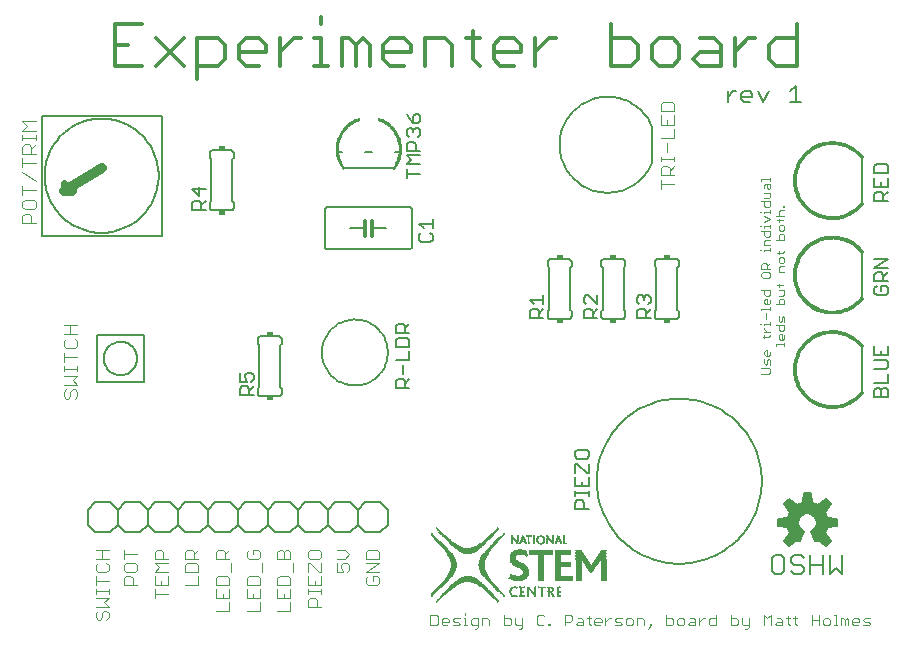
<source format=gto>
G75*
G70*
%OFA0B0*%
%FSLAX24Y24*%
%IPPOS*%
%LPD*%
%AMOC8*
5,1,8,0,0,1.08239X$1,22.5*
%
%ADD10C,0.0040*%
%ADD11C,0.0120*%
%ADD12R,0.0010X0.0010*%
%ADD13R,0.0030X0.0010*%
%ADD14R,0.0050X0.0010*%
%ADD15R,0.0070X0.0010*%
%ADD16R,0.0090X0.0010*%
%ADD17R,0.0100X0.0010*%
%ADD18R,0.0130X0.0010*%
%ADD19R,0.0170X0.0010*%
%ADD20R,0.0040X0.0010*%
%ADD21R,0.0060X0.0010*%
%ADD22R,0.0160X0.0010*%
%ADD23R,0.0200X0.0010*%
%ADD24R,0.0210X0.0010*%
%ADD25R,0.0080X0.0010*%
%ADD26R,0.0110X0.0010*%
%ADD27R,0.0120X0.0010*%
%ADD28R,0.0140X0.0010*%
%ADD29R,0.0150X0.0010*%
%ADD30R,0.0020X0.0010*%
%ADD31R,0.0180X0.0010*%
%ADD32R,0.0230X0.0010*%
%ADD33R,0.0240X0.0010*%
%ADD34R,0.0190X0.0010*%
%ADD35R,0.0220X0.0010*%
%ADD36R,0.0250X0.0010*%
%ADD37R,0.0270X0.0010*%
%ADD38R,0.0260X0.0010*%
%ADD39R,0.0280X0.0010*%
%ADD40R,0.0310X0.0010*%
%ADD41R,0.0330X0.0010*%
%ADD42R,0.0340X0.0010*%
%ADD43R,0.0390X0.0010*%
%ADD44R,0.0400X0.0010*%
%ADD45R,0.0800X0.0010*%
%ADD46R,0.0780X0.0010*%
%ADD47R,0.0760X0.0010*%
%ADD48R,0.0720X0.0010*%
%ADD49R,0.0290X0.0010*%
%ADD50R,0.0570X0.0010*%
%ADD51R,0.0700X0.0010*%
%ADD52R,0.0360X0.0010*%
%ADD53R,0.0670X0.0010*%
%ADD54R,0.0410X0.0010*%
%ADD55R,0.0640X0.0010*%
%ADD56R,0.0460X0.0010*%
%ADD57R,0.0620X0.0010*%
%ADD58R,0.0490X0.0010*%
%ADD59R,0.0580X0.0010*%
%ADD60R,0.0530X0.0010*%
%ADD61R,0.0550X0.0010*%
%ADD62R,0.0520X0.0010*%
%ADD63R,0.0480X0.0010*%
%ADD64R,0.0440X0.0010*%
%ADD65R,0.0590X0.0010*%
%ADD66R,0.0600X0.0010*%
%ADD67R,0.0300X0.0010*%
%ADD68R,0.0320X0.0010*%
%ADD69R,0.0510X0.0010*%
%ADD70R,0.0350X0.0010*%
%ADD71R,0.0370X0.0010*%
%ADD72R,0.0380X0.0010*%
%ADD73R,0.0540X0.0010*%
%ADD74R,0.0770X0.0010*%
%ADD75R,0.0500X0.0010*%
%ADD76R,0.0790X0.0010*%
%ADD77R,0.0450X0.0010*%
%ADD78R,0.0420X0.0010*%
%ADD79R,0.0560X0.0010*%
%ADD80R,0.0680X0.0010*%
%ADD81R,0.0810X0.0010*%
%ADD82C,0.0050*%
%ADD83C,0.0060*%
%ADD84C,0.0030*%
%ADD85R,0.0200X0.0150*%
%ADD86C,0.0320*%
%ADD87C,0.0240*%
%ADD88C,0.0010*%
%ADD89C,0.0080*%
%ADD90C,0.0059*%
D10*
X004059Y001037D02*
X004131Y000965D01*
X004203Y000965D01*
X004276Y001037D01*
X004276Y001181D01*
X004348Y001253D01*
X004420Y001253D01*
X004492Y001181D01*
X004492Y001037D01*
X004420Y000965D01*
X004059Y001037D02*
X004059Y001181D01*
X004131Y001253D01*
X004059Y001400D02*
X004492Y001400D01*
X004348Y001544D01*
X004492Y001688D01*
X004059Y001688D01*
X004059Y001835D02*
X004059Y001979D01*
X004059Y001907D02*
X004492Y001907D01*
X004492Y001835D02*
X004492Y001979D01*
X005004Y002125D02*
X005004Y002341D01*
X005076Y002413D01*
X005220Y002413D01*
X005293Y002341D01*
X005293Y002125D01*
X005437Y002125D02*
X005004Y002125D01*
X004492Y002269D02*
X004059Y002269D01*
X004059Y002125D02*
X004059Y002413D01*
X004131Y002560D02*
X004420Y002560D01*
X004492Y002632D01*
X004492Y002776D01*
X004420Y002848D01*
X004492Y002995D02*
X004059Y002995D01*
X004131Y002848D02*
X004059Y002776D01*
X004059Y002632D01*
X004131Y002560D01*
X004276Y002995D02*
X004276Y003283D01*
X004492Y003283D02*
X004059Y003283D01*
X005004Y003283D02*
X005004Y002995D01*
X005004Y003139D02*
X005437Y003139D01*
X005365Y002848D02*
X005076Y002848D01*
X005004Y002776D01*
X005004Y002632D01*
X005076Y002560D01*
X005365Y002560D01*
X005437Y002632D01*
X005437Y002776D01*
X005365Y002848D01*
X006028Y002848D02*
X006460Y002848D01*
X006460Y002995D02*
X006028Y002995D01*
X006028Y003211D01*
X006100Y003283D01*
X006244Y003283D01*
X006316Y003211D01*
X006316Y002995D01*
X006028Y002848D02*
X006172Y002704D01*
X006028Y002560D01*
X006460Y002560D01*
X006460Y002413D02*
X006460Y002125D01*
X006028Y002125D01*
X006028Y002413D01*
X006244Y002269D02*
X006244Y002125D01*
X006028Y001978D02*
X006028Y001690D01*
X006028Y001834D02*
X006460Y001834D01*
X007051Y002125D02*
X007484Y002125D01*
X007484Y002413D01*
X007484Y002560D02*
X007051Y002560D01*
X007051Y002776D01*
X007123Y002848D01*
X007412Y002848D01*
X007484Y002776D01*
X007484Y002560D01*
X007484Y002995D02*
X007051Y002995D01*
X007051Y003211D01*
X007123Y003283D01*
X007268Y003283D01*
X007340Y003211D01*
X007340Y002995D01*
X007340Y003139D02*
X007484Y003283D01*
X008075Y003211D02*
X008075Y002995D01*
X008508Y002995D01*
X008363Y002995D02*
X008363Y003211D01*
X008291Y003283D01*
X008147Y003283D01*
X008075Y003211D01*
X008363Y003139D02*
X008508Y003283D01*
X008580Y002848D02*
X008580Y002560D01*
X008436Y002413D02*
X008147Y002413D01*
X008075Y002341D01*
X008075Y002125D01*
X008508Y002125D01*
X008508Y002341D01*
X008436Y002413D01*
X008508Y001978D02*
X008508Y001690D01*
X008075Y001690D01*
X008075Y001978D01*
X008291Y001834D02*
X008291Y001690D01*
X008508Y001543D02*
X008508Y001255D01*
X008075Y001255D01*
X009099Y001255D02*
X009531Y001255D01*
X009531Y001543D01*
X009531Y001690D02*
X009099Y001690D01*
X009099Y001978D01*
X009099Y002125D02*
X009099Y002341D01*
X009171Y002413D01*
X009459Y002413D01*
X009531Y002341D01*
X009531Y002125D01*
X009099Y002125D01*
X009315Y001834D02*
X009315Y001690D01*
X009531Y001690D02*
X009531Y001978D01*
X010122Y001978D02*
X010122Y001690D01*
X010555Y001690D01*
X010555Y001978D01*
X010555Y002125D02*
X010122Y002125D01*
X010122Y002341D01*
X010194Y002413D01*
X010483Y002413D01*
X010555Y002341D01*
X010555Y002125D01*
X010339Y001834D02*
X010339Y001690D01*
X010555Y001543D02*
X010555Y001255D01*
X010122Y001255D01*
X011146Y001400D02*
X011146Y001616D01*
X011218Y001688D01*
X011362Y001688D01*
X011434Y001616D01*
X011434Y001400D01*
X011579Y001400D02*
X011146Y001400D01*
X011146Y001835D02*
X011146Y001979D01*
X011146Y001907D02*
X011579Y001907D01*
X011579Y001835D02*
X011579Y001979D01*
X011579Y002125D02*
X011579Y002413D01*
X011579Y002560D02*
X011506Y002560D01*
X011218Y002848D01*
X011146Y002848D01*
X011146Y002560D01*
X011146Y002413D02*
X011146Y002125D01*
X011579Y002125D01*
X011362Y002125D02*
X011362Y002269D01*
X011579Y002560D02*
X011579Y002848D01*
X011506Y002995D02*
X011579Y003067D01*
X011579Y003211D01*
X011506Y003283D01*
X011218Y003283D01*
X011146Y003211D01*
X011146Y003067D01*
X011218Y002995D01*
X011506Y002995D01*
X012091Y002995D02*
X012379Y002995D01*
X012523Y003139D01*
X012379Y003283D01*
X012091Y003283D01*
X012091Y002848D02*
X012091Y002560D01*
X012307Y002560D01*
X012235Y002704D01*
X012235Y002776D01*
X012307Y002848D01*
X012451Y002848D01*
X012523Y002776D01*
X012523Y002632D01*
X012451Y002560D01*
X013075Y002560D02*
X013508Y002848D01*
X013075Y002848D01*
X013075Y002995D02*
X013075Y003211D01*
X013147Y003283D01*
X013436Y003283D01*
X013508Y003211D01*
X013508Y002995D01*
X013075Y002995D01*
X013075Y002560D02*
X013508Y002560D01*
X013436Y002413D02*
X013291Y002413D01*
X013291Y002269D01*
X013147Y002413D02*
X013075Y002341D01*
X013075Y002197D01*
X013147Y002125D01*
X013436Y002125D01*
X013508Y002197D01*
X013508Y002341D01*
X013436Y002413D01*
X015222Y001131D02*
X015402Y001131D01*
X015462Y001071D01*
X015462Y000831D01*
X015402Y000771D01*
X015222Y000771D01*
X015222Y001131D01*
X015591Y000951D02*
X015651Y001011D01*
X015771Y001011D01*
X015831Y000951D01*
X015831Y000891D01*
X015591Y000891D01*
X015591Y000831D02*
X015591Y000951D01*
X015591Y000831D02*
X015651Y000771D01*
X015771Y000771D01*
X015959Y000771D02*
X016139Y000771D01*
X016199Y000831D01*
X016139Y000891D01*
X016019Y000891D01*
X015959Y000951D01*
X016019Y001011D01*
X016199Y001011D01*
X016327Y001011D02*
X016387Y001011D01*
X016387Y000771D01*
X016327Y000771D02*
X016447Y000771D01*
X016573Y000831D02*
X016633Y000771D01*
X016813Y000771D01*
X016813Y000711D02*
X016813Y001011D01*
X016633Y001011D01*
X016573Y000951D01*
X016573Y000831D01*
X016693Y000651D02*
X016753Y000651D01*
X016813Y000711D01*
X016941Y000771D02*
X016941Y001011D01*
X017121Y001011D01*
X017181Y000951D01*
X017181Y000771D01*
X017678Y000771D02*
X017678Y001131D01*
X017678Y001011D02*
X017858Y001011D01*
X017918Y000951D01*
X017918Y000831D01*
X017858Y000771D01*
X017678Y000771D01*
X018046Y000831D02*
X018046Y001011D01*
X018046Y000831D02*
X018106Y000771D01*
X018286Y000771D01*
X018286Y000711D02*
X018226Y000651D01*
X018166Y000651D01*
X018286Y000711D02*
X018286Y001011D01*
X018783Y001071D02*
X018783Y000831D01*
X018843Y000771D01*
X018963Y000771D01*
X019023Y000831D01*
X019151Y000831D02*
X019211Y000831D01*
X019211Y000771D01*
X019151Y000771D01*
X019151Y000831D01*
X019023Y001071D02*
X018963Y001131D01*
X018843Y001131D01*
X018783Y001071D01*
X019703Y001131D02*
X019703Y000771D01*
X019703Y000891D02*
X019884Y000891D01*
X019944Y000951D01*
X019944Y001071D01*
X019884Y001131D01*
X019703Y001131D01*
X020132Y001011D02*
X020252Y001011D01*
X020312Y000951D01*
X020312Y000771D01*
X020132Y000771D01*
X020072Y000831D01*
X020132Y000891D01*
X020312Y000891D01*
X020440Y001011D02*
X020560Y001011D01*
X020500Y001071D02*
X020500Y000831D01*
X020560Y000771D01*
X020686Y000831D02*
X020686Y000951D01*
X020746Y001011D01*
X020866Y001011D01*
X020926Y000951D01*
X020926Y000891D01*
X020686Y000891D01*
X020686Y000831D02*
X020746Y000771D01*
X020866Y000771D01*
X021054Y000771D02*
X021054Y001011D01*
X021054Y000891D02*
X021174Y001011D01*
X021234Y001011D01*
X021361Y000951D02*
X021421Y001011D01*
X021601Y001011D01*
X021541Y000891D02*
X021421Y000891D01*
X021361Y000951D01*
X021361Y000771D02*
X021541Y000771D01*
X021601Y000831D01*
X021541Y000891D01*
X021729Y000951D02*
X021729Y000831D01*
X021789Y000771D01*
X021909Y000771D01*
X021969Y000831D01*
X021969Y000951D01*
X021909Y001011D01*
X021789Y001011D01*
X021729Y000951D01*
X022097Y001011D02*
X022097Y000771D01*
X022097Y001011D02*
X022278Y001011D01*
X022338Y000951D01*
X022338Y000771D01*
X022466Y000651D02*
X022586Y000771D01*
X022526Y000771D01*
X022526Y000831D01*
X022586Y000831D01*
X022586Y000771D01*
X023080Y000771D02*
X023080Y001131D01*
X023080Y001011D02*
X023260Y001011D01*
X023320Y000951D01*
X023320Y000831D01*
X023260Y000771D01*
X023080Y000771D01*
X023448Y000831D02*
X023448Y000951D01*
X023508Y001011D01*
X023628Y001011D01*
X023688Y000951D01*
X023688Y000831D01*
X023628Y000771D01*
X023508Y000771D01*
X023448Y000831D01*
X023816Y000831D02*
X023876Y000891D01*
X024056Y000891D01*
X024056Y000951D02*
X024056Y000771D01*
X023876Y000771D01*
X023816Y000831D01*
X023876Y001011D02*
X023996Y001011D01*
X024056Y000951D01*
X024185Y001011D02*
X024185Y000771D01*
X024185Y000891D02*
X024305Y001011D01*
X024365Y001011D01*
X024491Y000951D02*
X024551Y001011D01*
X024732Y001011D01*
X024732Y001131D02*
X024732Y000771D01*
X024551Y000771D01*
X024491Y000831D01*
X024491Y000951D01*
X025228Y001011D02*
X025408Y001011D01*
X025468Y000951D01*
X025468Y000831D01*
X025408Y000771D01*
X025228Y000771D01*
X025228Y001131D01*
X025596Y001011D02*
X025596Y000831D01*
X025656Y000771D01*
X025837Y000771D01*
X025837Y000711D02*
X025777Y000651D01*
X025716Y000651D01*
X025837Y000711D02*
X025837Y001011D01*
X026333Y001131D02*
X026333Y000771D01*
X026573Y000771D02*
X026573Y001131D01*
X026453Y001011D01*
X026333Y001131D01*
X026761Y001011D02*
X026881Y001011D01*
X026942Y000951D01*
X026942Y000771D01*
X026761Y000771D01*
X026701Y000831D01*
X026761Y000891D01*
X026942Y000891D01*
X027070Y001011D02*
X027190Y001011D01*
X027130Y001071D02*
X027130Y000831D01*
X027190Y000771D01*
X027375Y000831D02*
X027375Y001071D01*
X027315Y001011D02*
X027435Y001011D01*
X027375Y000831D02*
X027435Y000771D01*
X027929Y000771D02*
X027929Y001131D01*
X027929Y000951D02*
X028169Y000951D01*
X028297Y000951D02*
X028297Y000831D01*
X028357Y000771D01*
X028478Y000771D01*
X028538Y000831D01*
X028538Y000951D01*
X028478Y001011D01*
X028357Y001011D01*
X028297Y000951D01*
X028169Y001131D02*
X028169Y000771D01*
X028666Y000771D02*
X028786Y000771D01*
X028726Y000771D02*
X028726Y001131D01*
X028666Y001131D01*
X028911Y001011D02*
X028971Y001011D01*
X029031Y000951D01*
X029091Y001011D01*
X029151Y000951D01*
X029151Y000771D01*
X029031Y000771D02*
X029031Y000951D01*
X028911Y001011D02*
X028911Y000771D01*
X029280Y000831D02*
X029280Y000951D01*
X029340Y001011D01*
X029460Y001011D01*
X029520Y000951D01*
X029520Y000891D01*
X029280Y000891D01*
X029280Y000831D02*
X029340Y000771D01*
X029460Y000771D01*
X029648Y000771D02*
X029828Y000771D01*
X029888Y000831D01*
X029828Y000891D01*
X029708Y000891D01*
X029648Y000951D01*
X029708Y001011D01*
X029888Y001011D01*
X016387Y001131D02*
X016387Y001191D01*
X010627Y002560D02*
X010627Y002848D01*
X010555Y002995D02*
X010555Y003211D01*
X010483Y003283D01*
X010411Y003283D01*
X010339Y003211D01*
X010339Y002995D01*
X010555Y002995D02*
X010122Y002995D01*
X010122Y003211D01*
X010194Y003283D01*
X010266Y003283D01*
X010339Y003211D01*
X009531Y003211D02*
X009531Y003067D01*
X009459Y002995D01*
X009171Y002995D01*
X009099Y003067D01*
X009099Y003211D01*
X009171Y003283D01*
X009315Y003283D02*
X009315Y003139D01*
X009315Y003283D02*
X009459Y003283D01*
X009531Y003211D01*
X009603Y002848D02*
X009603Y002560D01*
X003453Y008410D02*
X003376Y008334D01*
X003453Y008410D02*
X003453Y008564D01*
X003376Y008640D01*
X003299Y008640D01*
X003223Y008564D01*
X003223Y008410D01*
X003146Y008334D01*
X003069Y008334D01*
X002993Y008410D01*
X002993Y008564D01*
X003069Y008640D01*
X002993Y008794D02*
X003453Y008794D01*
X003299Y008947D01*
X003453Y009101D01*
X002993Y009101D01*
X002993Y009254D02*
X002993Y009408D01*
X002993Y009331D02*
X003453Y009331D01*
X003453Y009254D02*
X003453Y009408D01*
X003453Y009715D02*
X002993Y009715D01*
X002993Y009868D02*
X002993Y009561D01*
X003069Y010022D02*
X003376Y010022D01*
X003453Y010098D01*
X003453Y010252D01*
X003376Y010329D01*
X003453Y010482D02*
X002993Y010482D01*
X003069Y010329D02*
X002993Y010252D01*
X002993Y010098D01*
X003069Y010022D01*
X003223Y010482D02*
X003223Y010789D01*
X002993Y010789D02*
X003453Y010789D01*
X002077Y014195D02*
X001616Y014195D01*
X001616Y014426D01*
X001693Y014502D01*
X001846Y014502D01*
X001923Y014426D01*
X001923Y014195D01*
X002000Y014656D02*
X001693Y014656D01*
X001616Y014732D01*
X001616Y014886D01*
X001693Y014963D01*
X002000Y014963D01*
X002077Y014886D01*
X002077Y014732D01*
X002000Y014656D01*
X001616Y015116D02*
X001616Y015423D01*
X001616Y015270D02*
X002077Y015270D01*
X002077Y015577D02*
X001616Y015883D01*
X001616Y016037D02*
X001616Y016344D01*
X001616Y016497D02*
X001616Y016728D01*
X001693Y016804D01*
X001846Y016804D01*
X001923Y016728D01*
X001923Y016497D01*
X002077Y016497D02*
X001616Y016497D01*
X001616Y016190D02*
X002077Y016190D01*
X001923Y016651D02*
X002077Y016804D01*
X002077Y016958D02*
X002077Y017111D01*
X002077Y017034D02*
X001616Y017034D01*
X001616Y016958D02*
X001616Y017111D01*
X001616Y017265D02*
X001770Y017418D01*
X001616Y017572D01*
X002077Y017572D01*
X002077Y017265D02*
X001616Y017265D01*
X022890Y017468D02*
X023350Y017468D01*
X023350Y017775D01*
X023350Y017928D02*
X023350Y018158D01*
X023274Y018235D01*
X022967Y018235D01*
X022890Y018158D01*
X022890Y017928D01*
X023350Y017928D01*
X023120Y017621D02*
X023120Y017468D01*
X022890Y017468D02*
X022890Y017775D01*
X023350Y017314D02*
X023350Y017007D01*
X022890Y017007D01*
X023120Y016854D02*
X023120Y016547D01*
X022890Y016394D02*
X022890Y016240D01*
X022890Y016317D02*
X023350Y016317D01*
X023350Y016240D02*
X023350Y016394D01*
X023350Y016087D02*
X023197Y015933D01*
X023197Y016010D02*
X023197Y015780D01*
X023350Y015780D02*
X022890Y015780D01*
X022890Y016010D01*
X022967Y016087D01*
X023120Y016087D01*
X023197Y016010D01*
X022890Y015626D02*
X022890Y015319D01*
X022890Y015473D02*
X023350Y015473D01*
D11*
X023293Y019434D02*
X022834Y019434D01*
X022605Y019663D01*
X022605Y020122D01*
X022834Y020352D01*
X023293Y020352D01*
X023523Y020122D01*
X023523Y019663D01*
X023293Y019434D01*
X023982Y019663D02*
X024212Y019893D01*
X024900Y019893D01*
X024900Y020122D02*
X024900Y019434D01*
X024212Y019434D01*
X023982Y019663D01*
X024212Y020352D02*
X024671Y020352D01*
X024900Y020122D01*
X025360Y019893D02*
X025819Y020352D01*
X026048Y020352D01*
X026508Y020122D02*
X026737Y020352D01*
X027426Y020352D01*
X027426Y020811D02*
X027426Y019434D01*
X026737Y019434D01*
X026508Y019663D01*
X026508Y020122D01*
X025360Y020352D02*
X025360Y019434D01*
X022145Y019663D02*
X022145Y020122D01*
X021916Y020352D01*
X021227Y020352D01*
X021227Y020811D02*
X021227Y019434D01*
X021916Y019434D01*
X022145Y019663D01*
X019390Y020352D02*
X019161Y020352D01*
X018701Y019893D01*
X018701Y019434D02*
X018701Y020352D01*
X018242Y020122D02*
X018242Y019893D01*
X017324Y019893D01*
X017324Y020122D02*
X017324Y019663D01*
X017553Y019434D01*
X018013Y019434D01*
X018242Y020122D02*
X018013Y020352D01*
X017553Y020352D01*
X017324Y020122D01*
X016865Y020352D02*
X016406Y020352D01*
X016635Y020581D02*
X016635Y019663D01*
X016865Y019434D01*
X015946Y019434D02*
X015946Y020122D01*
X015717Y020352D01*
X015028Y020352D01*
X015028Y019434D01*
X014569Y019893D02*
X013650Y019893D01*
X013650Y020122D02*
X013650Y019663D01*
X013880Y019434D01*
X014339Y019434D01*
X014569Y019893D02*
X014569Y020122D01*
X014339Y020352D01*
X013880Y020352D01*
X013650Y020122D01*
X013191Y020122D02*
X013191Y019434D01*
X012732Y019434D02*
X012732Y020122D01*
X012961Y020352D01*
X013191Y020122D01*
X012732Y020122D02*
X012502Y020352D01*
X012273Y020352D01*
X012273Y019434D01*
X011814Y019434D02*
X011354Y019434D01*
X011584Y019434D02*
X011584Y020352D01*
X011354Y020352D01*
X010895Y020352D02*
X010666Y020352D01*
X010207Y019893D01*
X009747Y019893D02*
X009747Y020122D01*
X009518Y020352D01*
X009059Y020352D01*
X008829Y020122D01*
X008829Y019663D01*
X009059Y019434D01*
X009518Y019434D01*
X009747Y019893D02*
X008829Y019893D01*
X008370Y020122D02*
X008370Y019663D01*
X008140Y019434D01*
X007451Y019434D01*
X006992Y019434D02*
X006074Y020352D01*
X005614Y020811D02*
X004696Y020811D01*
X004696Y019434D01*
X005614Y019434D01*
X006074Y019434D02*
X006992Y020352D01*
X007451Y020352D02*
X008140Y020352D01*
X008370Y020122D01*
X007451Y020352D02*
X007451Y018975D01*
X005155Y020122D02*
X004696Y020122D01*
X010207Y020352D02*
X010207Y019434D01*
X011584Y020811D02*
X011584Y021040D01*
X013024Y014266D02*
X013024Y014016D01*
X013024Y013766D01*
X013274Y013766D02*
X013274Y014016D01*
X013274Y014266D01*
D12*
X015447Y004014D03*
X016457Y003324D03*
X017477Y004014D03*
X017667Y003824D03*
X018537Y003114D03*
X018567Y003114D03*
X018437Y003064D03*
X017907Y002464D03*
X018127Y002394D03*
X018147Y002394D03*
X018207Y002044D03*
X018227Y002044D03*
X018367Y002044D03*
X018737Y002044D03*
X018847Y002044D03*
X018877Y002004D03*
X018107Y001764D03*
X018037Y001704D03*
X017667Y001714D03*
X017477Y001524D03*
X016467Y002214D03*
X015447Y001524D03*
X015257Y001714D03*
X019257Y003114D03*
X019587Y003114D03*
X019537Y002044D03*
X019577Y002004D03*
D13*
X018097Y001754D03*
X017667Y001724D03*
X017477Y001534D03*
X017226Y002239D03*
X017917Y002454D03*
X018517Y003474D03*
X018517Y003494D03*
X018517Y003504D03*
X018517Y003524D03*
X018517Y003534D03*
X018517Y003544D03*
X018517Y003554D03*
X018517Y003564D03*
X018517Y003574D03*
X018517Y003584D03*
X018517Y003594D03*
X018517Y003604D03*
X018517Y003614D03*
X018517Y003624D03*
X018517Y003634D03*
X018517Y003644D03*
X018517Y003654D03*
X018517Y003664D03*
X018517Y003674D03*
X018517Y003684D03*
X018517Y003694D03*
X018517Y003704D03*
X018307Y003744D03*
X018287Y003674D03*
X017667Y003814D03*
X017477Y004004D03*
X019487Y003744D03*
X015447Y004004D03*
X015257Y001724D03*
X015447Y001534D03*
D14*
X015447Y001544D03*
X015257Y001734D03*
X017477Y001544D03*
X017667Y001734D03*
X017897Y001814D03*
X017897Y001824D03*
X017887Y001844D03*
X017887Y001854D03*
X017887Y001864D03*
X017887Y001874D03*
X017887Y001884D03*
X017887Y001894D03*
X017887Y001904D03*
X017897Y001914D03*
X017897Y001924D03*
X017897Y001934D03*
X017907Y001954D03*
X017907Y001794D03*
X018087Y002004D03*
X018227Y002004D03*
X018227Y001994D03*
X018227Y001984D03*
X018227Y001974D03*
X018227Y001964D03*
X018227Y001954D03*
X018227Y001944D03*
X018227Y001934D03*
X018227Y001924D03*
X018227Y001914D03*
X018227Y001904D03*
X018227Y001854D03*
X018227Y001844D03*
X018227Y001834D03*
X018227Y001824D03*
X018227Y001814D03*
X018227Y001804D03*
X018227Y001794D03*
X018227Y001784D03*
X018227Y001774D03*
X018227Y001764D03*
X018227Y001754D03*
X018487Y001894D03*
X018547Y001954D03*
X018487Y002034D03*
X018607Y001874D03*
X018637Y001834D03*
X018717Y001844D03*
X018717Y001724D03*
X018937Y001724D03*
X018937Y001734D03*
X018937Y001744D03*
X018937Y001754D03*
X018937Y001764D03*
X018937Y001774D03*
X018937Y001784D03*
X018937Y001794D03*
X018937Y001804D03*
X018937Y001814D03*
X018937Y001824D03*
X018937Y001834D03*
X018937Y001844D03*
X018937Y001854D03*
X018937Y001864D03*
X018937Y001874D03*
X018937Y001884D03*
X018937Y001894D03*
X018937Y001904D03*
X018937Y001914D03*
X018937Y001924D03*
X018937Y001934D03*
X018937Y001944D03*
X018937Y001954D03*
X018937Y001964D03*
X018937Y001974D03*
X018937Y001984D03*
X018937Y001994D03*
X018937Y002004D03*
X019157Y002004D03*
X019157Y001994D03*
X019157Y001984D03*
X019157Y001974D03*
X019157Y001964D03*
X019157Y001954D03*
X019157Y001944D03*
X019157Y001934D03*
X019157Y001924D03*
X019157Y001914D03*
X019157Y001904D03*
X019157Y001894D03*
X019157Y001844D03*
X019157Y001834D03*
X019157Y001824D03*
X019157Y001814D03*
X019157Y001804D03*
X019157Y001794D03*
X019157Y001784D03*
X019157Y001774D03*
X019157Y001764D03*
X019157Y001754D03*
X019157Y001744D03*
X019157Y001734D03*
X019157Y001724D03*
X019157Y001714D03*
X019277Y001804D03*
X019267Y001824D03*
X019257Y001834D03*
X019297Y001774D03*
X019307Y001754D03*
X019317Y001734D03*
X019327Y001724D03*
X019297Y001914D03*
X019297Y001924D03*
X019297Y001964D03*
X019297Y001974D03*
X018937Y001714D03*
X017917Y002444D03*
X018427Y003074D03*
X018407Y003474D03*
X018397Y003504D03*
X018367Y003574D03*
X018257Y003594D03*
X018227Y003514D03*
X018217Y003484D03*
X018127Y003484D03*
X018077Y003544D03*
X018067Y003554D03*
X018067Y003564D03*
X018057Y003574D03*
X018047Y003584D03*
X018037Y003594D03*
X018037Y003604D03*
X018027Y003614D03*
X018017Y003624D03*
X018007Y003634D03*
X017997Y003654D03*
X017987Y003664D03*
X017937Y003724D03*
X017937Y003734D03*
X017667Y003804D03*
X017477Y003994D03*
X018307Y003724D03*
X018307Y003714D03*
X018787Y003654D03*
X018797Y003674D03*
X018787Y003554D03*
X018797Y003534D03*
X018807Y003524D03*
X018897Y003464D03*
X018977Y003514D03*
X018987Y003524D03*
X018997Y003534D03*
X019007Y003564D03*
X019007Y003644D03*
X018997Y003674D03*
X018987Y003684D03*
X018977Y003694D03*
X019117Y003724D03*
X019167Y003664D03*
X019177Y003654D03*
X019177Y003644D03*
X019187Y003634D03*
X019197Y003624D03*
X019207Y003614D03*
X019217Y003594D03*
X019227Y003584D03*
X019237Y003574D03*
X019247Y003564D03*
X019247Y003554D03*
X019257Y003544D03*
X019307Y003484D03*
X019407Y003514D03*
X019547Y003574D03*
X019577Y003504D03*
X019587Y003474D03*
X019487Y003714D03*
X019487Y003724D03*
X015447Y003994D03*
X015257Y003804D03*
D15*
X015257Y003794D03*
X015447Y003984D03*
X017477Y003984D03*
X017667Y003794D03*
X017947Y003704D03*
X018117Y003504D03*
X018307Y003694D03*
X018897Y003744D03*
X019127Y003704D03*
X018967Y003504D03*
X019297Y003504D03*
X019487Y003694D03*
X017927Y002434D03*
X018037Y002044D03*
X018497Y002014D03*
X018497Y002004D03*
X018707Y001754D03*
X019287Y001994D03*
X017927Y001764D03*
X017667Y001744D03*
X017477Y001554D03*
X015447Y001554D03*
X015257Y001744D03*
D16*
X015257Y001754D03*
X015267Y001764D03*
X015277Y001774D03*
X015467Y001584D03*
X015457Y001574D03*
X015447Y001564D03*
X015477Y001594D03*
X015487Y001604D03*
X015497Y001614D03*
X015507Y001624D03*
X015517Y001634D03*
X015527Y001644D03*
X015537Y001654D03*
X015547Y001664D03*
X015557Y001674D03*
X015567Y001684D03*
X015577Y001694D03*
X015587Y001704D03*
X017387Y001654D03*
X017397Y001644D03*
X017407Y001634D03*
X017417Y001624D03*
X017427Y001614D03*
X017437Y001604D03*
X017447Y001594D03*
X017457Y001584D03*
X017467Y001574D03*
X017477Y001564D03*
X017667Y001754D03*
X017657Y001764D03*
X017647Y001774D03*
X017637Y001784D03*
X017627Y001794D03*
X017617Y001804D03*
X017607Y001814D03*
X017597Y001824D03*
X017587Y001834D03*
X017577Y001844D03*
X017567Y001854D03*
X017557Y001864D03*
X017547Y001874D03*
X017537Y001884D03*
X018507Y001984D03*
X018697Y001774D03*
X018397Y003094D03*
X018107Y003534D03*
X017957Y003674D03*
X017667Y003784D03*
X017657Y003774D03*
X017647Y003764D03*
X017637Y003754D03*
X017627Y003744D03*
X017617Y003734D03*
X017607Y003724D03*
X017597Y003714D03*
X017587Y003704D03*
X017397Y003894D03*
X017387Y003884D03*
X017377Y003874D03*
X017367Y003864D03*
X017357Y003854D03*
X017347Y003844D03*
X017337Y003834D03*
X017327Y003824D03*
X017407Y003904D03*
X017417Y003914D03*
X017427Y003924D03*
X017437Y003934D03*
X017447Y003944D03*
X017457Y003954D03*
X017467Y003964D03*
X017477Y003974D03*
X018947Y003714D03*
X019137Y003674D03*
X019287Y003534D03*
X020587Y002534D03*
X015547Y003874D03*
X015537Y003884D03*
X015527Y003894D03*
X015517Y003904D03*
X015507Y003914D03*
X015497Y003924D03*
X015487Y003934D03*
X015477Y003944D03*
X015467Y003954D03*
X015457Y003964D03*
X015447Y003974D03*
X015257Y003784D03*
X015267Y003774D03*
X015277Y003764D03*
X015287Y003754D03*
X015297Y003744D03*
X015307Y003734D03*
X015317Y003724D03*
X015327Y003714D03*
X015337Y003704D03*
X015347Y003694D03*
X015357Y003684D03*
X015367Y003674D03*
X015377Y003664D03*
X015387Y003654D03*
D17*
X015402Y003644D03*
X015412Y003634D03*
X015422Y003624D03*
X015432Y003614D03*
X015442Y003604D03*
X015452Y003594D03*
X015462Y003584D03*
X015472Y003574D03*
X015642Y003774D03*
X015632Y003784D03*
X015622Y003794D03*
X015612Y003804D03*
X015602Y003814D03*
X015592Y003824D03*
X015582Y003834D03*
X015572Y003844D03*
X015562Y003854D03*
X015552Y003864D03*
X017302Y003794D03*
X017312Y003804D03*
X017322Y003814D03*
X017502Y003624D03*
X017492Y003614D03*
X017482Y003604D03*
X017472Y003594D03*
X017462Y003584D03*
X017452Y003574D03*
X017442Y003564D03*
X017432Y003554D03*
X017422Y003544D03*
X017512Y003634D03*
X017522Y003644D03*
X017532Y003654D03*
X017542Y003664D03*
X017552Y003674D03*
X017562Y003684D03*
X017572Y003694D03*
X017932Y002424D03*
X017962Y002004D03*
X018512Y001974D03*
X018512Y001964D03*
X018692Y001794D03*
X018692Y001784D03*
X019262Y002004D03*
X017522Y001894D03*
X017512Y001904D03*
X017502Y001914D03*
X017492Y001924D03*
X017482Y001934D03*
X017472Y001944D03*
X017462Y001954D03*
X017452Y001964D03*
X017282Y001764D03*
X017292Y001754D03*
X017302Y001744D03*
X017312Y001734D03*
X017322Y001724D03*
X017332Y001714D03*
X017342Y001704D03*
X017352Y001694D03*
X017362Y001684D03*
X017372Y001674D03*
X017382Y001664D03*
X015652Y001764D03*
X015642Y001754D03*
X015632Y001744D03*
X015622Y001734D03*
X015612Y001724D03*
X015602Y001714D03*
X015412Y001904D03*
X015402Y001894D03*
X015392Y001884D03*
X015382Y001874D03*
X015372Y001864D03*
X015362Y001854D03*
X015352Y001844D03*
X015342Y001834D03*
X015332Y001824D03*
X015322Y001814D03*
X015312Y001804D03*
X015302Y001794D03*
X015292Y001784D03*
X015422Y001914D03*
X015432Y001924D03*
X015442Y001934D03*
X015452Y001944D03*
X015462Y001954D03*
X015472Y001964D03*
X015482Y001974D03*
X015492Y001984D03*
X015502Y001994D03*
X015512Y002004D03*
X015522Y002014D03*
D18*
X015637Y002134D03*
X015647Y002144D03*
X015657Y002154D03*
X015667Y002164D03*
X015677Y002174D03*
X015687Y002184D03*
X015847Y001954D03*
X015837Y001944D03*
X015827Y001934D03*
X015817Y001924D03*
X015807Y001914D03*
X017087Y001944D03*
X017097Y001934D03*
X017277Y002144D03*
X017267Y002154D03*
X017257Y002164D03*
X017247Y002174D03*
X017947Y002414D03*
X018027Y001714D03*
X018197Y003274D03*
X017307Y003424D03*
X017297Y003414D03*
X017287Y003404D03*
X017277Y003394D03*
X017267Y003384D03*
X017257Y003374D03*
X017247Y003364D03*
X017067Y003574D03*
X017077Y003584D03*
X017087Y003594D03*
X017097Y003604D03*
X017107Y003614D03*
X015847Y003584D03*
X015837Y003594D03*
X015827Y003604D03*
X015647Y003394D03*
X015657Y003384D03*
X015667Y003374D03*
X015677Y003364D03*
X018897Y003734D03*
X020587Y002564D03*
D19*
X020587Y002594D03*
X020997Y003264D03*
X019487Y003564D03*
X018307Y003564D03*
X018357Y003114D03*
X017067Y003144D03*
X017057Y003124D03*
X017047Y003114D03*
X017037Y003104D03*
X017037Y003094D03*
X017027Y003084D03*
X017017Y003064D03*
X017007Y003054D03*
X017007Y003044D03*
X016997Y003034D03*
X016967Y003484D03*
X016977Y003494D03*
X016997Y002504D03*
X017007Y002494D03*
X017007Y002484D03*
X017017Y002474D03*
X017027Y002454D03*
X017037Y002444D03*
X017037Y002434D03*
X017047Y002424D03*
X017067Y002394D03*
X016967Y002054D03*
X016977Y002044D03*
X018027Y002024D03*
X018287Y002034D03*
X018287Y001744D03*
X018287Y001734D03*
X018287Y001724D03*
X018287Y001714D03*
X018027Y001724D03*
X019217Y001884D03*
X019217Y002014D03*
X015947Y002044D03*
X015937Y002034D03*
X015857Y002394D03*
X015867Y002404D03*
X015877Y002424D03*
X015887Y002434D03*
X015897Y002454D03*
X015907Y002464D03*
X015907Y002474D03*
X015917Y002484D03*
X015927Y002504D03*
X015937Y002524D03*
X015947Y002544D03*
X015937Y003014D03*
X015927Y003034D03*
X015917Y003044D03*
X015907Y003064D03*
X015897Y003084D03*
X015887Y003094D03*
X015887Y003104D03*
X015877Y003114D03*
X015857Y003144D03*
X015957Y003484D03*
X015947Y003494D03*
D20*
X017932Y003494D03*
X017932Y003504D03*
X017932Y003514D03*
X017932Y003524D03*
X017932Y003534D03*
X017932Y003544D03*
X017932Y003554D03*
X017932Y003564D03*
X017932Y003574D03*
X017932Y003584D03*
X017932Y003594D03*
X017932Y003604D03*
X017932Y003614D03*
X017932Y003624D03*
X017932Y003634D03*
X017932Y003644D03*
X017932Y003654D03*
X017932Y003664D03*
X018002Y003644D03*
X017932Y003744D03*
X018132Y003744D03*
X018132Y003734D03*
X018132Y003724D03*
X018132Y003714D03*
X018132Y003704D03*
X018132Y003694D03*
X018132Y003684D03*
X018132Y003674D03*
X018132Y003664D03*
X018132Y003654D03*
X018132Y003644D03*
X018132Y003634D03*
X018132Y003624D03*
X018132Y003614D03*
X018132Y003604D03*
X018132Y003594D03*
X018132Y003584D03*
X018132Y003574D03*
X018132Y003564D03*
X018132Y003554D03*
X018132Y003544D03*
X018132Y003474D03*
X018212Y003474D03*
X018222Y003494D03*
X018222Y003504D03*
X018232Y003524D03*
X018232Y003534D03*
X018252Y003574D03*
X018252Y003584D03*
X018262Y003604D03*
X018262Y003614D03*
X018272Y003624D03*
X018272Y003634D03*
X018272Y003644D03*
X018282Y003654D03*
X018282Y003664D03*
X018332Y003664D03*
X018332Y003674D03*
X018342Y003654D03*
X018342Y003644D03*
X018352Y003634D03*
X018352Y003624D03*
X018352Y003614D03*
X018362Y003604D03*
X018362Y003594D03*
X018362Y003584D03*
X018382Y003534D03*
X018392Y003524D03*
X018392Y003514D03*
X018402Y003494D03*
X018402Y003484D03*
X018512Y003514D03*
X018522Y003484D03*
X018682Y003484D03*
X018682Y003494D03*
X018682Y003504D03*
X018682Y003514D03*
X018682Y003524D03*
X018682Y003534D03*
X018682Y003544D03*
X018682Y003554D03*
X018682Y003564D03*
X018682Y003574D03*
X018682Y003584D03*
X018682Y003594D03*
X018682Y003604D03*
X018682Y003614D03*
X018682Y003624D03*
X018682Y003634D03*
X018682Y003644D03*
X018682Y003654D03*
X018682Y003664D03*
X018682Y003674D03*
X018682Y003684D03*
X018682Y003694D03*
X018682Y003704D03*
X018682Y003714D03*
X018682Y003724D03*
X018682Y003734D03*
X018682Y003744D03*
X018802Y003684D03*
X018792Y003664D03*
X018782Y003644D03*
X018782Y003634D03*
X018782Y003624D03*
X018782Y003614D03*
X018782Y003604D03*
X018782Y003594D03*
X018782Y003584D03*
X018782Y003574D03*
X018782Y003564D03*
X018792Y003544D03*
X018682Y003474D03*
X019002Y003544D03*
X019002Y003554D03*
X019012Y003574D03*
X019012Y003584D03*
X019012Y003594D03*
X019012Y003604D03*
X019012Y003614D03*
X019012Y003624D03*
X019012Y003634D03*
X019002Y003654D03*
X019002Y003664D03*
X019112Y003664D03*
X019112Y003654D03*
X019112Y003644D03*
X019112Y003634D03*
X019112Y003624D03*
X019112Y003614D03*
X019112Y003604D03*
X019112Y003594D03*
X019112Y003584D03*
X019112Y003574D03*
X019112Y003564D03*
X019112Y003554D03*
X019112Y003544D03*
X019112Y003534D03*
X019112Y003524D03*
X019112Y003514D03*
X019112Y003504D03*
X019112Y003494D03*
X019112Y003484D03*
X019112Y003474D03*
X019212Y003604D03*
X019312Y003604D03*
X019312Y003614D03*
X019312Y003624D03*
X019312Y003634D03*
X019312Y003644D03*
X019312Y003654D03*
X019312Y003664D03*
X019312Y003674D03*
X019312Y003684D03*
X019312Y003694D03*
X019312Y003704D03*
X019312Y003714D03*
X019312Y003724D03*
X019312Y003734D03*
X019312Y003744D03*
X019312Y003594D03*
X019312Y003584D03*
X019312Y003574D03*
X019312Y003564D03*
X019312Y003554D03*
X019312Y003544D03*
X019312Y003474D03*
X019392Y003474D03*
X019392Y003484D03*
X019402Y003494D03*
X019402Y003504D03*
X019412Y003524D03*
X019412Y003534D03*
X019432Y003574D03*
X019432Y003584D03*
X019432Y003594D03*
X019442Y003604D03*
X019442Y003614D03*
X019452Y003624D03*
X019452Y003634D03*
X019452Y003644D03*
X019462Y003654D03*
X019462Y003664D03*
X019462Y003674D03*
X019512Y003674D03*
X019512Y003664D03*
X019522Y003654D03*
X019522Y003644D03*
X019522Y003634D03*
X019532Y003624D03*
X019532Y003614D03*
X019542Y003604D03*
X019542Y003594D03*
X019542Y003584D03*
X019562Y003534D03*
X019572Y003524D03*
X019572Y003514D03*
X019582Y003494D03*
X019582Y003484D03*
X019672Y003504D03*
X019672Y003514D03*
X019672Y003524D03*
X019672Y003534D03*
X019672Y003544D03*
X019672Y003554D03*
X019672Y003564D03*
X019672Y003574D03*
X019672Y003584D03*
X019672Y003594D03*
X019672Y003604D03*
X019672Y003614D03*
X019672Y003624D03*
X019672Y003634D03*
X019672Y003644D03*
X019672Y003654D03*
X019672Y003664D03*
X019672Y003674D03*
X019672Y003684D03*
X019672Y003694D03*
X019672Y003704D03*
X019672Y003714D03*
X019672Y003724D03*
X019672Y003734D03*
X019672Y003744D03*
X019492Y003734D03*
X019112Y003734D03*
X019112Y003744D03*
X018312Y003734D03*
X017932Y003484D03*
X017932Y003474D03*
X018722Y002034D03*
X018722Y002024D03*
X018722Y002014D03*
X018722Y002004D03*
X018722Y001994D03*
X018722Y001984D03*
X018722Y001974D03*
X018722Y001964D03*
X018722Y001954D03*
X018722Y001944D03*
X018722Y001934D03*
X018722Y001924D03*
X018722Y001914D03*
X018722Y001904D03*
X018722Y001894D03*
X018722Y001884D03*
X018722Y001874D03*
X018722Y001864D03*
X018722Y001854D03*
X018722Y001834D03*
X018722Y001824D03*
X018722Y001814D03*
X018722Y001804D03*
X018722Y001714D03*
X018482Y001714D03*
X018482Y001724D03*
X018482Y001734D03*
X018482Y001744D03*
X018482Y001754D03*
X018482Y001764D03*
X018482Y001774D03*
X018482Y001784D03*
X018482Y001794D03*
X018482Y001804D03*
X018482Y001814D03*
X018482Y001824D03*
X018482Y001834D03*
X018482Y001844D03*
X018482Y001854D03*
X018482Y001864D03*
X018482Y001874D03*
X018482Y001884D03*
X018482Y001904D03*
X018482Y001914D03*
X018482Y001924D03*
X018482Y001934D03*
X018482Y001944D03*
X018482Y001954D03*
X019302Y001954D03*
X019302Y001944D03*
X019302Y001934D03*
X019462Y001934D03*
X019462Y001944D03*
X019462Y001954D03*
X019462Y001964D03*
X019462Y001974D03*
X019462Y001984D03*
X019462Y001994D03*
X019462Y002004D03*
X019462Y001924D03*
X019462Y001914D03*
X019462Y001904D03*
X019462Y001854D03*
X019462Y001844D03*
X019462Y001834D03*
X019462Y001824D03*
X019462Y001814D03*
X019462Y001804D03*
X019462Y001794D03*
X019462Y001784D03*
X019462Y001774D03*
X019462Y001764D03*
X019462Y001754D03*
D21*
X019332Y001714D03*
X019312Y001744D03*
X019302Y001764D03*
X019292Y001784D03*
X019282Y001794D03*
X019272Y001814D03*
X019252Y001844D03*
X019282Y001894D03*
X019292Y001904D03*
X019292Y001984D03*
X018712Y001744D03*
X018712Y001734D03*
X018662Y001804D03*
X018652Y001814D03*
X018642Y001824D03*
X018632Y001844D03*
X018622Y001854D03*
X018612Y001864D03*
X018602Y001884D03*
X018592Y001894D03*
X018582Y001904D03*
X018572Y001914D03*
X018572Y001924D03*
X018562Y001934D03*
X018552Y001944D03*
X018492Y002024D03*
X017932Y001984D03*
X017922Y001974D03*
X017912Y001964D03*
X017902Y001944D03*
X017892Y001834D03*
X017902Y001804D03*
X017912Y001784D03*
X017922Y001774D03*
X018412Y003084D03*
X018122Y003494D03*
X018312Y003704D03*
X017942Y003714D03*
X018812Y003694D03*
X018822Y003704D03*
X018972Y003704D03*
X019122Y003714D03*
X019302Y003494D03*
X019492Y003704D03*
X018822Y003504D03*
X018812Y003514D03*
D22*
X018892Y003484D03*
X018892Y003724D03*
X020582Y002584D03*
X019522Y002034D03*
X019522Y002024D03*
X019212Y002024D03*
X019212Y001874D03*
X019522Y001744D03*
X019522Y001734D03*
X019522Y001724D03*
X019522Y001714D03*
X018282Y002014D03*
X018282Y002024D03*
X017122Y002324D03*
X017112Y002334D03*
X017102Y002344D03*
X017092Y002364D03*
X017082Y002374D03*
X017072Y002384D03*
X017062Y002404D03*
X017052Y002414D03*
X016992Y002034D03*
X017002Y002024D03*
X017012Y002014D03*
X015892Y002444D03*
X015872Y002414D03*
X015852Y002384D03*
X015842Y002374D03*
X015832Y002364D03*
X015832Y002354D03*
X015822Y002344D03*
X015812Y002334D03*
X015872Y003124D03*
X015862Y003134D03*
X015852Y003154D03*
X015842Y003164D03*
X015832Y003174D03*
X015822Y003194D03*
X015812Y003204D03*
X015802Y003214D03*
X015932Y003504D03*
X015922Y003514D03*
X015912Y003524D03*
X016992Y003504D03*
X017002Y003514D03*
X017012Y003524D03*
X017022Y003534D03*
X017122Y003214D03*
X017112Y003204D03*
X017102Y003194D03*
X017092Y003174D03*
X017082Y003164D03*
X017072Y003154D03*
X017062Y003134D03*
D23*
X016902Y003434D03*
X016022Y003434D03*
X016022Y002104D03*
X016012Y002094D03*
X016902Y002104D03*
X018022Y001734D03*
X018142Y002244D03*
X018392Y002454D03*
X018402Y002474D03*
X018402Y002484D03*
X018402Y002494D03*
X018402Y002504D03*
X018402Y002514D03*
X018402Y002524D03*
X018402Y002534D03*
X018402Y002544D03*
X018402Y002554D03*
X017972Y002974D03*
X017972Y002984D03*
X017972Y002994D03*
X017972Y003004D03*
X017972Y003014D03*
X017962Y003024D03*
X017972Y003034D03*
X017972Y003044D03*
X017972Y003054D03*
X017982Y003074D03*
X018522Y003724D03*
X018522Y003734D03*
X018522Y003744D03*
X018912Y003114D03*
X019472Y003114D03*
X019472Y002694D03*
X020162Y003224D03*
X020162Y003234D03*
X020362Y002944D03*
X020362Y002934D03*
X020372Y002924D03*
X020392Y002894D03*
X020412Y002864D03*
X020422Y002854D03*
X020432Y002834D03*
X020442Y002824D03*
X020452Y002804D03*
X020462Y002794D03*
X020472Y002784D03*
X020472Y002774D03*
X020482Y002764D03*
X020582Y002614D03*
X020982Y003214D03*
X020982Y003224D03*
D24*
X020977Y003204D03*
X020427Y002844D03*
X020407Y002874D03*
X020397Y002884D03*
X020387Y002904D03*
X020377Y002914D03*
X020447Y002814D03*
X020587Y002624D03*
X020167Y003214D03*
X018397Y002574D03*
X018397Y002564D03*
X018397Y002464D03*
X018387Y002444D03*
X017977Y002954D03*
X017977Y002964D03*
X017977Y003064D03*
X017987Y003084D03*
X016887Y003424D03*
X016047Y003414D03*
X016037Y003424D03*
X016057Y002124D03*
X016037Y002114D03*
X016877Y002124D03*
X016887Y002114D03*
X018017Y001744D03*
D25*
X017942Y001754D03*
X017942Y001994D03*
X018502Y001994D03*
X018702Y001764D03*
X018112Y003514D03*
X018112Y003524D03*
X017952Y003684D03*
X017952Y003694D03*
X018312Y003684D03*
X018842Y003714D03*
X019132Y003694D03*
X019132Y003684D03*
X019292Y003524D03*
X019292Y003514D03*
X019492Y003684D03*
D26*
X020587Y002554D03*
X020587Y002544D03*
X017447Y001974D03*
X017437Y001984D03*
X017427Y001994D03*
X017417Y002004D03*
X017407Y002014D03*
X017397Y002024D03*
X017387Y002034D03*
X017377Y002044D03*
X017367Y002054D03*
X017357Y002064D03*
X017347Y002074D03*
X017337Y002084D03*
X017327Y002094D03*
X017177Y001864D03*
X017187Y001854D03*
X017197Y001844D03*
X017207Y001834D03*
X017217Y001824D03*
X017227Y001814D03*
X017237Y001804D03*
X017247Y001794D03*
X017257Y001784D03*
X017267Y001774D03*
X016467Y002394D03*
X015717Y001834D03*
X015707Y001824D03*
X015697Y001814D03*
X015687Y001804D03*
X015677Y001794D03*
X015667Y001784D03*
X015657Y001774D03*
X015527Y002024D03*
X015537Y002034D03*
X015547Y002044D03*
X015557Y002054D03*
X015597Y003444D03*
X015587Y003454D03*
X015577Y003464D03*
X015567Y003474D03*
X015557Y003484D03*
X015547Y003494D03*
X015537Y003504D03*
X015527Y003514D03*
X015517Y003524D03*
X015507Y003534D03*
X015497Y003544D03*
X015487Y003554D03*
X015477Y003564D03*
X015667Y003754D03*
X015657Y003764D03*
X015677Y003744D03*
X015687Y003734D03*
X015697Y003724D03*
X015707Y003714D03*
X015717Y003704D03*
X015727Y003694D03*
X015737Y003684D03*
X015747Y003674D03*
X017187Y003684D03*
X017197Y003694D03*
X017207Y003704D03*
X017217Y003714D03*
X017227Y003724D03*
X017237Y003734D03*
X017247Y003744D03*
X017257Y003754D03*
X017267Y003764D03*
X017277Y003774D03*
X017287Y003784D03*
X017417Y003534D03*
X017407Y003524D03*
X017397Y003514D03*
X017387Y003504D03*
X017377Y003494D03*
X017367Y003484D03*
X017357Y003474D03*
X017347Y003464D03*
X017337Y003454D03*
X017327Y003444D03*
X017317Y003434D03*
D27*
X017122Y003624D03*
X017132Y003634D03*
X017142Y003644D03*
X017152Y003654D03*
X017162Y003664D03*
X017172Y003674D03*
X016462Y003144D03*
X015812Y003614D03*
X015802Y003624D03*
X015792Y003634D03*
X015782Y003644D03*
X015772Y003654D03*
X015762Y003664D03*
X015602Y003434D03*
X015612Y003424D03*
X015622Y003414D03*
X015632Y003404D03*
X015632Y002124D03*
X015622Y002114D03*
X015612Y002104D03*
X015602Y002094D03*
X015592Y002084D03*
X015582Y002074D03*
X015572Y002064D03*
X015762Y001874D03*
X015752Y001864D03*
X015742Y001854D03*
X015732Y001844D03*
X015772Y001884D03*
X015782Y001894D03*
X015792Y001904D03*
X017112Y001924D03*
X017122Y001914D03*
X017132Y001904D03*
X017142Y001894D03*
X017152Y001884D03*
X017162Y001874D03*
X017322Y002104D03*
X017312Y002114D03*
X017302Y002124D03*
X017292Y002134D03*
X018382Y003104D03*
X018892Y003474D03*
D28*
X019722Y003474D03*
X019722Y003484D03*
X019722Y003494D03*
X020582Y002574D03*
X019202Y002034D03*
X019202Y001864D03*
X019202Y001854D03*
X018032Y002034D03*
X017242Y002184D03*
X017232Y002194D03*
X017222Y002204D03*
X017212Y002214D03*
X017202Y002224D03*
X017192Y002234D03*
X017172Y002264D03*
X017162Y002274D03*
X017072Y001964D03*
X017082Y001954D03*
X015892Y001994D03*
X015882Y001984D03*
X015872Y001974D03*
X015862Y001964D03*
X015692Y002194D03*
X015702Y002204D03*
X015712Y002214D03*
X015722Y002224D03*
X015732Y002234D03*
X015742Y002244D03*
X015762Y003264D03*
X015752Y003274D03*
X015732Y003304D03*
X015722Y003314D03*
X015712Y003324D03*
X015702Y003334D03*
X015692Y003344D03*
X015682Y003354D03*
X015852Y003574D03*
X017042Y003554D03*
X017052Y003564D03*
X017242Y003354D03*
X017232Y003344D03*
X017222Y003334D03*
X017212Y003324D03*
X017202Y003314D03*
X017192Y003304D03*
X017162Y003264D03*
D29*
X017167Y003274D03*
X017177Y003284D03*
X017187Y003294D03*
X017157Y003254D03*
X017147Y003244D03*
X017137Y003234D03*
X017127Y003224D03*
X017097Y003184D03*
X017037Y003544D03*
X015897Y003534D03*
X015887Y003544D03*
X015877Y003554D03*
X015867Y003564D03*
X015737Y003294D03*
X015747Y003284D03*
X015767Y003254D03*
X015777Y003244D03*
X015787Y003234D03*
X015797Y003224D03*
X015827Y003184D03*
X015807Y002324D03*
X015797Y002314D03*
X015787Y002304D03*
X015777Y002294D03*
X015777Y002284D03*
X015767Y002274D03*
X015757Y002264D03*
X015747Y002254D03*
X015927Y002024D03*
X015917Y002014D03*
X015907Y002004D03*
X017027Y002004D03*
X017037Y001994D03*
X017047Y001984D03*
X017057Y001974D03*
X017187Y002244D03*
X017177Y002254D03*
X017157Y002284D03*
X017147Y002294D03*
X017137Y002304D03*
X017127Y002314D03*
X017097Y002354D03*
X018277Y001894D03*
X018277Y001884D03*
X018277Y001874D03*
X018277Y001864D03*
X019517Y001864D03*
X019517Y001874D03*
X019517Y001884D03*
X019517Y001894D03*
X019517Y002014D03*
D30*
X018102Y001994D03*
D31*
X018022Y002014D03*
X017962Y002404D03*
X017022Y002464D03*
X016992Y002514D03*
X016992Y002524D03*
X016982Y002534D03*
X016982Y002544D03*
X016972Y002554D03*
X016972Y002564D03*
X016962Y002574D03*
X016962Y002584D03*
X016962Y002594D03*
X016952Y002604D03*
X016952Y002614D03*
X016942Y002644D03*
X016942Y002654D03*
X016932Y002684D03*
X016932Y002694D03*
X016932Y002704D03*
X016932Y002714D03*
X016922Y002764D03*
X016922Y002774D03*
X016922Y002784D03*
X016932Y002824D03*
X016932Y002834D03*
X016932Y002844D03*
X016932Y002854D03*
X016942Y002884D03*
X016942Y002894D03*
X016952Y002924D03*
X016952Y002934D03*
X016962Y002944D03*
X016962Y002954D03*
X016962Y002964D03*
X016972Y002974D03*
X016972Y002984D03*
X016982Y002994D03*
X016982Y003004D03*
X016992Y003014D03*
X016992Y003024D03*
X017022Y003074D03*
X016942Y003464D03*
X016952Y003474D03*
X015982Y003464D03*
X015972Y003474D03*
X015902Y003074D03*
X015912Y003054D03*
X015932Y003024D03*
X015942Y003004D03*
X015942Y002994D03*
X015952Y002984D03*
X015952Y002974D03*
X015962Y002964D03*
X015962Y002954D03*
X015962Y002944D03*
X015972Y002934D03*
X015972Y002924D03*
X015982Y002904D03*
X015982Y002894D03*
X015982Y002884D03*
X015992Y002864D03*
X015992Y002854D03*
X015992Y002844D03*
X015992Y002834D03*
X016002Y002794D03*
X016002Y002784D03*
X016002Y002774D03*
X016002Y002764D03*
X016002Y002744D03*
X015992Y002704D03*
X015992Y002694D03*
X015992Y002684D03*
X015992Y002674D03*
X015982Y002654D03*
X015982Y002644D03*
X015982Y002634D03*
X015972Y002614D03*
X015972Y002604D03*
X015962Y002584D03*
X015962Y002574D03*
X015952Y002564D03*
X015952Y002554D03*
X015942Y002534D03*
X015932Y002514D03*
X015922Y002494D03*
X015972Y002064D03*
X015962Y002054D03*
X016942Y002074D03*
X016952Y002064D03*
X018312Y003544D03*
X018312Y003554D03*
X019492Y003554D03*
X020152Y003264D03*
X020152Y003254D03*
X020722Y002824D03*
X020692Y002774D03*
X020792Y002934D03*
X020992Y002934D03*
X020992Y002944D03*
X020992Y002924D03*
X020992Y002914D03*
X020992Y002904D03*
X020992Y002894D03*
X020992Y002884D03*
X020992Y002874D03*
X020992Y002864D03*
X020992Y002854D03*
X020992Y002844D03*
X020992Y002834D03*
X020992Y002824D03*
X020992Y002814D03*
X020992Y002804D03*
X020992Y002794D03*
X020992Y002784D03*
X020992Y002774D03*
X020992Y002764D03*
X020992Y002754D03*
X020992Y002744D03*
X020992Y002734D03*
X020992Y002724D03*
X020992Y002714D03*
X020992Y002704D03*
X020992Y002694D03*
X020992Y002684D03*
X020992Y002674D03*
X020992Y002664D03*
X020992Y002654D03*
X020992Y002644D03*
X020992Y002634D03*
X020992Y002624D03*
X020992Y002614D03*
X020992Y002604D03*
X020992Y002594D03*
X020992Y002584D03*
X020992Y002574D03*
X020992Y002564D03*
X020992Y002554D03*
X020992Y002544D03*
X020992Y002534D03*
X020992Y002524D03*
X020992Y002514D03*
X020992Y002504D03*
X020992Y002494D03*
X020992Y002484D03*
X020992Y002474D03*
X020992Y002464D03*
X020992Y002454D03*
X020992Y002444D03*
X020992Y002434D03*
X020992Y002424D03*
X020992Y002414D03*
X020992Y002404D03*
X020992Y002394D03*
X020992Y002384D03*
X020992Y002374D03*
X020992Y002364D03*
X020992Y002354D03*
X020992Y002344D03*
X020992Y002334D03*
X020992Y002324D03*
X020992Y002314D03*
X020992Y002304D03*
X020992Y002294D03*
X020992Y002284D03*
X020992Y002274D03*
X020992Y002264D03*
X020992Y002254D03*
X020582Y002604D03*
X020992Y003244D03*
X020992Y003254D03*
D32*
X020967Y003174D03*
X020177Y003184D03*
X018937Y002014D03*
X018387Y002594D03*
X018377Y002604D03*
X017987Y002394D03*
X017987Y002934D03*
X018007Y003104D03*
X016827Y003384D03*
X016097Y003384D03*
X016077Y003394D03*
X016087Y002144D03*
X016827Y002154D03*
X016847Y002144D03*
D33*
X016102Y002154D03*
X017992Y002924D03*
X018002Y002914D03*
X018372Y002614D03*
X018362Y002414D03*
X018942Y002034D03*
X018942Y002024D03*
X020182Y003164D03*
X020182Y003174D03*
X020962Y003164D03*
X020962Y003154D03*
X020582Y002654D03*
X020582Y002644D03*
D34*
X020687Y002764D03*
X020697Y002784D03*
X020707Y002794D03*
X020707Y002804D03*
X020717Y002814D03*
X020727Y002834D03*
X020737Y002844D03*
X020737Y002854D03*
X020747Y002864D03*
X020757Y002874D03*
X020757Y002884D03*
X020767Y002894D03*
X020777Y002904D03*
X020777Y002914D03*
X020787Y002924D03*
X020797Y002944D03*
X020987Y003234D03*
X020157Y003244D03*
X020157Y002944D03*
X020157Y002934D03*
X020157Y002924D03*
X020157Y002914D03*
X020157Y002904D03*
X020157Y002894D03*
X020157Y002884D03*
X020157Y002874D03*
X020157Y002864D03*
X020157Y002854D03*
X020157Y002844D03*
X020157Y002834D03*
X020157Y002824D03*
X020157Y002814D03*
X020157Y002804D03*
X020157Y002794D03*
X020157Y002784D03*
X020157Y002774D03*
X020157Y002764D03*
X020157Y002754D03*
X020157Y002744D03*
X020157Y002734D03*
X020157Y002724D03*
X020157Y002714D03*
X020157Y002704D03*
X020157Y002694D03*
X020157Y002684D03*
X020157Y002674D03*
X020157Y002664D03*
X020157Y002654D03*
X020157Y002644D03*
X020157Y002634D03*
X020157Y002624D03*
X020157Y002614D03*
X020157Y002604D03*
X020157Y002594D03*
X020157Y002584D03*
X020157Y002574D03*
X020157Y002564D03*
X020157Y002554D03*
X020157Y002544D03*
X020157Y002534D03*
X020157Y002524D03*
X020157Y002514D03*
X020157Y002504D03*
X020157Y002494D03*
X020157Y002484D03*
X020157Y002474D03*
X020157Y002464D03*
X020157Y002454D03*
X020157Y002444D03*
X020157Y002434D03*
X020157Y002424D03*
X020157Y002414D03*
X020157Y002404D03*
X020157Y002394D03*
X020157Y002384D03*
X020157Y002374D03*
X020157Y002364D03*
X020157Y002354D03*
X020157Y002344D03*
X020157Y002334D03*
X020157Y002324D03*
X020157Y002314D03*
X020157Y002304D03*
X020157Y002294D03*
X020157Y002284D03*
X020157Y002274D03*
X020157Y002264D03*
X020157Y002254D03*
X019467Y002404D03*
X019467Y002414D03*
X019467Y002424D03*
X019467Y002434D03*
X019467Y002444D03*
X019467Y002454D03*
X019467Y002464D03*
X019467Y002474D03*
X019467Y002484D03*
X019467Y002494D03*
X019467Y002504D03*
X019467Y002514D03*
X019467Y002524D03*
X019467Y002534D03*
X019467Y002544D03*
X019467Y002554D03*
X019467Y002564D03*
X019467Y002574D03*
X019467Y002584D03*
X019467Y002594D03*
X019467Y002604D03*
X019467Y002614D03*
X019467Y002624D03*
X019467Y002634D03*
X019467Y002644D03*
X019467Y002654D03*
X019467Y002664D03*
X019467Y002674D03*
X019467Y002684D03*
X019467Y002854D03*
X019467Y002864D03*
X019467Y002874D03*
X019467Y002884D03*
X019467Y002894D03*
X019467Y002904D03*
X019467Y002914D03*
X019467Y002924D03*
X019467Y002934D03*
X019467Y002944D03*
X019467Y002954D03*
X019467Y002964D03*
X019467Y002974D03*
X019467Y002984D03*
X019467Y002994D03*
X019467Y003004D03*
X019467Y003014D03*
X019467Y003024D03*
X019467Y003034D03*
X019467Y003044D03*
X019467Y003054D03*
X019467Y003064D03*
X019467Y003074D03*
X019467Y003084D03*
X019467Y003094D03*
X019467Y003104D03*
X018907Y003104D03*
X018907Y003094D03*
X018907Y003084D03*
X018907Y003074D03*
X018907Y003064D03*
X018907Y003054D03*
X018907Y003044D03*
X018907Y003034D03*
X018907Y003024D03*
X018907Y003014D03*
X018907Y003004D03*
X018907Y002994D03*
X018907Y002984D03*
X018907Y002974D03*
X018907Y002964D03*
X018907Y002954D03*
X018907Y002944D03*
X018907Y002934D03*
X018907Y002924D03*
X018907Y002914D03*
X018907Y002904D03*
X018907Y002894D03*
X018907Y002884D03*
X018907Y002874D03*
X018907Y002864D03*
X018907Y002854D03*
X018907Y002844D03*
X018907Y002834D03*
X018907Y002824D03*
X018907Y002814D03*
X018907Y002804D03*
X018907Y002794D03*
X018907Y002784D03*
X018907Y002774D03*
X018907Y002764D03*
X018907Y002754D03*
X018907Y002744D03*
X018907Y002734D03*
X018907Y002724D03*
X018907Y002714D03*
X018907Y002704D03*
X018907Y002694D03*
X018907Y002684D03*
X018907Y002674D03*
X018907Y002664D03*
X018907Y002654D03*
X018907Y002644D03*
X018907Y002634D03*
X018907Y002624D03*
X018907Y002614D03*
X018907Y002604D03*
X018907Y002594D03*
X018907Y002584D03*
X018907Y002574D03*
X018907Y002564D03*
X018907Y002554D03*
X018907Y002544D03*
X018907Y002534D03*
X018907Y002524D03*
X018907Y002514D03*
X018907Y002504D03*
X018907Y002494D03*
X018907Y002484D03*
X018907Y002474D03*
X018907Y002464D03*
X018907Y002454D03*
X018907Y002444D03*
X018907Y002434D03*
X018907Y002424D03*
X018907Y002414D03*
X018907Y002404D03*
X018907Y002394D03*
X018907Y002384D03*
X018907Y002374D03*
X018907Y002364D03*
X018907Y002354D03*
X018907Y002344D03*
X018907Y002334D03*
X018907Y002324D03*
X018907Y002314D03*
X018907Y002304D03*
X018907Y002294D03*
X018907Y002284D03*
X018907Y002274D03*
X018907Y002264D03*
X018907Y002254D03*
X018897Y003494D03*
X019487Y003544D03*
X018517Y003714D03*
X016927Y003454D03*
X016917Y003444D03*
X016947Y002914D03*
X016947Y002904D03*
X016937Y002874D03*
X016937Y002864D03*
X016927Y002814D03*
X016927Y002804D03*
X016927Y002794D03*
X016927Y002754D03*
X016927Y002744D03*
X016927Y002734D03*
X016927Y002724D03*
X016937Y002674D03*
X016937Y002664D03*
X016947Y002634D03*
X016947Y002624D03*
X016917Y002094D03*
X016927Y002084D03*
X015997Y002084D03*
X015987Y002074D03*
X015967Y002594D03*
X015977Y002624D03*
X015987Y002664D03*
X015997Y002714D03*
X015997Y002724D03*
X015997Y002734D03*
X015997Y002754D03*
X015997Y002804D03*
X015997Y002814D03*
X015997Y002824D03*
X015987Y002874D03*
X015977Y002914D03*
X016007Y003444D03*
X015997Y003454D03*
D35*
X016062Y003404D03*
X016462Y003154D03*
X016842Y003394D03*
X016862Y003404D03*
X016872Y003414D03*
X017992Y003094D03*
X017982Y002944D03*
X018392Y002584D03*
X018382Y002434D03*
X018372Y002424D03*
X016862Y002134D03*
X016462Y002384D03*
X016072Y002134D03*
X020172Y003194D03*
X020172Y003204D03*
X020972Y003194D03*
X020972Y003184D03*
X020582Y002634D03*
D36*
X020957Y003144D03*
X020187Y003154D03*
X018367Y002624D03*
X018357Y002634D03*
X018007Y002904D03*
X018207Y003264D03*
X016807Y003374D03*
X016117Y003374D03*
X016117Y002164D03*
X016807Y002164D03*
D37*
X016137Y002174D03*
X018017Y002894D03*
X018027Y002884D03*
X018347Y002644D03*
X018347Y002404D03*
X020197Y003124D03*
X020197Y003134D03*
X020947Y003114D03*
X020947Y003104D03*
D38*
X020952Y003124D03*
X020952Y003134D03*
X020582Y002664D03*
X020192Y003144D03*
X018022Y003114D03*
X016792Y003364D03*
X016132Y003364D03*
X016792Y002174D03*
D39*
X016772Y002184D03*
X016152Y002184D03*
X016152Y003354D03*
X016772Y003354D03*
X020202Y003114D03*
X020582Y002674D03*
X020942Y003094D03*
D40*
X020927Y003054D03*
X020927Y003044D03*
X020217Y003064D03*
X020217Y003074D03*
X016747Y002194D03*
X016177Y002194D03*
D41*
X016207Y002204D03*
X016197Y003334D03*
X018077Y002844D03*
X018287Y002694D03*
X020227Y003044D03*
X020577Y002714D03*
X020917Y003014D03*
X020917Y003024D03*
D42*
X020912Y003004D03*
X020582Y002724D03*
X020232Y003024D03*
X020232Y003034D03*
X018272Y002704D03*
X018092Y002834D03*
X016722Y003334D03*
X016462Y002364D03*
X016722Y002204D03*
D43*
X016247Y002214D03*
X016687Y003324D03*
X018177Y002774D03*
X018187Y002764D03*
X020257Y002954D03*
D44*
X016682Y002214D03*
X016462Y002354D03*
X016462Y003184D03*
X016242Y003324D03*
D45*
X016462Y003314D03*
X016462Y002224D03*
X018912Y003234D03*
X018912Y003244D03*
X018912Y003254D03*
D46*
X018902Y003194D03*
X018902Y003184D03*
X018902Y003174D03*
X018902Y003164D03*
X016462Y003304D03*
X016462Y002234D03*
D47*
X016462Y002244D03*
X016462Y003294D03*
X018892Y003124D03*
D48*
X016462Y003284D03*
X016462Y002254D03*
D49*
X016467Y002374D03*
X018037Y002874D03*
X018327Y002664D03*
X018337Y002654D03*
X018137Y002254D03*
X020207Y003094D03*
X020207Y003104D03*
X020577Y002684D03*
X020937Y003074D03*
X020937Y003084D03*
D50*
X019657Y002394D03*
X019657Y002384D03*
X019657Y002374D03*
X019657Y002364D03*
X019657Y002354D03*
X019657Y002344D03*
X019657Y002334D03*
X019657Y002324D03*
X019657Y002314D03*
X019657Y002304D03*
X019657Y002294D03*
X019657Y002284D03*
X019657Y002274D03*
X019657Y002264D03*
X019657Y002254D03*
D51*
X016462Y002264D03*
X016462Y003274D03*
D52*
X016462Y003174D03*
X018122Y002814D03*
X018132Y002264D03*
X020242Y002994D03*
X020242Y003004D03*
X020582Y002734D03*
X020902Y002974D03*
D53*
X016467Y002274D03*
D54*
X018127Y002274D03*
D55*
X016462Y002284D03*
X016462Y003254D03*
D56*
X018212Y003214D03*
X018132Y002284D03*
D57*
X016462Y002294D03*
X016462Y003244D03*
D58*
X018197Y003194D03*
X018127Y002294D03*
D59*
X018122Y002324D03*
X018132Y002334D03*
X016462Y002304D03*
X016462Y003234D03*
D60*
X018177Y003154D03*
X018177Y003144D03*
X018127Y002304D03*
X019637Y003144D03*
X019637Y003154D03*
X019637Y003164D03*
D61*
X019647Y003204D03*
X019647Y003214D03*
X019647Y003224D03*
X019647Y003234D03*
X018127Y002314D03*
X016467Y002314D03*
X016457Y003224D03*
D62*
X016462Y003214D03*
X016462Y002324D03*
X018182Y003164D03*
X019632Y003134D03*
X019632Y003124D03*
D63*
X018202Y003204D03*
X016462Y003204D03*
X016462Y002334D03*
D64*
X016462Y002344D03*
X016462Y003194D03*
D65*
X018137Y002344D03*
X018147Y002354D03*
D66*
X018152Y002364D03*
X018162Y002374D03*
X018162Y002384D03*
D67*
X018322Y002394D03*
X018312Y002674D03*
X018052Y002864D03*
X016752Y003344D03*
X016462Y003164D03*
X016172Y003344D03*
X020212Y003084D03*
X020582Y002694D03*
X020932Y003064D03*
D68*
X020922Y003034D03*
X020582Y002704D03*
X020222Y003054D03*
X018302Y002684D03*
X018062Y002854D03*
X018212Y003254D03*
D69*
X018187Y003174D03*
X019627Y002844D03*
X019627Y002834D03*
X019627Y002824D03*
X019627Y002814D03*
X019627Y002804D03*
X019627Y002794D03*
X019627Y002784D03*
X019627Y002774D03*
X019627Y002764D03*
X019627Y002754D03*
X019627Y002744D03*
X019627Y002734D03*
X019627Y002724D03*
X019627Y002714D03*
X019627Y002704D03*
D70*
X020237Y003014D03*
X020907Y002994D03*
X020907Y002984D03*
X018257Y002714D03*
X018107Y002824D03*
D71*
X018137Y002804D03*
X018147Y002794D03*
X018217Y002744D03*
X018247Y002724D03*
X020247Y002984D03*
X020577Y002744D03*
X020897Y002954D03*
X020897Y002964D03*
D72*
X020582Y002754D03*
X020252Y002964D03*
X020252Y002974D03*
X018232Y002734D03*
X018202Y002754D03*
X018162Y002784D03*
X018222Y003244D03*
D73*
X018172Y003134D03*
X018172Y003124D03*
X019642Y003174D03*
X019642Y003184D03*
X019642Y003194D03*
D74*
X018897Y003154D03*
X018897Y003144D03*
X018897Y003134D03*
D75*
X018192Y003184D03*
D76*
X018907Y003204D03*
X018907Y003214D03*
X018907Y003224D03*
D77*
X018217Y003224D03*
D78*
X018222Y003234D03*
D79*
X019652Y003244D03*
X019652Y003254D03*
X019652Y003264D03*
D80*
X016462Y003264D03*
D81*
X018917Y003264D03*
D82*
X020048Y004639D02*
X020048Y004865D01*
X020123Y004940D01*
X020274Y004940D01*
X020349Y004865D01*
X020349Y004639D01*
X020499Y004639D02*
X020048Y004639D01*
X020048Y005100D02*
X020048Y005250D01*
X020048Y005175D02*
X020499Y005175D01*
X020499Y005100D02*
X020499Y005250D01*
X020499Y005407D02*
X020499Y005707D01*
X020499Y005867D02*
X020424Y005867D01*
X020123Y006167D01*
X020048Y006167D01*
X020048Y005867D01*
X020048Y005707D02*
X020048Y005407D01*
X020499Y005407D01*
X020274Y005407D02*
X020274Y005557D01*
X020499Y005867D02*
X020499Y006167D01*
X020424Y006327D02*
X020499Y006403D01*
X020499Y006553D01*
X020424Y006628D01*
X020123Y006628D01*
X020048Y006553D01*
X020048Y006403D01*
X020123Y006327D01*
X020424Y006327D01*
X014517Y008682D02*
X014067Y008682D01*
X014067Y008907D01*
X014142Y008982D01*
X014292Y008982D01*
X014367Y008907D01*
X014367Y008682D01*
X014367Y008832D02*
X014517Y008982D01*
X014292Y009142D02*
X014292Y009443D01*
X014067Y009603D02*
X014517Y009603D01*
X014517Y009903D01*
X014517Y010063D02*
X014517Y010288D01*
X014442Y010364D01*
X014142Y010364D01*
X014067Y010288D01*
X014067Y010063D01*
X014517Y010063D01*
X014517Y010524D02*
X014067Y010524D01*
X014067Y010749D01*
X014142Y010824D01*
X014292Y010824D01*
X014367Y010749D01*
X014367Y010524D01*
X014367Y010674D02*
X014517Y010824D01*
X018538Y011013D02*
X018538Y011239D01*
X018613Y011314D01*
X018764Y011314D01*
X018839Y011239D01*
X018839Y011013D01*
X018989Y011013D02*
X018538Y011013D01*
X018839Y011163D02*
X018989Y011314D01*
X018989Y011474D02*
X018989Y011774D01*
X018989Y011624D02*
X018538Y011624D01*
X018689Y011474D01*
X020326Y011549D02*
X020401Y011474D01*
X020326Y011549D02*
X020326Y011699D01*
X020401Y011774D01*
X020476Y011774D01*
X020776Y011474D01*
X020776Y011774D01*
X020776Y011314D02*
X020626Y011163D01*
X020626Y011239D02*
X020626Y011013D01*
X020776Y011013D02*
X020326Y011013D01*
X020326Y011239D01*
X020401Y011314D01*
X020551Y011314D01*
X020626Y011239D01*
X022113Y011239D02*
X022113Y011013D01*
X022564Y011013D01*
X022413Y011013D02*
X022413Y011239D01*
X022338Y011314D01*
X022188Y011314D01*
X022113Y011239D01*
X022188Y011474D02*
X022113Y011549D01*
X022113Y011699D01*
X022188Y011774D01*
X022263Y011774D01*
X022338Y011699D01*
X022413Y011774D01*
X022489Y011774D01*
X022564Y011699D01*
X022564Y011549D01*
X022489Y011474D01*
X022564Y011314D02*
X022413Y011163D01*
X022338Y011624D02*
X022338Y011699D01*
X022610Y016202D02*
X022610Y017389D01*
X025134Y018218D02*
X025134Y018578D01*
X025134Y018398D02*
X025314Y018578D01*
X025404Y018578D01*
X025587Y018488D02*
X025677Y018578D01*
X025857Y018578D01*
X025948Y018488D01*
X025948Y018398D01*
X025587Y018398D01*
X025587Y018308D02*
X025587Y018488D01*
X025587Y018308D02*
X025677Y018218D01*
X025857Y018218D01*
X026131Y018578D02*
X026311Y018218D01*
X026491Y018578D01*
X027218Y018578D02*
X027399Y018759D01*
X027399Y018218D01*
X027579Y018218D02*
X027218Y018218D01*
X030022Y016077D02*
X030022Y015852D01*
X030473Y015852D01*
X030473Y016077D01*
X030397Y016152D01*
X030097Y016152D01*
X030022Y016077D01*
X030022Y015691D02*
X030022Y015391D01*
X030473Y015391D01*
X030473Y015691D01*
X030247Y015541D02*
X030247Y015391D01*
X030247Y015231D02*
X030322Y015156D01*
X030322Y014931D01*
X030322Y015081D02*
X030473Y015231D01*
X030247Y015231D02*
X030097Y015231D01*
X030022Y015156D01*
X030022Y014931D01*
X030473Y014931D01*
X030473Y013002D02*
X030022Y013002D01*
X030022Y012702D02*
X030473Y013002D01*
X030473Y012702D02*
X030022Y012702D01*
X030097Y012542D02*
X030022Y012467D01*
X030022Y012242D01*
X030473Y012242D01*
X030322Y012242D02*
X030322Y012467D01*
X030247Y012542D01*
X030097Y012542D01*
X030322Y012392D02*
X030473Y012542D01*
X030397Y012081D02*
X030247Y012081D01*
X030247Y011931D01*
X030097Y011781D02*
X030397Y011781D01*
X030473Y011856D01*
X030473Y012006D01*
X030397Y012081D01*
X030097Y012081D02*
X030022Y012006D01*
X030022Y011856D01*
X030097Y011781D01*
X030022Y010077D02*
X030022Y009777D01*
X030473Y009777D01*
X030473Y010077D01*
X030247Y009927D02*
X030247Y009777D01*
X030397Y009616D02*
X030022Y009616D01*
X030022Y009316D02*
X030397Y009316D01*
X030473Y009391D01*
X030473Y009541D01*
X030397Y009616D01*
X030473Y009156D02*
X030473Y008856D01*
X030022Y008856D01*
X030097Y008696D02*
X030022Y008621D01*
X030022Y008395D01*
X030473Y008395D01*
X030473Y008621D01*
X030397Y008696D01*
X030322Y008696D01*
X030247Y008621D01*
X030247Y008395D01*
X030247Y008621D02*
X030172Y008696D01*
X030097Y008696D01*
X015296Y013627D02*
X015296Y013777D01*
X015221Y013852D01*
X015296Y014012D02*
X015296Y014312D01*
X015296Y014162D02*
X014845Y014162D01*
X014995Y014012D01*
X014920Y013852D02*
X014845Y013777D01*
X014845Y013627D01*
X014920Y013552D01*
X015221Y013552D01*
X015296Y013627D01*
X014430Y015679D02*
X014430Y015979D01*
X014430Y015829D02*
X014881Y015829D01*
X014881Y016139D02*
X014430Y016139D01*
X014580Y016289D01*
X014430Y016439D01*
X014881Y016439D01*
X014881Y016599D02*
X014430Y016599D01*
X014430Y016825D01*
X014505Y016900D01*
X014655Y016900D01*
X014731Y016825D01*
X014731Y016599D01*
X014806Y017060D02*
X014881Y017135D01*
X014881Y017285D01*
X014806Y017360D01*
X014731Y017360D01*
X014655Y017285D01*
X014655Y017210D01*
X014655Y017285D02*
X014580Y017360D01*
X014505Y017360D01*
X014430Y017285D01*
X014430Y017135D01*
X014505Y017060D01*
X014655Y017520D02*
X014655Y017745D01*
X014731Y017821D01*
X014806Y017821D01*
X014881Y017745D01*
X014881Y017595D01*
X014806Y017520D01*
X014655Y017520D01*
X014505Y017670D01*
X014430Y017821D01*
X007727Y015320D02*
X007276Y015320D01*
X007502Y015095D01*
X007502Y015395D01*
X007502Y014934D02*
X007351Y014934D01*
X007276Y014859D01*
X007276Y014634D01*
X007727Y014634D01*
X007577Y014634D02*
X007577Y014859D01*
X007502Y014934D01*
X007577Y014784D02*
X007727Y014934D01*
X006260Y013760D02*
X002260Y013760D01*
X006260Y013760D02*
X006260Y017760D01*
X002260Y017760D01*
X008881Y009199D02*
X008881Y008899D01*
X009106Y008899D01*
X009031Y009049D01*
X009031Y009124D01*
X009106Y009199D01*
X009256Y009199D01*
X009331Y009124D01*
X009331Y008974D01*
X009256Y008899D01*
X009331Y008739D02*
X009181Y008589D01*
X009181Y008664D02*
X009181Y008439D01*
X009331Y008439D02*
X008881Y008439D01*
X008881Y008664D01*
X008956Y008739D01*
X009106Y008739D01*
X009181Y008664D01*
D83*
X009466Y008664D02*
X009466Y008514D01*
X009468Y008497D01*
X009472Y008480D01*
X009479Y008464D01*
X009489Y008450D01*
X009502Y008437D01*
X009516Y008427D01*
X009532Y008420D01*
X009549Y008416D01*
X009566Y008414D01*
X010166Y008414D01*
X010183Y008416D01*
X010200Y008420D01*
X010216Y008427D01*
X010230Y008437D01*
X010243Y008450D01*
X010253Y008464D01*
X010260Y008480D01*
X010264Y008497D01*
X010266Y008514D01*
X010266Y008664D01*
X010216Y008714D01*
X010216Y010114D01*
X010266Y010164D01*
X010266Y010314D01*
X010264Y010331D01*
X010260Y010348D01*
X010253Y010364D01*
X010243Y010378D01*
X010230Y010391D01*
X010216Y010401D01*
X010200Y010408D01*
X010183Y010412D01*
X010166Y010414D01*
X009566Y010414D01*
X009549Y010412D01*
X009532Y010408D01*
X009516Y010401D01*
X009502Y010391D01*
X009489Y010378D01*
X009479Y010364D01*
X009472Y010348D01*
X009468Y010331D01*
X009466Y010314D01*
X009466Y010164D01*
X009516Y010114D01*
X009516Y008714D01*
X009466Y008664D01*
X011601Y009870D02*
X011603Y009936D01*
X011609Y010001D01*
X011619Y010066D01*
X011632Y010131D01*
X011650Y010194D01*
X011671Y010257D01*
X011696Y010317D01*
X011725Y010377D01*
X011757Y010434D01*
X011792Y010490D01*
X011831Y010543D01*
X011873Y010594D01*
X011917Y010642D01*
X011965Y010687D01*
X012015Y010730D01*
X012068Y010769D01*
X012123Y010806D01*
X012180Y010839D01*
X012239Y010868D01*
X012299Y010894D01*
X012361Y010916D01*
X012424Y010935D01*
X012488Y010949D01*
X012553Y010960D01*
X012619Y010967D01*
X012685Y010970D01*
X012750Y010969D01*
X012816Y010964D01*
X012881Y010955D01*
X012946Y010942D01*
X013009Y010926D01*
X013072Y010906D01*
X013133Y010881D01*
X013193Y010854D01*
X013251Y010823D01*
X013307Y010788D01*
X013361Y010750D01*
X013412Y010709D01*
X013461Y010665D01*
X013507Y010618D01*
X013551Y010569D01*
X013591Y010517D01*
X013628Y010462D01*
X013662Y010406D01*
X013692Y010347D01*
X013719Y010287D01*
X013742Y010226D01*
X013761Y010163D01*
X013777Y010099D01*
X013789Y010034D01*
X013797Y009969D01*
X013801Y009903D01*
X013801Y009837D01*
X013797Y009771D01*
X013789Y009706D01*
X013777Y009641D01*
X013761Y009577D01*
X013742Y009514D01*
X013719Y009453D01*
X013692Y009393D01*
X013662Y009334D01*
X013628Y009278D01*
X013591Y009223D01*
X013551Y009171D01*
X013507Y009122D01*
X013461Y009075D01*
X013412Y009031D01*
X013361Y008990D01*
X013307Y008952D01*
X013251Y008917D01*
X013193Y008886D01*
X013133Y008859D01*
X013072Y008834D01*
X013009Y008814D01*
X012946Y008798D01*
X012881Y008785D01*
X012816Y008776D01*
X012750Y008771D01*
X012685Y008770D01*
X012619Y008773D01*
X012553Y008780D01*
X012488Y008791D01*
X012424Y008805D01*
X012361Y008824D01*
X012299Y008846D01*
X012239Y008872D01*
X012180Y008901D01*
X012123Y008934D01*
X012068Y008971D01*
X012015Y009010D01*
X011965Y009053D01*
X011917Y009098D01*
X011873Y009146D01*
X011831Y009197D01*
X011792Y009250D01*
X011757Y009306D01*
X011725Y009363D01*
X011696Y009423D01*
X011671Y009483D01*
X011650Y009546D01*
X011632Y009609D01*
X011619Y009674D01*
X011609Y009739D01*
X011603Y009804D01*
X011601Y009870D01*
X011804Y013316D02*
X014504Y013316D01*
X014521Y013318D01*
X014538Y013322D01*
X014554Y013329D01*
X014568Y013339D01*
X014581Y013352D01*
X014591Y013366D01*
X014598Y013382D01*
X014602Y013399D01*
X014604Y013416D01*
X014604Y014616D01*
X014602Y014633D01*
X014598Y014650D01*
X014591Y014666D01*
X014581Y014680D01*
X014568Y014693D01*
X014554Y014703D01*
X014538Y014710D01*
X014521Y014714D01*
X014504Y014716D01*
X011804Y014716D01*
X011787Y014714D01*
X011770Y014710D01*
X011754Y014703D01*
X011740Y014693D01*
X011727Y014680D01*
X011717Y014666D01*
X011710Y014650D01*
X011706Y014633D01*
X011704Y014616D01*
X011704Y013416D01*
X011706Y013399D01*
X011710Y013382D01*
X011717Y013366D01*
X011727Y013352D01*
X011740Y013339D01*
X011754Y013329D01*
X011770Y013322D01*
X011787Y013318D01*
X011804Y013316D01*
X012554Y014016D02*
X013024Y014016D01*
X013274Y014016D02*
X013754Y014016D01*
X008662Y014709D02*
X008662Y014859D01*
X008612Y014909D01*
X008612Y016309D01*
X008662Y016359D01*
X008662Y016509D01*
X008660Y016526D01*
X008656Y016543D01*
X008649Y016559D01*
X008639Y016573D01*
X008626Y016586D01*
X008612Y016596D01*
X008596Y016603D01*
X008579Y016607D01*
X008562Y016609D01*
X007962Y016609D01*
X007945Y016607D01*
X007928Y016603D01*
X007912Y016596D01*
X007898Y016586D01*
X007885Y016573D01*
X007875Y016559D01*
X007868Y016543D01*
X007864Y016526D01*
X007862Y016509D01*
X007862Y016359D01*
X007912Y016309D01*
X007912Y014909D01*
X007862Y014859D01*
X007862Y014709D01*
X007864Y014692D01*
X007868Y014675D01*
X007875Y014659D01*
X007885Y014645D01*
X007898Y014632D01*
X007912Y014622D01*
X007928Y014615D01*
X007945Y014611D01*
X007962Y014609D01*
X008562Y014609D01*
X008579Y014611D01*
X008596Y014615D01*
X008612Y014622D01*
X008626Y014632D01*
X008639Y014645D01*
X008649Y014659D01*
X008656Y014675D01*
X008660Y014692D01*
X008662Y014709D01*
X002360Y015760D02*
X002362Y015853D01*
X002369Y015946D01*
X002381Y016039D01*
X002397Y016131D01*
X002417Y016222D01*
X002442Y016312D01*
X002471Y016400D01*
X002505Y016487D01*
X002542Y016572D01*
X002584Y016656D01*
X002630Y016737D01*
X002680Y016816D01*
X002734Y016892D01*
X002791Y016965D01*
X002852Y017036D01*
X002916Y017104D01*
X002984Y017168D01*
X003055Y017229D01*
X003128Y017286D01*
X003204Y017340D01*
X003283Y017390D01*
X003364Y017436D01*
X003448Y017478D01*
X003533Y017515D01*
X003620Y017549D01*
X003708Y017578D01*
X003798Y017603D01*
X003889Y017623D01*
X003981Y017639D01*
X004074Y017651D01*
X004167Y017658D01*
X004260Y017660D01*
X004353Y017658D01*
X004446Y017651D01*
X004539Y017639D01*
X004631Y017623D01*
X004722Y017603D01*
X004812Y017578D01*
X004900Y017549D01*
X004987Y017515D01*
X005072Y017478D01*
X005156Y017436D01*
X005237Y017390D01*
X005316Y017340D01*
X005392Y017286D01*
X005465Y017229D01*
X005536Y017168D01*
X005604Y017104D01*
X005668Y017036D01*
X005729Y016965D01*
X005786Y016892D01*
X005840Y016816D01*
X005890Y016737D01*
X005936Y016656D01*
X005978Y016572D01*
X006015Y016487D01*
X006049Y016400D01*
X006078Y016312D01*
X006103Y016222D01*
X006123Y016131D01*
X006139Y016039D01*
X006151Y015946D01*
X006158Y015853D01*
X006160Y015760D01*
X006158Y015667D01*
X006151Y015574D01*
X006139Y015481D01*
X006123Y015389D01*
X006103Y015298D01*
X006078Y015208D01*
X006049Y015120D01*
X006015Y015033D01*
X005978Y014948D01*
X005936Y014864D01*
X005890Y014783D01*
X005840Y014704D01*
X005786Y014628D01*
X005729Y014555D01*
X005668Y014484D01*
X005604Y014416D01*
X005536Y014352D01*
X005465Y014291D01*
X005392Y014234D01*
X005316Y014180D01*
X005237Y014130D01*
X005156Y014084D01*
X005072Y014042D01*
X004987Y014005D01*
X004900Y013971D01*
X004812Y013942D01*
X004722Y013917D01*
X004631Y013897D01*
X004539Y013881D01*
X004446Y013869D01*
X004353Y013862D01*
X004260Y013860D01*
X004167Y013862D01*
X004074Y013869D01*
X003981Y013881D01*
X003889Y013897D01*
X003798Y013917D01*
X003708Y013942D01*
X003620Y013971D01*
X003533Y014005D01*
X003448Y014042D01*
X003364Y014084D01*
X003283Y014130D01*
X003204Y014180D01*
X003128Y014234D01*
X003055Y014291D01*
X002984Y014352D01*
X002916Y014416D01*
X002852Y014484D01*
X002791Y014555D01*
X002734Y014628D01*
X002680Y014704D01*
X002630Y014783D01*
X002584Y014864D01*
X002542Y014948D01*
X002505Y015033D01*
X002471Y015120D01*
X002442Y015208D01*
X002417Y015298D01*
X002397Y015389D01*
X002381Y015481D01*
X002369Y015574D01*
X002362Y015667D01*
X002360Y015760D01*
X002260Y013760D02*
X002260Y017760D01*
X004106Y010459D02*
X005674Y010459D01*
X005674Y008884D01*
X004106Y008884D01*
X004106Y010459D01*
X004333Y009672D02*
X004335Y009719D01*
X004341Y009765D01*
X004350Y009811D01*
X004364Y009855D01*
X004381Y009899D01*
X004402Y009940D01*
X004426Y009980D01*
X004453Y010018D01*
X004484Y010053D01*
X004517Y010086D01*
X004553Y010116D01*
X004592Y010142D01*
X004632Y010166D01*
X004674Y010185D01*
X004718Y010202D01*
X004763Y010214D01*
X004809Y010223D01*
X004855Y010228D01*
X004902Y010229D01*
X004948Y010226D01*
X004994Y010219D01*
X005040Y010208D01*
X005084Y010194D01*
X005127Y010176D01*
X005168Y010154D01*
X005208Y010129D01*
X005245Y010101D01*
X005280Y010070D01*
X005312Y010036D01*
X005341Y009999D01*
X005366Y009961D01*
X005389Y009920D01*
X005408Y009877D01*
X005423Y009833D01*
X005435Y009788D01*
X005443Y009742D01*
X005447Y009695D01*
X005447Y009649D01*
X005443Y009602D01*
X005435Y009556D01*
X005423Y009511D01*
X005408Y009467D01*
X005389Y009424D01*
X005366Y009383D01*
X005341Y009345D01*
X005312Y009308D01*
X005280Y009274D01*
X005245Y009243D01*
X005208Y009215D01*
X005169Y009190D01*
X005127Y009168D01*
X005084Y009150D01*
X005040Y009136D01*
X004994Y009125D01*
X004948Y009118D01*
X004902Y009115D01*
X004855Y009116D01*
X004809Y009121D01*
X004763Y009130D01*
X004718Y009142D01*
X004674Y009159D01*
X004632Y009178D01*
X004592Y009202D01*
X004553Y009228D01*
X004517Y009258D01*
X004484Y009291D01*
X004453Y009326D01*
X004426Y009364D01*
X004402Y009404D01*
X004381Y009445D01*
X004364Y009489D01*
X004350Y009533D01*
X004341Y009579D01*
X004335Y009625D01*
X004333Y009672D01*
X004555Y004884D02*
X004055Y004884D01*
X003805Y004634D01*
X003805Y004134D01*
X004055Y003884D01*
X004555Y003884D01*
X004805Y004134D01*
X005055Y003884D01*
X005555Y003884D01*
X005805Y004134D01*
X005805Y004634D01*
X005555Y004884D01*
X005055Y004884D01*
X004805Y004634D01*
X004805Y004134D01*
X004805Y004634D02*
X004555Y004884D01*
X005805Y004634D02*
X006055Y004884D01*
X006555Y004884D01*
X006805Y004634D01*
X007055Y004884D01*
X007555Y004884D01*
X007805Y004634D01*
X008055Y004884D01*
X008555Y004884D01*
X008805Y004634D01*
X008805Y004134D01*
X008555Y003884D01*
X008055Y003884D01*
X007805Y004134D01*
X007555Y003884D01*
X007055Y003884D01*
X006805Y004134D01*
X006555Y003884D01*
X006055Y003884D01*
X005805Y004134D01*
X006805Y004134D02*
X006805Y004634D01*
X007805Y004634D02*
X007805Y004134D01*
X008805Y004134D02*
X009055Y003884D01*
X009555Y003884D01*
X009805Y004134D01*
X010055Y003884D01*
X010555Y003884D01*
X010805Y004134D01*
X011055Y003884D01*
X011555Y003884D01*
X011805Y004134D01*
X011805Y004634D01*
X011555Y004884D01*
X011055Y004884D01*
X010805Y004634D01*
X010805Y004134D01*
X010805Y004634D02*
X010555Y004884D01*
X010055Y004884D01*
X009805Y004634D01*
X009805Y004134D01*
X009805Y004634D02*
X009555Y004884D01*
X009055Y004884D01*
X008805Y004634D01*
X011805Y004634D02*
X012055Y004884D01*
X012555Y004884D01*
X012805Y004634D01*
X013055Y004884D01*
X013555Y004884D01*
X013805Y004634D01*
X013805Y004134D01*
X013555Y003884D01*
X013055Y003884D01*
X012805Y004134D01*
X012555Y003884D01*
X012055Y003884D01*
X011805Y004134D01*
X012805Y004134D02*
X012805Y004634D01*
X019224Y010988D02*
X019824Y010988D01*
X019841Y010990D01*
X019858Y010994D01*
X019874Y011001D01*
X019888Y011011D01*
X019901Y011024D01*
X019911Y011038D01*
X019918Y011054D01*
X019922Y011071D01*
X019924Y011088D01*
X019924Y011238D01*
X019874Y011288D01*
X019874Y012688D01*
X019924Y012738D01*
X019924Y012888D01*
X019922Y012905D01*
X019918Y012922D01*
X019911Y012938D01*
X019901Y012952D01*
X019888Y012965D01*
X019874Y012975D01*
X019858Y012982D01*
X019841Y012986D01*
X019824Y012988D01*
X019224Y012988D01*
X019207Y012986D01*
X019190Y012982D01*
X019174Y012975D01*
X019160Y012965D01*
X019147Y012952D01*
X019137Y012938D01*
X019130Y012922D01*
X019126Y012905D01*
X019124Y012888D01*
X019124Y012738D01*
X019174Y012688D01*
X019174Y011288D01*
X019124Y011238D01*
X019124Y011088D01*
X019126Y011071D01*
X019130Y011054D01*
X019137Y011038D01*
X019147Y011024D01*
X019160Y011011D01*
X019174Y011001D01*
X019190Y010994D01*
X019207Y010990D01*
X019224Y010988D01*
X020911Y011088D02*
X020911Y011238D01*
X020961Y011288D01*
X020961Y012688D01*
X020911Y012738D01*
X020911Y012888D01*
X020913Y012905D01*
X020917Y012922D01*
X020924Y012938D01*
X020934Y012952D01*
X020947Y012965D01*
X020961Y012975D01*
X020977Y012982D01*
X020994Y012986D01*
X021011Y012988D01*
X021611Y012988D01*
X021628Y012986D01*
X021645Y012982D01*
X021661Y012975D01*
X021675Y012965D01*
X021688Y012952D01*
X021698Y012938D01*
X021705Y012922D01*
X021709Y012905D01*
X021711Y012888D01*
X021711Y012738D01*
X021661Y012688D01*
X021661Y011288D01*
X021711Y011238D01*
X021711Y011088D01*
X021709Y011071D01*
X021705Y011054D01*
X021698Y011038D01*
X021688Y011024D01*
X021675Y011011D01*
X021661Y011001D01*
X021645Y010994D01*
X021628Y010990D01*
X021611Y010988D01*
X021011Y010988D01*
X020994Y010990D01*
X020977Y010994D01*
X020961Y011001D01*
X020947Y011011D01*
X020934Y011024D01*
X020924Y011038D01*
X020917Y011054D01*
X020913Y011071D01*
X020911Y011088D01*
X022699Y011088D02*
X022699Y011238D01*
X022749Y011288D01*
X022749Y012688D01*
X022699Y012738D01*
X022699Y012888D01*
X022701Y012905D01*
X022705Y012922D01*
X022712Y012938D01*
X022722Y012952D01*
X022735Y012965D01*
X022749Y012975D01*
X022765Y012982D01*
X022782Y012986D01*
X022799Y012988D01*
X023399Y012988D01*
X023416Y012986D01*
X023433Y012982D01*
X023449Y012975D01*
X023463Y012965D01*
X023476Y012952D01*
X023486Y012938D01*
X023493Y012922D01*
X023497Y012905D01*
X023499Y012888D01*
X023499Y012738D01*
X023449Y012688D01*
X023449Y011288D01*
X023499Y011238D01*
X023499Y011088D01*
X023497Y011071D01*
X023493Y011054D01*
X023486Y011038D01*
X023476Y011024D01*
X023463Y011011D01*
X023449Y011001D01*
X023433Y010994D01*
X023416Y010990D01*
X023399Y010988D01*
X022799Y010988D01*
X022782Y010990D01*
X022765Y010994D01*
X022749Y011001D01*
X022735Y011011D01*
X022722Y011024D01*
X022712Y011038D01*
X022705Y011054D01*
X022701Y011071D01*
X022699Y011088D01*
X020766Y005579D02*
X020769Y005714D01*
X020779Y005849D01*
X020796Y005983D01*
X020819Y006115D01*
X020848Y006247D01*
X020884Y006377D01*
X020927Y006505D01*
X020975Y006631D01*
X021030Y006755D01*
X021091Y006875D01*
X021157Y006993D01*
X021229Y007107D01*
X021307Y007217D01*
X021390Y007324D01*
X021478Y007426D01*
X021571Y007524D01*
X021669Y007617D01*
X021771Y007705D01*
X021878Y007788D01*
X021988Y007866D01*
X022102Y007938D01*
X022220Y008004D01*
X022340Y008065D01*
X022464Y008120D01*
X022590Y008168D01*
X022718Y008211D01*
X022848Y008247D01*
X022980Y008276D01*
X023112Y008299D01*
X023246Y008316D01*
X023381Y008326D01*
X023516Y008329D01*
X023651Y008326D01*
X023786Y008316D01*
X023920Y008299D01*
X024052Y008276D01*
X024184Y008247D01*
X024314Y008211D01*
X024442Y008168D01*
X024568Y008120D01*
X024692Y008065D01*
X024812Y008004D01*
X024930Y007938D01*
X025044Y007866D01*
X025154Y007788D01*
X025261Y007705D01*
X025363Y007617D01*
X025461Y007524D01*
X025554Y007426D01*
X025642Y007324D01*
X025725Y007217D01*
X025803Y007107D01*
X025875Y006993D01*
X025941Y006875D01*
X026002Y006755D01*
X026057Y006631D01*
X026105Y006505D01*
X026148Y006377D01*
X026184Y006247D01*
X026213Y006115D01*
X026236Y005983D01*
X026253Y005849D01*
X026263Y005714D01*
X026266Y005579D01*
X026263Y005444D01*
X026253Y005309D01*
X026236Y005175D01*
X026213Y005043D01*
X026184Y004911D01*
X026148Y004781D01*
X026105Y004653D01*
X026057Y004527D01*
X026002Y004403D01*
X025941Y004283D01*
X025875Y004165D01*
X025803Y004051D01*
X025725Y003941D01*
X025642Y003834D01*
X025554Y003732D01*
X025461Y003634D01*
X025363Y003541D01*
X025261Y003453D01*
X025154Y003370D01*
X025044Y003292D01*
X024930Y003220D01*
X024812Y003154D01*
X024692Y003093D01*
X024568Y003038D01*
X024442Y002990D01*
X024314Y002947D01*
X024184Y002911D01*
X024052Y002882D01*
X023920Y002859D01*
X023786Y002842D01*
X023651Y002832D01*
X023516Y002829D01*
X023381Y002832D01*
X023246Y002842D01*
X023112Y002859D01*
X022980Y002882D01*
X022848Y002911D01*
X022718Y002947D01*
X022590Y002990D01*
X022464Y003038D01*
X022340Y003093D01*
X022220Y003154D01*
X022102Y003220D01*
X021988Y003292D01*
X021878Y003370D01*
X021771Y003453D01*
X021669Y003541D01*
X021571Y003634D01*
X021478Y003732D01*
X021390Y003834D01*
X021307Y003941D01*
X021229Y004051D01*
X021157Y004165D01*
X021091Y004283D01*
X021030Y004403D01*
X020975Y004527D01*
X020927Y004653D01*
X020884Y004781D01*
X020848Y004911D01*
X020819Y005043D01*
X020796Y005175D01*
X020779Y005309D01*
X020769Y005444D01*
X020766Y005579D01*
X026595Y003008D02*
X026595Y002581D01*
X026702Y002475D01*
X026916Y002475D01*
X027022Y002581D01*
X027022Y003008D01*
X026916Y003115D01*
X026702Y003115D01*
X026595Y003008D01*
X027240Y003008D02*
X027240Y002902D01*
X027347Y002795D01*
X027560Y002795D01*
X027667Y002688D01*
X027667Y002581D01*
X027560Y002475D01*
X027347Y002475D01*
X027240Y002581D01*
X027240Y003008D02*
X027347Y003115D01*
X027560Y003115D01*
X027667Y003008D01*
X027885Y003115D02*
X027885Y002475D01*
X027885Y002795D02*
X028312Y002795D01*
X028312Y003115D02*
X028312Y002475D01*
X028529Y002475D02*
X028743Y002688D01*
X028956Y002475D01*
X028956Y003115D01*
X028529Y003115D02*
X028529Y002475D01*
X022611Y016201D02*
X022579Y016128D01*
X022544Y016057D01*
X022506Y015987D01*
X022464Y015919D01*
X022419Y015854D01*
X022370Y015791D01*
X022319Y015730D01*
X022264Y015672D01*
X022207Y015617D01*
X022147Y015565D01*
X022085Y015515D01*
X022020Y015469D01*
X021953Y015426D01*
X021884Y015387D01*
X021813Y015351D01*
X021740Y015319D01*
X021666Y015290D01*
X021591Y015265D01*
X021514Y015244D01*
X021436Y015226D01*
X021358Y015213D01*
X021279Y015203D01*
X021200Y015198D01*
X021120Y015196D01*
X021041Y015198D01*
X020961Y015205D01*
X020882Y015215D01*
X020804Y015229D01*
X020727Y015247D01*
X020650Y015268D01*
X020575Y015294D01*
X020501Y015323D01*
X020428Y015356D01*
X020358Y015393D01*
X020289Y015433D01*
X020222Y015476D01*
X020158Y015522D01*
X020096Y015572D01*
X020036Y015625D01*
X019979Y015681D01*
X019925Y015739D01*
X019874Y015800D01*
X019826Y015863D01*
X019782Y015929D01*
X019740Y015997D01*
X019702Y016067D01*
X019668Y016139D01*
X019637Y016212D01*
X019610Y016287D01*
X019586Y016363D01*
X019567Y016440D01*
X019551Y016518D01*
X019539Y016597D01*
X019531Y016676D01*
X019527Y016755D01*
X019527Y016835D01*
X019531Y016914D01*
X019539Y016993D01*
X019551Y017072D01*
X019567Y017150D01*
X019586Y017227D01*
X019610Y017303D01*
X019637Y017378D01*
X019668Y017451D01*
X019702Y017523D01*
X019740Y017593D01*
X019782Y017661D01*
X019826Y017727D01*
X019874Y017790D01*
X019925Y017851D01*
X019979Y017909D01*
X020036Y017965D01*
X020096Y018018D01*
X020158Y018068D01*
X020222Y018114D01*
X020289Y018157D01*
X020358Y018197D01*
X020428Y018234D01*
X020501Y018267D01*
X020575Y018296D01*
X020650Y018322D01*
X020727Y018343D01*
X020804Y018361D01*
X020882Y018375D01*
X020961Y018385D01*
X021041Y018392D01*
X021120Y018394D01*
X021200Y018392D01*
X021279Y018387D01*
X021358Y018377D01*
X021436Y018364D01*
X021514Y018346D01*
X021591Y018325D01*
X021666Y018300D01*
X021740Y018271D01*
X021813Y018239D01*
X021884Y018203D01*
X021953Y018164D01*
X022020Y018121D01*
X022085Y018075D01*
X022147Y018025D01*
X022207Y017973D01*
X022264Y017918D01*
X022319Y017860D01*
X022370Y017799D01*
X022419Y017736D01*
X022464Y017671D01*
X022506Y017603D01*
X022544Y017533D01*
X022579Y017462D01*
X022611Y017389D01*
D84*
X026253Y015646D02*
X026543Y015646D01*
X026543Y015598D02*
X026543Y015695D01*
X026543Y015497D02*
X026543Y015352D01*
X026495Y015303D01*
X026446Y015352D01*
X026446Y015497D01*
X026398Y015497D02*
X026543Y015497D01*
X026398Y015497D02*
X026349Y015449D01*
X026349Y015352D01*
X026349Y015202D02*
X026543Y015202D01*
X026543Y015057D01*
X026495Y015009D01*
X026349Y015009D01*
X026349Y014908D02*
X026349Y014763D01*
X026398Y014714D01*
X026495Y014714D01*
X026543Y014763D01*
X026543Y014908D01*
X026253Y014908D01*
X026253Y014566D02*
X026204Y014566D01*
X026349Y014566D02*
X026543Y014566D01*
X026543Y014518D02*
X026543Y014614D01*
X026349Y014566D02*
X026349Y014518D01*
X026349Y014417D02*
X026543Y014320D01*
X026349Y014223D01*
X026349Y014075D02*
X026543Y014075D01*
X026543Y014027D02*
X026543Y014123D01*
X026543Y013925D02*
X026253Y013925D01*
X026349Y013925D02*
X026349Y013780D01*
X026398Y013732D01*
X026495Y013732D01*
X026543Y013780D01*
X026543Y013925D01*
X026349Y014027D02*
X026349Y014075D01*
X026253Y014075D02*
X026204Y014075D01*
X026398Y013631D02*
X026543Y013631D01*
X026398Y013631D02*
X026349Y013582D01*
X026349Y013437D01*
X026543Y013437D01*
X026543Y013338D02*
X026543Y013241D01*
X026543Y013289D02*
X026349Y013289D01*
X026349Y013241D01*
X026253Y013289D02*
X026204Y013289D01*
X026301Y012845D02*
X026253Y012797D01*
X026253Y012652D01*
X026543Y012652D01*
X026446Y012652D02*
X026446Y012797D01*
X026398Y012845D01*
X026301Y012845D01*
X026446Y012748D02*
X026543Y012845D01*
X026829Y012896D02*
X026878Y012848D01*
X026975Y012848D01*
X027023Y012896D01*
X027023Y012993D01*
X026975Y013042D01*
X026878Y013042D01*
X026829Y012993D01*
X026829Y012896D01*
X026878Y012747D02*
X027023Y012747D01*
X026878Y012747D02*
X026829Y012699D01*
X026829Y012553D01*
X027023Y012553D01*
X027023Y012159D02*
X026975Y012111D01*
X026781Y012111D01*
X026829Y012159D02*
X026829Y012062D01*
X026829Y011961D02*
X027023Y011961D01*
X027023Y011816D01*
X026975Y011768D01*
X026829Y011768D01*
X026878Y011666D02*
X026829Y011618D01*
X026829Y011473D01*
X026733Y011473D02*
X027023Y011473D01*
X027023Y011618D01*
X026975Y011666D01*
X026878Y011666D01*
X026543Y011618D02*
X026543Y011521D01*
X026495Y011473D01*
X026398Y011473D01*
X026349Y011521D01*
X026349Y011618D01*
X026398Y011666D01*
X026446Y011666D01*
X026446Y011473D01*
X026543Y011373D02*
X026543Y011277D01*
X026543Y011325D02*
X026253Y011325D01*
X026253Y011277D01*
X026398Y011175D02*
X026398Y010982D01*
X026349Y010834D02*
X026543Y010834D01*
X026543Y010882D02*
X026543Y010785D01*
X026733Y010783D02*
X027023Y010783D01*
X027023Y010637D01*
X026975Y010589D01*
X026878Y010589D01*
X026829Y010637D01*
X026829Y010783D01*
X026878Y010884D02*
X026829Y010932D01*
X026829Y011077D01*
X026926Y011029D02*
X026926Y010932D01*
X026878Y010884D01*
X027023Y010884D02*
X027023Y011029D01*
X026975Y011077D01*
X026926Y011029D01*
X026926Y010488D02*
X026878Y010488D01*
X026829Y010440D01*
X026829Y010343D01*
X026878Y010294D01*
X026975Y010294D01*
X027023Y010343D01*
X027023Y010440D01*
X026926Y010488D02*
X026926Y010294D01*
X027023Y010195D02*
X027023Y010098D01*
X027023Y010146D02*
X026733Y010146D01*
X026733Y010098D01*
X026543Y009899D02*
X026543Y009803D01*
X026495Y009754D01*
X026398Y009754D01*
X026349Y009803D01*
X026349Y009899D01*
X026398Y009948D01*
X026446Y009948D01*
X026446Y009754D01*
X026495Y009653D02*
X026446Y009605D01*
X026446Y009508D01*
X026398Y009460D01*
X026349Y009508D01*
X026349Y009653D01*
X026495Y009653D02*
X026543Y009605D01*
X026543Y009460D01*
X026495Y009358D02*
X026253Y009358D01*
X026253Y009165D02*
X026495Y009165D01*
X026543Y009213D01*
X026543Y009310D01*
X026495Y009358D01*
X026349Y010343D02*
X026349Y010440D01*
X026301Y010392D02*
X026495Y010392D01*
X026543Y010440D01*
X026543Y010540D02*
X026349Y010540D01*
X026349Y010637D02*
X026349Y010685D01*
X026349Y010637D02*
X026446Y010540D01*
X026349Y010785D02*
X026349Y010834D01*
X026253Y010834D02*
X026204Y010834D01*
X026398Y011768D02*
X026349Y011816D01*
X026349Y011961D01*
X026253Y011961D02*
X026543Y011961D01*
X026543Y011816D01*
X026495Y011768D01*
X026398Y011768D01*
X026495Y012357D02*
X026543Y012405D01*
X026543Y012502D01*
X026495Y012550D01*
X026301Y012550D01*
X026253Y012502D01*
X026253Y012405D01*
X026301Y012357D01*
X026495Y012357D01*
X026829Y013143D02*
X026829Y013239D01*
X026781Y013191D02*
X026975Y013191D01*
X027023Y013239D01*
X027023Y013634D02*
X026733Y013634D01*
X026829Y013634D02*
X026829Y013779D01*
X026878Y013827D01*
X026975Y013827D01*
X027023Y013779D01*
X027023Y013634D01*
X026975Y013928D02*
X026878Y013928D01*
X026829Y013977D01*
X026829Y014074D01*
X026878Y014122D01*
X026975Y014122D01*
X027023Y014074D01*
X027023Y013977D01*
X026975Y013928D01*
X026829Y014223D02*
X026829Y014320D01*
X026781Y014271D02*
X026975Y014271D01*
X027023Y014320D01*
X027023Y014420D02*
X026733Y014420D01*
X026829Y014468D02*
X026829Y014565D01*
X026878Y014613D01*
X027023Y014613D01*
X027023Y014714D02*
X027023Y014763D01*
X026975Y014763D01*
X026975Y014714D01*
X027023Y014714D01*
X026829Y014468D02*
X026878Y014420D01*
X026253Y015598D02*
X026253Y015646D01*
D85*
X023099Y013063D03*
X021311Y013063D03*
X019524Y013063D03*
X019524Y010913D03*
X021311Y010913D03*
X023099Y010913D03*
X009866Y010489D03*
X009866Y008339D03*
X008262Y014534D03*
X008262Y016684D03*
D86*
X004260Y016010D02*
X003010Y015260D01*
X003260Y015260D01*
D87*
X003010Y015260D02*
X003010Y015510D01*
D88*
X014009Y015987D02*
X013954Y016030D01*
X013990Y016079D01*
X014024Y016130D01*
X014053Y016184D01*
X014080Y016239D01*
X014104Y016295D01*
X014123Y016353D01*
X014140Y016412D01*
X014153Y016472D01*
X014162Y016532D01*
X014167Y016593D01*
X014169Y016655D01*
X014167Y016716D01*
X014162Y016777D01*
X014152Y016837D01*
X014139Y016897D01*
X014123Y016956D01*
X014103Y017014D01*
X014080Y017070D01*
X014053Y017125D01*
X014023Y017179D01*
X013990Y017230D01*
X013954Y017279D01*
X013914Y017326D01*
X013873Y017371D01*
X013828Y017413D01*
X013781Y017452D01*
X013732Y017488D01*
X013681Y017522D01*
X013627Y017552D01*
X013572Y017579D01*
X013516Y017602D01*
X013458Y017622D01*
X013478Y017689D01*
X013479Y017689D01*
X013540Y017668D01*
X013601Y017643D01*
X013660Y017614D01*
X013717Y017582D01*
X013771Y017546D01*
X013824Y017507D01*
X013874Y017465D01*
X013922Y017420D01*
X013967Y017373D01*
X014009Y017323D01*
X014047Y017270D01*
X014083Y017215D01*
X014115Y017158D01*
X014144Y017099D01*
X014169Y017039D01*
X014190Y016977D01*
X014207Y016914D01*
X014221Y016850D01*
X014231Y016785D01*
X014237Y016720D01*
X014239Y016654D01*
X014237Y016589D01*
X014231Y016524D01*
X014221Y016459D01*
X014208Y016395D01*
X014190Y016332D01*
X014169Y016270D01*
X014144Y016210D01*
X014115Y016151D01*
X014083Y016094D01*
X014048Y016039D01*
X014009Y015986D01*
X014002Y015992D01*
X014040Y016044D01*
X014076Y016099D01*
X014107Y016155D01*
X014136Y016214D01*
X014161Y016274D01*
X014182Y016335D01*
X014199Y016397D01*
X014213Y016461D01*
X014222Y016525D01*
X014228Y016590D01*
X014230Y016655D01*
X014228Y016719D01*
X014222Y016784D01*
X014212Y016848D01*
X014199Y016912D01*
X014181Y016974D01*
X014160Y017035D01*
X014135Y017095D01*
X014107Y017154D01*
X014075Y017210D01*
X014040Y017265D01*
X014002Y017317D01*
X013960Y017367D01*
X013916Y017414D01*
X013868Y017459D01*
X013819Y017500D01*
X013766Y017539D01*
X013712Y017574D01*
X013655Y017606D01*
X013597Y017634D01*
X013537Y017659D01*
X013476Y017681D01*
X013473Y017672D01*
X013534Y017651D01*
X013594Y017626D01*
X013651Y017598D01*
X013707Y017566D01*
X013761Y017531D01*
X013813Y017493D01*
X013862Y017452D01*
X013909Y017408D01*
X013953Y017361D01*
X013994Y017311D01*
X014033Y017260D01*
X014067Y017206D01*
X014099Y017149D01*
X014127Y017092D01*
X014152Y017032D01*
X014173Y016971D01*
X014190Y016909D01*
X014203Y016846D01*
X014213Y016783D01*
X014219Y016719D01*
X014221Y016655D01*
X014219Y016590D01*
X014213Y016526D01*
X014204Y016463D01*
X014190Y016400D01*
X014173Y016338D01*
X014152Y016277D01*
X014128Y016217D01*
X014099Y016159D01*
X014068Y016103D01*
X014033Y016049D01*
X013995Y015997D01*
X013988Y016003D01*
X014026Y016054D01*
X014060Y016108D01*
X014092Y016164D01*
X014119Y016221D01*
X014144Y016280D01*
X014164Y016340D01*
X014181Y016402D01*
X014195Y016464D01*
X014204Y016527D01*
X014210Y016591D01*
X014212Y016655D01*
X014210Y016718D01*
X014204Y016782D01*
X014195Y016845D01*
X014181Y016907D01*
X014164Y016969D01*
X014143Y017029D01*
X014119Y017088D01*
X014091Y017145D01*
X014060Y017201D01*
X014025Y017254D01*
X013987Y017306D01*
X013947Y017355D01*
X013903Y017401D01*
X013856Y017445D01*
X013808Y017486D01*
X013756Y017524D01*
X013703Y017559D01*
X013647Y017590D01*
X013590Y017618D01*
X013531Y017643D01*
X013471Y017663D01*
X013468Y017655D01*
X013528Y017634D01*
X013586Y017610D01*
X013643Y017582D01*
X013698Y017551D01*
X013751Y017516D01*
X013802Y017479D01*
X013851Y017438D01*
X013897Y017395D01*
X013940Y017349D01*
X013980Y017300D01*
X014018Y017249D01*
X014052Y017196D01*
X014083Y017141D01*
X014111Y017084D01*
X014135Y017026D01*
X014156Y016966D01*
X014173Y016905D01*
X014186Y016843D01*
X014195Y016781D01*
X014201Y016718D01*
X014203Y016655D01*
X014201Y016591D01*
X014195Y016528D01*
X014186Y016466D01*
X014173Y016404D01*
X014156Y016343D01*
X014135Y016283D01*
X014111Y016225D01*
X014084Y016168D01*
X014053Y016113D01*
X014018Y016060D01*
X013981Y016009D01*
X013974Y016014D01*
X014011Y016065D01*
X014045Y016117D01*
X014076Y016172D01*
X014103Y016228D01*
X014127Y016286D01*
X014147Y016346D01*
X014164Y016406D01*
X014177Y016467D01*
X014187Y016529D01*
X014192Y016592D01*
X014194Y016655D01*
X014192Y016717D01*
X014186Y016780D01*
X014177Y016842D01*
X014164Y016903D01*
X014147Y016963D01*
X014126Y017023D01*
X014103Y017081D01*
X014075Y017137D01*
X014044Y017192D01*
X014010Y017244D01*
X013973Y017295D01*
X013933Y017343D01*
X013890Y017389D01*
X013845Y017432D01*
X013796Y017472D01*
X013746Y017509D01*
X013693Y017543D01*
X013639Y017574D01*
X013583Y017602D01*
X013525Y017626D01*
X013465Y017646D01*
X013463Y017638D01*
X013521Y017617D01*
X013579Y017593D01*
X013635Y017566D01*
X013689Y017535D01*
X013741Y017502D01*
X013791Y017465D01*
X013839Y017425D01*
X013884Y017382D01*
X013926Y017337D01*
X013966Y017289D01*
X014003Y017239D01*
X014037Y017187D01*
X014067Y017133D01*
X014094Y017077D01*
X014118Y017019D01*
X014138Y016961D01*
X014155Y016901D01*
X014168Y016840D01*
X014177Y016779D01*
X014183Y016717D01*
X014185Y016655D01*
X014183Y016592D01*
X014178Y016531D01*
X014168Y016469D01*
X014155Y016408D01*
X014139Y016348D01*
X014118Y016290D01*
X014095Y016232D01*
X014068Y016176D01*
X014037Y016122D01*
X014004Y016070D01*
X013967Y016020D01*
X013960Y016025D01*
X013996Y016075D01*
X014029Y016127D01*
X014060Y016180D01*
X014087Y016236D01*
X014110Y016293D01*
X014130Y016351D01*
X014147Y016410D01*
X014159Y016471D01*
X014169Y016532D01*
X014174Y016593D01*
X014176Y016655D01*
X014174Y016716D01*
X014169Y016777D01*
X014159Y016838D01*
X014146Y016899D01*
X014130Y016958D01*
X014110Y017016D01*
X014086Y017073D01*
X014059Y017129D01*
X014029Y017182D01*
X013996Y017234D01*
X013959Y017284D01*
X013920Y017331D01*
X013877Y017376D01*
X013833Y017418D01*
X013785Y017458D01*
X013736Y017494D01*
X013684Y017528D01*
X013630Y017558D01*
X013575Y017585D01*
X013518Y017609D01*
X013460Y017629D01*
X012830Y017689D02*
X012850Y017622D01*
X012792Y017602D01*
X012736Y017579D01*
X012681Y017552D01*
X012628Y017522D01*
X012576Y017488D01*
X012527Y017452D01*
X012480Y017413D01*
X012436Y017371D01*
X012394Y017326D01*
X012354Y017279D01*
X012318Y017230D01*
X012285Y017179D01*
X012255Y017125D01*
X012228Y017070D01*
X012205Y017014D01*
X012185Y016956D01*
X012169Y016897D01*
X012156Y016837D01*
X012146Y016777D01*
X012141Y016716D01*
X012139Y016655D01*
X012141Y016593D01*
X012146Y016532D01*
X012155Y016472D01*
X012168Y016412D01*
X012185Y016353D01*
X012204Y016295D01*
X012228Y016239D01*
X012255Y016184D01*
X012284Y016130D01*
X012318Y016079D01*
X012354Y016030D01*
X012299Y015987D01*
X012299Y015986D01*
X012260Y016039D01*
X012225Y016094D01*
X012193Y016151D01*
X012164Y016210D01*
X012139Y016270D01*
X012118Y016332D01*
X012100Y016395D01*
X012087Y016459D01*
X012077Y016524D01*
X012071Y016589D01*
X012069Y016655D01*
X012071Y016720D01*
X012077Y016785D01*
X012087Y016850D01*
X012101Y016914D01*
X012118Y016977D01*
X012139Y017039D01*
X012164Y017099D01*
X012193Y017158D01*
X012225Y017215D01*
X012261Y017270D01*
X012299Y017323D01*
X012341Y017373D01*
X012386Y017420D01*
X012434Y017465D01*
X012484Y017507D01*
X012537Y017546D01*
X012591Y017582D01*
X012648Y017614D01*
X012707Y017643D01*
X012768Y017668D01*
X012829Y017689D01*
X012832Y017681D01*
X012771Y017659D01*
X012711Y017634D01*
X012653Y017606D01*
X012596Y017574D01*
X012542Y017539D01*
X012489Y017500D01*
X012440Y017459D01*
X012392Y017414D01*
X012348Y017367D01*
X012307Y017317D01*
X012268Y017265D01*
X012233Y017210D01*
X012201Y017154D01*
X012173Y017095D01*
X012148Y017035D01*
X012127Y016974D01*
X012109Y016912D01*
X012096Y016848D01*
X012086Y016784D01*
X012080Y016719D01*
X012078Y016655D01*
X012080Y016590D01*
X012086Y016525D01*
X012095Y016461D01*
X012109Y016397D01*
X012126Y016335D01*
X012147Y016274D01*
X012172Y016214D01*
X012201Y016155D01*
X012232Y016099D01*
X012267Y016044D01*
X012306Y015992D01*
X012313Y015997D01*
X012275Y016049D01*
X012240Y016103D01*
X012209Y016159D01*
X012180Y016217D01*
X012156Y016277D01*
X012135Y016338D01*
X012118Y016400D01*
X012104Y016463D01*
X012095Y016526D01*
X012089Y016590D01*
X012087Y016655D01*
X012089Y016719D01*
X012095Y016783D01*
X012105Y016846D01*
X012118Y016909D01*
X012135Y016971D01*
X012156Y017032D01*
X012181Y017092D01*
X012209Y017149D01*
X012241Y017206D01*
X012275Y017260D01*
X012314Y017311D01*
X012355Y017361D01*
X012399Y017408D01*
X012446Y017452D01*
X012495Y017493D01*
X012547Y017531D01*
X012601Y017566D01*
X012657Y017598D01*
X012714Y017626D01*
X012774Y017651D01*
X012835Y017672D01*
X012837Y017663D01*
X012777Y017643D01*
X012718Y017618D01*
X012661Y017590D01*
X012605Y017559D01*
X012552Y017524D01*
X012500Y017486D01*
X012452Y017445D01*
X012405Y017401D01*
X012361Y017355D01*
X012321Y017306D01*
X012283Y017254D01*
X012248Y017201D01*
X012217Y017145D01*
X012189Y017088D01*
X012165Y017029D01*
X012144Y016969D01*
X012127Y016907D01*
X012113Y016845D01*
X012104Y016782D01*
X012098Y016718D01*
X012096Y016655D01*
X012098Y016591D01*
X012104Y016527D01*
X012113Y016464D01*
X012126Y016402D01*
X012144Y016340D01*
X012164Y016280D01*
X012189Y016221D01*
X012216Y016164D01*
X012248Y016108D01*
X012282Y016054D01*
X012320Y016003D01*
X012327Y016009D01*
X012290Y016060D01*
X012255Y016113D01*
X012224Y016168D01*
X012197Y016225D01*
X012173Y016283D01*
X012152Y016343D01*
X012135Y016404D01*
X012122Y016466D01*
X012113Y016528D01*
X012107Y016591D01*
X012105Y016655D01*
X012107Y016718D01*
X012113Y016781D01*
X012122Y016843D01*
X012135Y016905D01*
X012152Y016966D01*
X012173Y017026D01*
X012197Y017084D01*
X012225Y017141D01*
X012256Y017196D01*
X012290Y017249D01*
X012328Y017300D01*
X012368Y017349D01*
X012411Y017395D01*
X012457Y017438D01*
X012506Y017479D01*
X012557Y017516D01*
X012610Y017551D01*
X012665Y017582D01*
X012722Y017610D01*
X012780Y017634D01*
X012840Y017655D01*
X012843Y017646D01*
X012783Y017626D01*
X012726Y017602D01*
X012669Y017574D01*
X012615Y017543D01*
X012562Y017509D01*
X012512Y017472D01*
X012463Y017432D01*
X012418Y017389D01*
X012375Y017343D01*
X012335Y017295D01*
X012298Y017244D01*
X012264Y017192D01*
X012233Y017137D01*
X012205Y017081D01*
X012182Y017023D01*
X012161Y016963D01*
X012144Y016903D01*
X012131Y016842D01*
X012122Y016780D01*
X012116Y016717D01*
X012114Y016655D01*
X012116Y016592D01*
X012121Y016529D01*
X012131Y016467D01*
X012144Y016406D01*
X012161Y016346D01*
X012181Y016286D01*
X012205Y016228D01*
X012232Y016172D01*
X012263Y016117D01*
X012297Y016065D01*
X012334Y016014D01*
X012341Y016020D01*
X012304Y016070D01*
X012271Y016122D01*
X012240Y016176D01*
X012213Y016232D01*
X012190Y016290D01*
X012169Y016348D01*
X012153Y016408D01*
X012140Y016469D01*
X012130Y016531D01*
X012125Y016592D01*
X012123Y016655D01*
X012125Y016717D01*
X012131Y016779D01*
X012140Y016840D01*
X012153Y016901D01*
X012170Y016961D01*
X012190Y017019D01*
X012214Y017077D01*
X012241Y017133D01*
X012271Y017187D01*
X012305Y017239D01*
X012342Y017289D01*
X012382Y017337D01*
X012424Y017382D01*
X012469Y017425D01*
X012517Y017465D01*
X012567Y017502D01*
X012619Y017535D01*
X012673Y017566D01*
X012729Y017593D01*
X012787Y017617D01*
X012845Y017638D01*
X012848Y017629D01*
X012790Y017609D01*
X012733Y017585D01*
X012678Y017558D01*
X012624Y017528D01*
X012572Y017494D01*
X012523Y017458D01*
X012475Y017418D01*
X012431Y017376D01*
X012388Y017331D01*
X012349Y017284D01*
X012313Y017234D01*
X012279Y017182D01*
X012249Y017129D01*
X012222Y017073D01*
X012198Y017016D01*
X012178Y016958D01*
X012162Y016899D01*
X012149Y016838D01*
X012139Y016778D01*
X012134Y016716D01*
X012132Y016655D01*
X012134Y016593D01*
X012139Y016532D01*
X012149Y016471D01*
X012161Y016410D01*
X012178Y016351D01*
X012198Y016293D01*
X012221Y016236D01*
X012248Y016180D01*
X012278Y016127D01*
X012312Y016075D01*
X012348Y016025D01*
X029638Y016394D02*
X029566Y016340D01*
X029567Y016341D02*
X029524Y016394D01*
X029479Y016445D01*
X029430Y016493D01*
X029379Y016538D01*
X029325Y016581D01*
X029269Y016620D01*
X029211Y016656D01*
X029151Y016689D01*
X029090Y016718D01*
X029026Y016743D01*
X028962Y016765D01*
X028896Y016784D01*
X028829Y016798D01*
X028762Y016809D01*
X028694Y016816D01*
X028626Y016819D01*
X028557Y016818D01*
X028489Y016813D01*
X028421Y016805D01*
X028354Y016792D01*
X028288Y016776D01*
X028223Y016756D01*
X028158Y016733D01*
X028096Y016706D01*
X028035Y016675D01*
X027976Y016641D01*
X027918Y016604D01*
X027863Y016563D01*
X027811Y016519D01*
X027761Y016473D01*
X027714Y016424D01*
X027669Y016372D01*
X027628Y016318D01*
X027589Y016261D01*
X027554Y016202D01*
X027523Y016142D01*
X027495Y016080D01*
X027470Y016016D01*
X027449Y015951D01*
X027432Y015885D01*
X027418Y015818D01*
X027409Y015750D01*
X027403Y015682D01*
X027401Y015614D01*
X027403Y015546D01*
X027409Y015478D01*
X027418Y015410D01*
X027432Y015343D01*
X027449Y015277D01*
X027470Y015212D01*
X027495Y015148D01*
X027523Y015086D01*
X027554Y015026D01*
X027589Y014967D01*
X027628Y014910D01*
X027669Y014856D01*
X027714Y014804D01*
X027761Y014755D01*
X027811Y014709D01*
X027863Y014665D01*
X027918Y014624D01*
X027976Y014587D01*
X028035Y014553D01*
X028096Y014522D01*
X028158Y014495D01*
X028223Y014472D01*
X028288Y014452D01*
X028354Y014436D01*
X028421Y014423D01*
X028489Y014415D01*
X028557Y014410D01*
X028626Y014409D01*
X028694Y014412D01*
X028762Y014419D01*
X028829Y014430D01*
X028896Y014444D01*
X028962Y014463D01*
X029026Y014485D01*
X029090Y014510D01*
X029151Y014539D01*
X029211Y014572D01*
X029269Y014608D01*
X029325Y014647D01*
X029379Y014690D01*
X029430Y014735D01*
X029479Y014783D01*
X029524Y014834D01*
X029567Y014887D01*
X029638Y014834D01*
X029639Y014833D01*
X029595Y014778D01*
X029547Y014725D01*
X029497Y014674D01*
X029444Y014627D01*
X029389Y014583D01*
X029331Y014541D01*
X029271Y014503D01*
X029210Y014468D01*
X029146Y014437D01*
X029081Y014409D01*
X029014Y014385D01*
X028946Y014364D01*
X028877Y014348D01*
X028807Y014335D01*
X028737Y014326D01*
X028666Y014320D01*
X028595Y014319D01*
X028524Y014322D01*
X028453Y014328D01*
X028383Y014338D01*
X028314Y014352D01*
X028245Y014370D01*
X028177Y014392D01*
X028111Y014417D01*
X028046Y014446D01*
X027983Y014479D01*
X027922Y014515D01*
X027863Y014554D01*
X027806Y014596D01*
X027751Y014641D01*
X027699Y014690D01*
X027650Y014741D01*
X027603Y014794D01*
X027560Y014851D01*
X027520Y014909D01*
X027483Y014970D01*
X027449Y015032D01*
X027419Y015096D01*
X027392Y015162D01*
X027369Y015229D01*
X027350Y015298D01*
X027335Y015367D01*
X027323Y015437D01*
X027315Y015508D01*
X027311Y015579D01*
X027311Y015649D01*
X027315Y015720D01*
X027323Y015791D01*
X027335Y015861D01*
X027350Y015930D01*
X027369Y015999D01*
X027392Y016066D01*
X027419Y016132D01*
X027449Y016196D01*
X027483Y016258D01*
X027520Y016319D01*
X027560Y016377D01*
X027603Y016434D01*
X027650Y016487D01*
X027699Y016538D01*
X027751Y016587D01*
X027806Y016632D01*
X027863Y016674D01*
X027922Y016713D01*
X027983Y016749D01*
X028046Y016782D01*
X028111Y016811D01*
X028177Y016836D01*
X028245Y016858D01*
X028314Y016876D01*
X028383Y016890D01*
X028453Y016900D01*
X028524Y016906D01*
X028595Y016909D01*
X028666Y016908D01*
X028737Y016902D01*
X028807Y016893D01*
X028877Y016880D01*
X028946Y016864D01*
X029014Y016843D01*
X029081Y016819D01*
X029146Y016791D01*
X029210Y016760D01*
X029271Y016725D01*
X029331Y016687D01*
X029389Y016645D01*
X029444Y016601D01*
X029497Y016554D01*
X029547Y016503D01*
X029595Y016450D01*
X029639Y016395D01*
X029632Y016390D01*
X029587Y016445D01*
X029540Y016498D01*
X029489Y016549D01*
X029436Y016596D01*
X029380Y016641D01*
X029322Y016682D01*
X029262Y016720D01*
X029200Y016755D01*
X029136Y016786D01*
X029070Y016813D01*
X029003Y016837D01*
X028934Y016857D01*
X028865Y016874D01*
X028795Y016886D01*
X028724Y016895D01*
X028653Y016899D01*
X028582Y016900D01*
X028511Y016896D01*
X028440Y016889D01*
X028369Y016878D01*
X028300Y016863D01*
X028231Y016844D01*
X028163Y016821D01*
X028097Y016795D01*
X028032Y016765D01*
X027970Y016731D01*
X027909Y016695D01*
X027850Y016654D01*
X027793Y016611D01*
X027739Y016564D01*
X027688Y016515D01*
X027640Y016462D01*
X027594Y016408D01*
X027552Y016350D01*
X027513Y016291D01*
X027477Y016229D01*
X027444Y016166D01*
X027416Y016101D01*
X027390Y016034D01*
X027369Y015966D01*
X027351Y015897D01*
X027338Y015827D01*
X027328Y015756D01*
X027322Y015685D01*
X027320Y015614D01*
X027322Y015543D01*
X027328Y015472D01*
X027338Y015401D01*
X027351Y015331D01*
X027369Y015262D01*
X027390Y015194D01*
X027416Y015127D01*
X027444Y015062D01*
X027477Y014999D01*
X027513Y014937D01*
X027552Y014878D01*
X027594Y014820D01*
X027640Y014766D01*
X027688Y014713D01*
X027739Y014664D01*
X027793Y014617D01*
X027850Y014574D01*
X027909Y014533D01*
X027970Y014497D01*
X028032Y014463D01*
X028097Y014433D01*
X028163Y014407D01*
X028231Y014384D01*
X028300Y014365D01*
X028369Y014350D01*
X028440Y014339D01*
X028511Y014332D01*
X028582Y014328D01*
X028653Y014329D01*
X028724Y014333D01*
X028795Y014342D01*
X028865Y014354D01*
X028934Y014371D01*
X029003Y014391D01*
X029070Y014415D01*
X029136Y014442D01*
X029200Y014473D01*
X029262Y014508D01*
X029322Y014546D01*
X029380Y014587D01*
X029436Y014632D01*
X029489Y014679D01*
X029540Y014730D01*
X029587Y014783D01*
X029632Y014838D01*
X029625Y014844D01*
X029580Y014789D01*
X029533Y014736D01*
X029483Y014686D01*
X029430Y014639D01*
X029375Y014595D01*
X029317Y014553D01*
X029258Y014516D01*
X029196Y014481D01*
X029132Y014450D01*
X029067Y014423D01*
X029000Y014399D01*
X028932Y014379D01*
X028863Y014363D01*
X028794Y014351D01*
X028723Y014342D01*
X028653Y014338D01*
X028582Y014337D01*
X028511Y014341D01*
X028441Y014348D01*
X028371Y014359D01*
X028302Y014374D01*
X028234Y014393D01*
X028166Y014415D01*
X028101Y014441D01*
X028036Y014471D01*
X027974Y014504D01*
X027914Y014541D01*
X027855Y014581D01*
X027799Y014624D01*
X027745Y014670D01*
X027695Y014720D01*
X027646Y014771D01*
X027601Y014826D01*
X027559Y014883D01*
X027520Y014942D01*
X027485Y015003D01*
X027452Y015066D01*
X027424Y015131D01*
X027399Y015197D01*
X027378Y015265D01*
X027360Y015333D01*
X027347Y015403D01*
X027337Y015473D01*
X027331Y015543D01*
X027329Y015614D01*
X027331Y015685D01*
X027337Y015755D01*
X027347Y015825D01*
X027360Y015895D01*
X027378Y015963D01*
X027399Y016031D01*
X027424Y016097D01*
X027452Y016162D01*
X027485Y016225D01*
X027520Y016286D01*
X027559Y016345D01*
X027601Y016402D01*
X027646Y016457D01*
X027695Y016508D01*
X027745Y016558D01*
X027799Y016604D01*
X027855Y016647D01*
X027914Y016687D01*
X027974Y016724D01*
X028036Y016757D01*
X028101Y016787D01*
X028166Y016813D01*
X028234Y016835D01*
X028302Y016854D01*
X028371Y016869D01*
X028441Y016880D01*
X028511Y016887D01*
X028582Y016891D01*
X028653Y016890D01*
X028723Y016886D01*
X028794Y016877D01*
X028863Y016865D01*
X028932Y016849D01*
X029000Y016829D01*
X029067Y016805D01*
X029132Y016778D01*
X029196Y016747D01*
X029258Y016712D01*
X029317Y016675D01*
X029375Y016633D01*
X029430Y016589D01*
X029483Y016542D01*
X029533Y016492D01*
X029580Y016439D01*
X029625Y016384D01*
X029617Y016379D01*
X029573Y016434D01*
X029525Y016487D01*
X029475Y016537D01*
X029422Y016585D01*
X029366Y016629D01*
X029308Y016670D01*
X029248Y016707D01*
X029186Y016742D01*
X029122Y016772D01*
X029056Y016799D01*
X028989Y016823D01*
X028921Y016842D01*
X028851Y016858D01*
X028781Y016870D01*
X028711Y016878D01*
X028640Y016882D01*
X028569Y016881D01*
X028498Y016877D01*
X028427Y016869D01*
X028357Y016857D01*
X028288Y016841D01*
X028220Y016822D01*
X028152Y016798D01*
X028087Y016771D01*
X028023Y016740D01*
X027961Y016706D01*
X027901Y016668D01*
X027843Y016626D01*
X027787Y016582D01*
X027734Y016535D01*
X027684Y016484D01*
X027637Y016431D01*
X027592Y016376D01*
X027551Y016318D01*
X027514Y016258D01*
X027479Y016195D01*
X027448Y016131D01*
X027421Y016066D01*
X027398Y015999D01*
X027378Y015930D01*
X027362Y015861D01*
X027350Y015791D01*
X027342Y015720D01*
X027338Y015650D01*
X027338Y015578D01*
X027342Y015508D01*
X027350Y015437D01*
X027362Y015367D01*
X027378Y015298D01*
X027398Y015229D01*
X027421Y015162D01*
X027448Y015097D01*
X027479Y015033D01*
X027514Y014970D01*
X027551Y014910D01*
X027592Y014852D01*
X027637Y014797D01*
X027684Y014744D01*
X027734Y014693D01*
X027787Y014646D01*
X027843Y014602D01*
X027901Y014560D01*
X027961Y014522D01*
X028023Y014488D01*
X028087Y014457D01*
X028152Y014430D01*
X028220Y014406D01*
X028288Y014387D01*
X028357Y014371D01*
X028427Y014359D01*
X028498Y014351D01*
X028569Y014347D01*
X028640Y014346D01*
X028711Y014350D01*
X028781Y014358D01*
X028851Y014370D01*
X028921Y014386D01*
X028989Y014405D01*
X029056Y014429D01*
X029122Y014456D01*
X029186Y014486D01*
X029248Y014521D01*
X029308Y014558D01*
X029366Y014599D01*
X029422Y014643D01*
X029475Y014691D01*
X029525Y014741D01*
X029573Y014794D01*
X029617Y014849D01*
X029610Y014855D01*
X029566Y014800D01*
X029519Y014747D01*
X029469Y014697D01*
X029416Y014650D01*
X029361Y014606D01*
X029303Y014566D01*
X029244Y014528D01*
X029182Y014494D01*
X029118Y014464D01*
X029053Y014437D01*
X028986Y014414D01*
X028918Y014394D01*
X028850Y014379D01*
X028780Y014367D01*
X028710Y014359D01*
X028639Y014355D01*
X028569Y014356D01*
X028498Y014360D01*
X028428Y014368D01*
X028359Y014380D01*
X028290Y014395D01*
X028222Y014415D01*
X028156Y014438D01*
X028091Y014465D01*
X028027Y014496D01*
X027965Y014530D01*
X027906Y014568D01*
X027848Y014609D01*
X027793Y014653D01*
X027740Y014700D01*
X027691Y014750D01*
X027644Y014802D01*
X027600Y014858D01*
X027559Y014915D01*
X027521Y014975D01*
X027487Y015037D01*
X027457Y015100D01*
X027430Y015165D01*
X027406Y015232D01*
X027387Y015300D01*
X027371Y015369D01*
X027359Y015438D01*
X027351Y015508D01*
X027347Y015579D01*
X027347Y015649D01*
X027351Y015720D01*
X027359Y015790D01*
X027371Y015859D01*
X027387Y015928D01*
X027406Y015996D01*
X027430Y016063D01*
X027457Y016128D01*
X027487Y016191D01*
X027521Y016253D01*
X027559Y016313D01*
X027600Y016370D01*
X027644Y016426D01*
X027691Y016478D01*
X027740Y016528D01*
X027793Y016575D01*
X027848Y016619D01*
X027906Y016660D01*
X027965Y016698D01*
X028027Y016732D01*
X028091Y016763D01*
X028156Y016790D01*
X028222Y016813D01*
X028290Y016833D01*
X028359Y016848D01*
X028428Y016860D01*
X028498Y016868D01*
X028569Y016872D01*
X028639Y016873D01*
X028710Y016869D01*
X028780Y016861D01*
X028850Y016849D01*
X028918Y016834D01*
X028986Y016814D01*
X029053Y016791D01*
X029118Y016764D01*
X029182Y016734D01*
X029244Y016700D01*
X029303Y016662D01*
X029361Y016622D01*
X029416Y016578D01*
X029469Y016531D01*
X029519Y016481D01*
X029566Y016428D01*
X029610Y016373D01*
X029603Y016368D01*
X029559Y016423D01*
X029512Y016475D01*
X029463Y016524D01*
X029410Y016571D01*
X029356Y016614D01*
X029298Y016655D01*
X029239Y016692D01*
X029178Y016726D01*
X029114Y016756D01*
X029050Y016783D01*
X028983Y016806D01*
X028916Y016825D01*
X028848Y016840D01*
X028779Y016852D01*
X028709Y016860D01*
X028639Y016864D01*
X028569Y016863D01*
X028499Y016859D01*
X028430Y016851D01*
X028361Y016840D01*
X028292Y016824D01*
X028225Y016805D01*
X028159Y016781D01*
X028094Y016754D01*
X028031Y016724D01*
X027970Y016690D01*
X027911Y016653D01*
X027853Y016612D01*
X027799Y016568D01*
X027747Y016522D01*
X027697Y016472D01*
X027650Y016420D01*
X027607Y016365D01*
X027566Y016308D01*
X027529Y016249D01*
X027495Y016187D01*
X027465Y016124D01*
X027438Y016059D01*
X027415Y015993D01*
X027396Y015926D01*
X027380Y015858D01*
X027368Y015789D01*
X027360Y015719D01*
X027356Y015649D01*
X027356Y015579D01*
X027360Y015509D01*
X027368Y015439D01*
X027380Y015370D01*
X027396Y015302D01*
X027415Y015235D01*
X027438Y015169D01*
X027465Y015104D01*
X027495Y015041D01*
X027529Y014979D01*
X027566Y014920D01*
X027607Y014863D01*
X027650Y014808D01*
X027697Y014756D01*
X027747Y014706D01*
X027799Y014660D01*
X027853Y014616D01*
X027911Y014575D01*
X027970Y014538D01*
X028031Y014504D01*
X028094Y014474D01*
X028159Y014447D01*
X028225Y014423D01*
X028292Y014404D01*
X028361Y014388D01*
X028430Y014377D01*
X028499Y014369D01*
X028569Y014365D01*
X028639Y014364D01*
X028709Y014368D01*
X028779Y014376D01*
X028848Y014388D01*
X028916Y014403D01*
X028983Y014422D01*
X029050Y014445D01*
X029114Y014472D01*
X029178Y014502D01*
X029239Y014536D01*
X029298Y014573D01*
X029356Y014614D01*
X029410Y014657D01*
X029463Y014704D01*
X029512Y014753D01*
X029559Y014805D01*
X029603Y014860D01*
X029596Y014865D01*
X029552Y014811D01*
X029506Y014759D01*
X029457Y014710D01*
X029405Y014664D01*
X029350Y014621D01*
X029293Y014581D01*
X029234Y014544D01*
X029173Y014510D01*
X029111Y014480D01*
X029046Y014454D01*
X028981Y014431D01*
X028914Y014412D01*
X028846Y014396D01*
X028777Y014385D01*
X028708Y014377D01*
X028639Y014373D01*
X028569Y014374D01*
X028500Y014378D01*
X028431Y014385D01*
X028362Y014397D01*
X028295Y014413D01*
X028228Y014432D01*
X028162Y014455D01*
X028098Y014482D01*
X028035Y014512D01*
X027974Y014546D01*
X027916Y014583D01*
X027859Y014623D01*
X027805Y014666D01*
X027753Y014713D01*
X027704Y014762D01*
X027657Y014814D01*
X027614Y014868D01*
X027574Y014925D01*
X027537Y014984D01*
X027503Y015045D01*
X027473Y015108D01*
X027446Y015172D01*
X027423Y015237D01*
X027404Y015304D01*
X027389Y015372D01*
X027377Y015441D01*
X027369Y015510D01*
X027365Y015579D01*
X027365Y015649D01*
X027369Y015718D01*
X027377Y015787D01*
X027389Y015856D01*
X027404Y015924D01*
X027423Y015991D01*
X027446Y016056D01*
X027473Y016120D01*
X027503Y016183D01*
X027537Y016244D01*
X027574Y016303D01*
X027614Y016360D01*
X027657Y016414D01*
X027704Y016466D01*
X027753Y016515D01*
X027805Y016562D01*
X027859Y016605D01*
X027916Y016645D01*
X027974Y016682D01*
X028035Y016716D01*
X028098Y016746D01*
X028162Y016773D01*
X028228Y016796D01*
X028295Y016815D01*
X028362Y016831D01*
X028431Y016843D01*
X028500Y016850D01*
X028569Y016854D01*
X028639Y016855D01*
X028708Y016851D01*
X028777Y016843D01*
X028846Y016832D01*
X028914Y016816D01*
X028981Y016797D01*
X029046Y016774D01*
X029111Y016748D01*
X029173Y016718D01*
X029234Y016684D01*
X029293Y016647D01*
X029350Y016607D01*
X029405Y016564D01*
X029457Y016518D01*
X029506Y016469D01*
X029552Y016417D01*
X029596Y016363D01*
X029589Y016357D01*
X029545Y016411D01*
X029499Y016462D01*
X029450Y016511D01*
X029399Y016557D01*
X029345Y016600D01*
X029288Y016640D01*
X029230Y016676D01*
X029169Y016710D01*
X029107Y016740D01*
X029043Y016766D01*
X028978Y016788D01*
X028912Y016807D01*
X028844Y016823D01*
X028776Y016834D01*
X028708Y016842D01*
X028639Y016846D01*
X028570Y016845D01*
X028501Y016841D01*
X028432Y016834D01*
X028364Y016822D01*
X028297Y016807D01*
X028230Y016787D01*
X028165Y016764D01*
X028102Y016738D01*
X028039Y016708D01*
X027979Y016675D01*
X027921Y016638D01*
X027864Y016598D01*
X027810Y016555D01*
X027759Y016509D01*
X027710Y016460D01*
X027664Y016408D01*
X027621Y016354D01*
X027581Y016298D01*
X027545Y016239D01*
X027511Y016179D01*
X027481Y016117D01*
X027455Y016053D01*
X027432Y015988D01*
X027413Y015921D01*
X027398Y015854D01*
X027386Y015786D01*
X027378Y015717D01*
X027374Y015649D01*
X027374Y015579D01*
X027378Y015511D01*
X027386Y015442D01*
X027398Y015374D01*
X027413Y015307D01*
X027432Y015240D01*
X027455Y015175D01*
X027481Y015111D01*
X027511Y015049D01*
X027545Y014989D01*
X027581Y014930D01*
X027621Y014874D01*
X027664Y014820D01*
X027710Y014768D01*
X027759Y014719D01*
X027810Y014673D01*
X027864Y014630D01*
X027921Y014590D01*
X027979Y014553D01*
X028039Y014520D01*
X028102Y014490D01*
X028165Y014464D01*
X028230Y014441D01*
X028297Y014421D01*
X028364Y014406D01*
X028432Y014394D01*
X028501Y014387D01*
X028570Y014383D01*
X028639Y014382D01*
X028708Y014386D01*
X028776Y014394D01*
X028844Y014405D01*
X028912Y014421D01*
X028978Y014440D01*
X029043Y014462D01*
X029107Y014488D01*
X029169Y014518D01*
X029230Y014552D01*
X029288Y014588D01*
X029345Y014628D01*
X029399Y014671D01*
X029450Y014717D01*
X029499Y014766D01*
X029545Y014817D01*
X029589Y014871D01*
X029581Y014876D01*
X029538Y014822D01*
X029492Y014771D01*
X029442Y014722D01*
X029391Y014676D01*
X029336Y014633D01*
X029279Y014593D01*
X029221Y014557D01*
X029160Y014523D01*
X029097Y014494D01*
X029033Y014468D01*
X028967Y014446D01*
X028900Y014427D01*
X028833Y014412D01*
X028764Y014401D01*
X028695Y014394D01*
X028626Y014391D01*
X028557Y014392D01*
X028487Y014397D01*
X028419Y014405D01*
X028351Y014418D01*
X028283Y014434D01*
X028217Y014455D01*
X028152Y014478D01*
X028088Y014506D01*
X028026Y014537D01*
X027966Y014572D01*
X027908Y014610D01*
X027852Y014651D01*
X027799Y014695D01*
X027748Y014742D01*
X027700Y014792D01*
X027655Y014845D01*
X027613Y014900D01*
X027574Y014957D01*
X027539Y015017D01*
X027507Y015078D01*
X027478Y015141D01*
X027453Y015206D01*
X027432Y015272D01*
X027414Y015339D01*
X027401Y015407D01*
X027391Y015476D01*
X027385Y015545D01*
X027383Y015614D01*
X027385Y015683D01*
X027391Y015752D01*
X027401Y015821D01*
X027414Y015889D01*
X027432Y015956D01*
X027453Y016022D01*
X027478Y016087D01*
X027507Y016150D01*
X027539Y016211D01*
X027574Y016271D01*
X027613Y016328D01*
X027655Y016383D01*
X027700Y016436D01*
X027748Y016486D01*
X027799Y016533D01*
X027852Y016577D01*
X027908Y016618D01*
X027966Y016656D01*
X028026Y016691D01*
X028088Y016722D01*
X028152Y016750D01*
X028217Y016773D01*
X028283Y016794D01*
X028351Y016810D01*
X028419Y016823D01*
X028487Y016831D01*
X028557Y016836D01*
X028626Y016837D01*
X028695Y016834D01*
X028764Y016827D01*
X028833Y016816D01*
X028900Y016801D01*
X028967Y016782D01*
X029033Y016760D01*
X029097Y016734D01*
X029160Y016705D01*
X029221Y016671D01*
X029279Y016635D01*
X029336Y016595D01*
X029391Y016552D01*
X029442Y016506D01*
X029492Y016457D01*
X029538Y016406D01*
X029581Y016352D01*
X029574Y016346D01*
X029531Y016400D01*
X029485Y016451D01*
X029436Y016500D01*
X029385Y016545D01*
X029331Y016588D01*
X029274Y016627D01*
X029216Y016664D01*
X029156Y016697D01*
X029093Y016726D01*
X029030Y016752D01*
X028964Y016774D01*
X028898Y016792D01*
X028831Y016807D01*
X028763Y016818D01*
X028694Y016825D01*
X028626Y016828D01*
X028557Y016827D01*
X028488Y016822D01*
X028420Y016814D01*
X028352Y016801D01*
X028286Y016785D01*
X028220Y016765D01*
X028155Y016741D01*
X028092Y016714D01*
X028031Y016683D01*
X027971Y016649D01*
X027913Y016611D01*
X027858Y016570D01*
X027805Y016526D01*
X027755Y016479D01*
X027707Y016430D01*
X027662Y016378D01*
X027620Y016323D01*
X027582Y016266D01*
X027547Y016207D01*
X027515Y016146D01*
X027486Y016083D01*
X027462Y016019D01*
X027440Y015953D01*
X027423Y015887D01*
X027410Y015819D01*
X027400Y015751D01*
X027394Y015683D01*
X027392Y015614D01*
X027394Y015545D01*
X027400Y015477D01*
X027410Y015409D01*
X027423Y015341D01*
X027440Y015275D01*
X027462Y015209D01*
X027486Y015145D01*
X027515Y015082D01*
X027547Y015021D01*
X027582Y014962D01*
X027620Y014905D01*
X027662Y014850D01*
X027707Y014798D01*
X027755Y014749D01*
X027805Y014702D01*
X027858Y014658D01*
X027913Y014617D01*
X027971Y014579D01*
X028031Y014545D01*
X028092Y014514D01*
X028155Y014487D01*
X028220Y014463D01*
X028286Y014443D01*
X028352Y014427D01*
X028420Y014414D01*
X028488Y014406D01*
X028557Y014401D01*
X028626Y014400D01*
X028694Y014403D01*
X028763Y014410D01*
X028831Y014421D01*
X028898Y014436D01*
X028964Y014454D01*
X029030Y014476D01*
X029093Y014502D01*
X029156Y014531D01*
X029216Y014564D01*
X029274Y014601D01*
X029331Y014640D01*
X029385Y014683D01*
X029436Y014728D01*
X029485Y014777D01*
X029531Y014828D01*
X029574Y014882D01*
X029638Y013245D02*
X029566Y013191D01*
X029567Y013192D02*
X029524Y013245D01*
X029479Y013296D01*
X029430Y013344D01*
X029379Y013389D01*
X029325Y013432D01*
X029269Y013471D01*
X029211Y013507D01*
X029151Y013540D01*
X029090Y013569D01*
X029026Y013594D01*
X028962Y013616D01*
X028896Y013635D01*
X028829Y013649D01*
X028762Y013660D01*
X028694Y013667D01*
X028626Y013670D01*
X028557Y013669D01*
X028489Y013664D01*
X028421Y013656D01*
X028354Y013643D01*
X028288Y013627D01*
X028223Y013607D01*
X028158Y013584D01*
X028096Y013557D01*
X028035Y013526D01*
X027976Y013492D01*
X027918Y013455D01*
X027863Y013414D01*
X027811Y013370D01*
X027761Y013324D01*
X027714Y013275D01*
X027669Y013223D01*
X027628Y013169D01*
X027589Y013112D01*
X027554Y013053D01*
X027523Y012993D01*
X027495Y012931D01*
X027470Y012867D01*
X027449Y012802D01*
X027432Y012736D01*
X027418Y012669D01*
X027409Y012601D01*
X027403Y012533D01*
X027401Y012465D01*
X027403Y012397D01*
X027409Y012329D01*
X027418Y012261D01*
X027432Y012194D01*
X027449Y012128D01*
X027470Y012063D01*
X027495Y011999D01*
X027523Y011937D01*
X027554Y011877D01*
X027589Y011818D01*
X027628Y011761D01*
X027669Y011707D01*
X027714Y011655D01*
X027761Y011606D01*
X027811Y011560D01*
X027863Y011516D01*
X027918Y011475D01*
X027976Y011438D01*
X028035Y011404D01*
X028096Y011373D01*
X028158Y011346D01*
X028223Y011323D01*
X028288Y011303D01*
X028354Y011287D01*
X028421Y011274D01*
X028489Y011266D01*
X028557Y011261D01*
X028626Y011260D01*
X028694Y011263D01*
X028762Y011270D01*
X028829Y011281D01*
X028896Y011295D01*
X028962Y011314D01*
X029026Y011336D01*
X029090Y011361D01*
X029151Y011390D01*
X029211Y011423D01*
X029269Y011459D01*
X029325Y011498D01*
X029379Y011541D01*
X029430Y011586D01*
X029479Y011634D01*
X029524Y011685D01*
X029567Y011738D01*
X029638Y011685D01*
X029639Y011684D01*
X029595Y011629D01*
X029547Y011576D01*
X029497Y011525D01*
X029444Y011478D01*
X029389Y011434D01*
X029331Y011392D01*
X029271Y011354D01*
X029210Y011319D01*
X029146Y011288D01*
X029081Y011260D01*
X029014Y011236D01*
X028946Y011215D01*
X028877Y011199D01*
X028807Y011186D01*
X028737Y011177D01*
X028666Y011171D01*
X028595Y011170D01*
X028524Y011173D01*
X028453Y011179D01*
X028383Y011189D01*
X028314Y011203D01*
X028245Y011221D01*
X028177Y011243D01*
X028111Y011268D01*
X028046Y011297D01*
X027983Y011330D01*
X027922Y011366D01*
X027863Y011405D01*
X027806Y011447D01*
X027751Y011492D01*
X027699Y011541D01*
X027650Y011592D01*
X027603Y011645D01*
X027560Y011702D01*
X027520Y011760D01*
X027483Y011821D01*
X027449Y011883D01*
X027419Y011947D01*
X027392Y012013D01*
X027369Y012080D01*
X027350Y012149D01*
X027335Y012218D01*
X027323Y012288D01*
X027315Y012359D01*
X027311Y012430D01*
X027311Y012500D01*
X027315Y012571D01*
X027323Y012642D01*
X027335Y012712D01*
X027350Y012781D01*
X027369Y012850D01*
X027392Y012917D01*
X027419Y012983D01*
X027449Y013047D01*
X027483Y013109D01*
X027520Y013170D01*
X027560Y013228D01*
X027603Y013285D01*
X027650Y013338D01*
X027699Y013389D01*
X027751Y013438D01*
X027806Y013483D01*
X027863Y013525D01*
X027922Y013564D01*
X027983Y013600D01*
X028046Y013633D01*
X028111Y013662D01*
X028177Y013687D01*
X028245Y013709D01*
X028314Y013727D01*
X028383Y013741D01*
X028453Y013751D01*
X028524Y013757D01*
X028595Y013760D01*
X028666Y013759D01*
X028737Y013753D01*
X028807Y013744D01*
X028877Y013731D01*
X028946Y013715D01*
X029014Y013694D01*
X029081Y013670D01*
X029146Y013642D01*
X029210Y013611D01*
X029271Y013576D01*
X029331Y013538D01*
X029389Y013496D01*
X029444Y013452D01*
X029497Y013405D01*
X029547Y013354D01*
X029595Y013301D01*
X029639Y013246D01*
X029632Y013241D01*
X029587Y013296D01*
X029540Y013349D01*
X029489Y013400D01*
X029436Y013447D01*
X029380Y013492D01*
X029322Y013533D01*
X029262Y013571D01*
X029200Y013606D01*
X029136Y013637D01*
X029070Y013664D01*
X029003Y013688D01*
X028934Y013708D01*
X028865Y013725D01*
X028795Y013737D01*
X028724Y013746D01*
X028653Y013750D01*
X028582Y013751D01*
X028511Y013747D01*
X028440Y013740D01*
X028369Y013729D01*
X028300Y013714D01*
X028231Y013695D01*
X028163Y013672D01*
X028097Y013646D01*
X028032Y013616D01*
X027970Y013582D01*
X027909Y013546D01*
X027850Y013505D01*
X027793Y013462D01*
X027739Y013415D01*
X027688Y013366D01*
X027640Y013313D01*
X027594Y013259D01*
X027552Y013201D01*
X027513Y013142D01*
X027477Y013080D01*
X027444Y013017D01*
X027416Y012952D01*
X027390Y012885D01*
X027369Y012817D01*
X027351Y012748D01*
X027338Y012678D01*
X027328Y012607D01*
X027322Y012536D01*
X027320Y012465D01*
X027322Y012394D01*
X027328Y012323D01*
X027338Y012252D01*
X027351Y012182D01*
X027369Y012113D01*
X027390Y012045D01*
X027416Y011978D01*
X027444Y011913D01*
X027477Y011850D01*
X027513Y011788D01*
X027552Y011729D01*
X027594Y011671D01*
X027640Y011617D01*
X027688Y011564D01*
X027739Y011515D01*
X027793Y011468D01*
X027850Y011425D01*
X027909Y011384D01*
X027970Y011348D01*
X028032Y011314D01*
X028097Y011284D01*
X028163Y011258D01*
X028231Y011235D01*
X028300Y011216D01*
X028369Y011201D01*
X028440Y011190D01*
X028511Y011183D01*
X028582Y011179D01*
X028653Y011180D01*
X028724Y011184D01*
X028795Y011193D01*
X028865Y011205D01*
X028934Y011222D01*
X029003Y011242D01*
X029070Y011266D01*
X029136Y011293D01*
X029200Y011324D01*
X029262Y011359D01*
X029322Y011397D01*
X029380Y011438D01*
X029436Y011483D01*
X029489Y011530D01*
X029540Y011581D01*
X029587Y011634D01*
X029632Y011689D01*
X029625Y011695D01*
X029580Y011640D01*
X029533Y011587D01*
X029483Y011537D01*
X029430Y011490D01*
X029375Y011446D01*
X029317Y011404D01*
X029258Y011367D01*
X029196Y011332D01*
X029132Y011301D01*
X029067Y011274D01*
X029000Y011250D01*
X028932Y011230D01*
X028863Y011214D01*
X028794Y011202D01*
X028723Y011193D01*
X028653Y011189D01*
X028582Y011188D01*
X028511Y011192D01*
X028441Y011199D01*
X028371Y011210D01*
X028302Y011225D01*
X028234Y011244D01*
X028166Y011266D01*
X028101Y011292D01*
X028036Y011322D01*
X027974Y011355D01*
X027914Y011392D01*
X027855Y011432D01*
X027799Y011475D01*
X027745Y011521D01*
X027695Y011571D01*
X027646Y011622D01*
X027601Y011677D01*
X027559Y011734D01*
X027520Y011793D01*
X027485Y011854D01*
X027452Y011917D01*
X027424Y011982D01*
X027399Y012048D01*
X027378Y012116D01*
X027360Y012184D01*
X027347Y012254D01*
X027337Y012324D01*
X027331Y012394D01*
X027329Y012465D01*
X027331Y012536D01*
X027337Y012606D01*
X027347Y012676D01*
X027360Y012746D01*
X027378Y012814D01*
X027399Y012882D01*
X027424Y012948D01*
X027452Y013013D01*
X027485Y013076D01*
X027520Y013137D01*
X027559Y013196D01*
X027601Y013253D01*
X027646Y013308D01*
X027695Y013359D01*
X027745Y013409D01*
X027799Y013455D01*
X027855Y013498D01*
X027914Y013538D01*
X027974Y013575D01*
X028036Y013608D01*
X028101Y013638D01*
X028166Y013664D01*
X028234Y013686D01*
X028302Y013705D01*
X028371Y013720D01*
X028441Y013731D01*
X028511Y013738D01*
X028582Y013742D01*
X028653Y013741D01*
X028723Y013737D01*
X028794Y013728D01*
X028863Y013716D01*
X028932Y013700D01*
X029000Y013680D01*
X029067Y013656D01*
X029132Y013629D01*
X029196Y013598D01*
X029258Y013563D01*
X029317Y013526D01*
X029375Y013484D01*
X029430Y013440D01*
X029483Y013393D01*
X029533Y013343D01*
X029580Y013290D01*
X029625Y013235D01*
X029617Y013230D01*
X029573Y013285D01*
X029525Y013338D01*
X029475Y013388D01*
X029422Y013436D01*
X029366Y013480D01*
X029308Y013521D01*
X029248Y013558D01*
X029186Y013593D01*
X029122Y013623D01*
X029056Y013650D01*
X028989Y013674D01*
X028921Y013693D01*
X028851Y013709D01*
X028781Y013721D01*
X028711Y013729D01*
X028640Y013733D01*
X028569Y013732D01*
X028498Y013728D01*
X028427Y013720D01*
X028357Y013708D01*
X028288Y013692D01*
X028220Y013673D01*
X028152Y013649D01*
X028087Y013622D01*
X028023Y013591D01*
X027961Y013557D01*
X027901Y013519D01*
X027843Y013477D01*
X027787Y013433D01*
X027734Y013386D01*
X027684Y013335D01*
X027637Y013282D01*
X027592Y013227D01*
X027551Y013169D01*
X027514Y013109D01*
X027479Y013046D01*
X027448Y012982D01*
X027421Y012917D01*
X027398Y012850D01*
X027378Y012781D01*
X027362Y012712D01*
X027350Y012642D01*
X027342Y012571D01*
X027338Y012501D01*
X027338Y012429D01*
X027342Y012359D01*
X027350Y012288D01*
X027362Y012218D01*
X027378Y012149D01*
X027398Y012080D01*
X027421Y012013D01*
X027448Y011948D01*
X027479Y011884D01*
X027514Y011821D01*
X027551Y011761D01*
X027592Y011703D01*
X027637Y011648D01*
X027684Y011595D01*
X027734Y011544D01*
X027787Y011497D01*
X027843Y011453D01*
X027901Y011411D01*
X027961Y011373D01*
X028023Y011339D01*
X028087Y011308D01*
X028152Y011281D01*
X028220Y011257D01*
X028288Y011238D01*
X028357Y011222D01*
X028427Y011210D01*
X028498Y011202D01*
X028569Y011198D01*
X028640Y011197D01*
X028711Y011201D01*
X028781Y011209D01*
X028851Y011221D01*
X028921Y011237D01*
X028989Y011256D01*
X029056Y011280D01*
X029122Y011307D01*
X029186Y011337D01*
X029248Y011372D01*
X029308Y011409D01*
X029366Y011450D01*
X029422Y011494D01*
X029475Y011542D01*
X029525Y011592D01*
X029573Y011645D01*
X029617Y011700D01*
X029610Y011706D01*
X029566Y011651D01*
X029519Y011598D01*
X029469Y011548D01*
X029416Y011501D01*
X029361Y011457D01*
X029303Y011417D01*
X029244Y011379D01*
X029182Y011345D01*
X029118Y011315D01*
X029053Y011288D01*
X028986Y011265D01*
X028918Y011245D01*
X028850Y011230D01*
X028780Y011218D01*
X028710Y011210D01*
X028639Y011206D01*
X028569Y011207D01*
X028498Y011211D01*
X028428Y011219D01*
X028359Y011231D01*
X028290Y011246D01*
X028222Y011266D01*
X028156Y011289D01*
X028091Y011316D01*
X028027Y011347D01*
X027965Y011381D01*
X027906Y011419D01*
X027848Y011460D01*
X027793Y011504D01*
X027740Y011551D01*
X027691Y011601D01*
X027644Y011653D01*
X027600Y011709D01*
X027559Y011766D01*
X027521Y011826D01*
X027487Y011888D01*
X027457Y011951D01*
X027430Y012016D01*
X027406Y012083D01*
X027387Y012151D01*
X027371Y012220D01*
X027359Y012289D01*
X027351Y012359D01*
X027347Y012430D01*
X027347Y012500D01*
X027351Y012571D01*
X027359Y012641D01*
X027371Y012710D01*
X027387Y012779D01*
X027406Y012847D01*
X027430Y012914D01*
X027457Y012979D01*
X027487Y013042D01*
X027521Y013104D01*
X027559Y013164D01*
X027600Y013221D01*
X027644Y013277D01*
X027691Y013329D01*
X027740Y013379D01*
X027793Y013426D01*
X027848Y013470D01*
X027906Y013511D01*
X027965Y013549D01*
X028027Y013583D01*
X028091Y013614D01*
X028156Y013641D01*
X028222Y013664D01*
X028290Y013684D01*
X028359Y013699D01*
X028428Y013711D01*
X028498Y013719D01*
X028569Y013723D01*
X028639Y013724D01*
X028710Y013720D01*
X028780Y013712D01*
X028850Y013700D01*
X028918Y013685D01*
X028986Y013665D01*
X029053Y013642D01*
X029118Y013615D01*
X029182Y013585D01*
X029244Y013551D01*
X029303Y013513D01*
X029361Y013473D01*
X029416Y013429D01*
X029469Y013382D01*
X029519Y013332D01*
X029566Y013279D01*
X029610Y013224D01*
X029603Y013219D01*
X029559Y013274D01*
X029512Y013326D01*
X029463Y013375D01*
X029410Y013422D01*
X029356Y013465D01*
X029298Y013506D01*
X029239Y013543D01*
X029178Y013577D01*
X029114Y013607D01*
X029050Y013634D01*
X028983Y013657D01*
X028916Y013676D01*
X028848Y013691D01*
X028779Y013703D01*
X028709Y013711D01*
X028639Y013715D01*
X028569Y013714D01*
X028499Y013710D01*
X028430Y013702D01*
X028361Y013691D01*
X028292Y013675D01*
X028225Y013656D01*
X028159Y013632D01*
X028094Y013605D01*
X028031Y013575D01*
X027970Y013541D01*
X027911Y013504D01*
X027853Y013463D01*
X027799Y013419D01*
X027747Y013373D01*
X027697Y013323D01*
X027650Y013271D01*
X027607Y013216D01*
X027566Y013159D01*
X027529Y013100D01*
X027495Y013038D01*
X027465Y012975D01*
X027438Y012910D01*
X027415Y012844D01*
X027396Y012777D01*
X027380Y012709D01*
X027368Y012640D01*
X027360Y012570D01*
X027356Y012500D01*
X027356Y012430D01*
X027360Y012360D01*
X027368Y012290D01*
X027380Y012221D01*
X027396Y012153D01*
X027415Y012086D01*
X027438Y012020D01*
X027465Y011955D01*
X027495Y011892D01*
X027529Y011830D01*
X027566Y011771D01*
X027607Y011714D01*
X027650Y011659D01*
X027697Y011607D01*
X027747Y011557D01*
X027799Y011511D01*
X027853Y011467D01*
X027911Y011426D01*
X027970Y011389D01*
X028031Y011355D01*
X028094Y011325D01*
X028159Y011298D01*
X028225Y011274D01*
X028292Y011255D01*
X028361Y011239D01*
X028430Y011228D01*
X028499Y011220D01*
X028569Y011216D01*
X028639Y011215D01*
X028709Y011219D01*
X028779Y011227D01*
X028848Y011239D01*
X028916Y011254D01*
X028983Y011273D01*
X029050Y011296D01*
X029114Y011323D01*
X029178Y011353D01*
X029239Y011387D01*
X029298Y011424D01*
X029356Y011465D01*
X029410Y011508D01*
X029463Y011555D01*
X029512Y011604D01*
X029559Y011656D01*
X029603Y011711D01*
X029596Y011716D01*
X029552Y011662D01*
X029506Y011610D01*
X029457Y011561D01*
X029405Y011515D01*
X029350Y011472D01*
X029293Y011432D01*
X029234Y011395D01*
X029173Y011361D01*
X029111Y011331D01*
X029046Y011305D01*
X028981Y011282D01*
X028914Y011263D01*
X028846Y011247D01*
X028777Y011236D01*
X028708Y011228D01*
X028639Y011224D01*
X028569Y011225D01*
X028500Y011229D01*
X028431Y011236D01*
X028362Y011248D01*
X028295Y011264D01*
X028228Y011283D01*
X028162Y011306D01*
X028098Y011333D01*
X028035Y011363D01*
X027974Y011397D01*
X027916Y011434D01*
X027859Y011474D01*
X027805Y011517D01*
X027753Y011564D01*
X027704Y011613D01*
X027657Y011665D01*
X027614Y011719D01*
X027574Y011776D01*
X027537Y011835D01*
X027503Y011896D01*
X027473Y011959D01*
X027446Y012023D01*
X027423Y012088D01*
X027404Y012155D01*
X027389Y012223D01*
X027377Y012292D01*
X027369Y012361D01*
X027365Y012430D01*
X027365Y012500D01*
X027369Y012569D01*
X027377Y012638D01*
X027389Y012707D01*
X027404Y012775D01*
X027423Y012842D01*
X027446Y012907D01*
X027473Y012971D01*
X027503Y013034D01*
X027537Y013095D01*
X027574Y013154D01*
X027614Y013211D01*
X027657Y013265D01*
X027704Y013317D01*
X027753Y013366D01*
X027805Y013413D01*
X027859Y013456D01*
X027916Y013496D01*
X027974Y013533D01*
X028035Y013567D01*
X028098Y013597D01*
X028162Y013624D01*
X028228Y013647D01*
X028295Y013666D01*
X028362Y013682D01*
X028431Y013694D01*
X028500Y013701D01*
X028569Y013705D01*
X028639Y013706D01*
X028708Y013702D01*
X028777Y013694D01*
X028846Y013683D01*
X028914Y013667D01*
X028981Y013648D01*
X029046Y013625D01*
X029111Y013599D01*
X029173Y013569D01*
X029234Y013535D01*
X029293Y013498D01*
X029350Y013458D01*
X029405Y013415D01*
X029457Y013369D01*
X029506Y013320D01*
X029552Y013268D01*
X029596Y013214D01*
X029589Y013208D01*
X029545Y013262D01*
X029499Y013313D01*
X029450Y013362D01*
X029399Y013408D01*
X029345Y013451D01*
X029288Y013491D01*
X029230Y013527D01*
X029169Y013561D01*
X029107Y013591D01*
X029043Y013617D01*
X028978Y013639D01*
X028912Y013658D01*
X028844Y013674D01*
X028776Y013685D01*
X028708Y013693D01*
X028639Y013697D01*
X028570Y013696D01*
X028501Y013692D01*
X028432Y013685D01*
X028364Y013673D01*
X028297Y013658D01*
X028230Y013638D01*
X028165Y013615D01*
X028102Y013589D01*
X028039Y013559D01*
X027979Y013526D01*
X027921Y013489D01*
X027864Y013449D01*
X027810Y013406D01*
X027759Y013360D01*
X027710Y013311D01*
X027664Y013259D01*
X027621Y013205D01*
X027581Y013149D01*
X027545Y013090D01*
X027511Y013030D01*
X027481Y012968D01*
X027455Y012904D01*
X027432Y012839D01*
X027413Y012772D01*
X027398Y012705D01*
X027386Y012637D01*
X027378Y012568D01*
X027374Y012500D01*
X027374Y012430D01*
X027378Y012362D01*
X027386Y012293D01*
X027398Y012225D01*
X027413Y012158D01*
X027432Y012091D01*
X027455Y012026D01*
X027481Y011962D01*
X027511Y011900D01*
X027545Y011840D01*
X027581Y011781D01*
X027621Y011725D01*
X027664Y011671D01*
X027710Y011619D01*
X027759Y011570D01*
X027810Y011524D01*
X027864Y011481D01*
X027921Y011441D01*
X027979Y011404D01*
X028039Y011371D01*
X028102Y011341D01*
X028165Y011315D01*
X028230Y011292D01*
X028297Y011272D01*
X028364Y011257D01*
X028432Y011245D01*
X028501Y011238D01*
X028570Y011234D01*
X028639Y011233D01*
X028708Y011237D01*
X028776Y011245D01*
X028844Y011256D01*
X028912Y011272D01*
X028978Y011291D01*
X029043Y011313D01*
X029107Y011339D01*
X029169Y011369D01*
X029230Y011403D01*
X029288Y011439D01*
X029345Y011479D01*
X029399Y011522D01*
X029450Y011568D01*
X029499Y011617D01*
X029545Y011668D01*
X029589Y011722D01*
X029581Y011727D01*
X029538Y011673D01*
X029492Y011622D01*
X029442Y011573D01*
X029391Y011527D01*
X029336Y011484D01*
X029279Y011444D01*
X029221Y011408D01*
X029160Y011374D01*
X029097Y011345D01*
X029033Y011319D01*
X028967Y011297D01*
X028900Y011278D01*
X028833Y011263D01*
X028764Y011252D01*
X028695Y011245D01*
X028626Y011242D01*
X028557Y011243D01*
X028487Y011248D01*
X028419Y011256D01*
X028351Y011269D01*
X028283Y011285D01*
X028217Y011306D01*
X028152Y011329D01*
X028088Y011357D01*
X028026Y011388D01*
X027966Y011423D01*
X027908Y011461D01*
X027852Y011502D01*
X027799Y011546D01*
X027748Y011593D01*
X027700Y011643D01*
X027655Y011696D01*
X027613Y011751D01*
X027574Y011808D01*
X027539Y011868D01*
X027507Y011929D01*
X027478Y011992D01*
X027453Y012057D01*
X027432Y012123D01*
X027414Y012190D01*
X027401Y012258D01*
X027391Y012327D01*
X027385Y012396D01*
X027383Y012465D01*
X027385Y012534D01*
X027391Y012603D01*
X027401Y012672D01*
X027414Y012740D01*
X027432Y012807D01*
X027453Y012873D01*
X027478Y012938D01*
X027507Y013001D01*
X027539Y013062D01*
X027574Y013122D01*
X027613Y013179D01*
X027655Y013234D01*
X027700Y013287D01*
X027748Y013337D01*
X027799Y013384D01*
X027852Y013428D01*
X027908Y013469D01*
X027966Y013507D01*
X028026Y013542D01*
X028088Y013573D01*
X028152Y013601D01*
X028217Y013624D01*
X028283Y013645D01*
X028351Y013661D01*
X028419Y013674D01*
X028487Y013682D01*
X028557Y013687D01*
X028626Y013688D01*
X028695Y013685D01*
X028764Y013678D01*
X028833Y013667D01*
X028900Y013652D01*
X028967Y013633D01*
X029033Y013611D01*
X029097Y013585D01*
X029160Y013556D01*
X029221Y013522D01*
X029279Y013486D01*
X029336Y013446D01*
X029391Y013403D01*
X029442Y013357D01*
X029492Y013308D01*
X029538Y013257D01*
X029581Y013203D01*
X029574Y013197D01*
X029531Y013251D01*
X029485Y013302D01*
X029436Y013351D01*
X029385Y013396D01*
X029331Y013439D01*
X029274Y013478D01*
X029216Y013515D01*
X029156Y013548D01*
X029093Y013577D01*
X029030Y013603D01*
X028964Y013625D01*
X028898Y013643D01*
X028831Y013658D01*
X028763Y013669D01*
X028694Y013676D01*
X028626Y013679D01*
X028557Y013678D01*
X028488Y013673D01*
X028420Y013665D01*
X028352Y013652D01*
X028286Y013636D01*
X028220Y013616D01*
X028155Y013592D01*
X028092Y013565D01*
X028031Y013534D01*
X027971Y013500D01*
X027913Y013462D01*
X027858Y013421D01*
X027805Y013377D01*
X027755Y013330D01*
X027707Y013281D01*
X027662Y013229D01*
X027620Y013174D01*
X027582Y013117D01*
X027547Y013058D01*
X027515Y012997D01*
X027486Y012934D01*
X027462Y012870D01*
X027440Y012804D01*
X027423Y012738D01*
X027410Y012670D01*
X027400Y012602D01*
X027394Y012534D01*
X027392Y012465D01*
X027394Y012396D01*
X027400Y012328D01*
X027410Y012260D01*
X027423Y012192D01*
X027440Y012126D01*
X027462Y012060D01*
X027486Y011996D01*
X027515Y011933D01*
X027547Y011872D01*
X027582Y011813D01*
X027620Y011756D01*
X027662Y011701D01*
X027707Y011649D01*
X027755Y011600D01*
X027805Y011553D01*
X027858Y011509D01*
X027913Y011468D01*
X027971Y011430D01*
X028031Y011396D01*
X028092Y011365D01*
X028155Y011338D01*
X028220Y011314D01*
X028286Y011294D01*
X028352Y011278D01*
X028420Y011265D01*
X028488Y011257D01*
X028557Y011252D01*
X028626Y011251D01*
X028694Y011254D01*
X028763Y011261D01*
X028831Y011272D01*
X028898Y011287D01*
X028964Y011305D01*
X029030Y011327D01*
X029093Y011353D01*
X029156Y011382D01*
X029216Y011415D01*
X029274Y011452D01*
X029331Y011491D01*
X029385Y011534D01*
X029436Y011579D01*
X029485Y011628D01*
X029531Y011679D01*
X029574Y011733D01*
X029638Y010095D02*
X029566Y010041D01*
X029567Y010042D02*
X029524Y010095D01*
X029479Y010146D01*
X029430Y010194D01*
X029379Y010239D01*
X029325Y010282D01*
X029269Y010321D01*
X029211Y010357D01*
X029151Y010390D01*
X029090Y010419D01*
X029026Y010444D01*
X028962Y010466D01*
X028896Y010485D01*
X028829Y010499D01*
X028762Y010510D01*
X028694Y010517D01*
X028626Y010520D01*
X028557Y010519D01*
X028489Y010514D01*
X028421Y010506D01*
X028354Y010493D01*
X028288Y010477D01*
X028223Y010457D01*
X028158Y010434D01*
X028096Y010407D01*
X028035Y010376D01*
X027976Y010342D01*
X027918Y010305D01*
X027863Y010264D01*
X027811Y010220D01*
X027761Y010174D01*
X027714Y010125D01*
X027669Y010073D01*
X027628Y010019D01*
X027589Y009962D01*
X027554Y009903D01*
X027523Y009843D01*
X027495Y009781D01*
X027470Y009717D01*
X027449Y009652D01*
X027432Y009586D01*
X027418Y009519D01*
X027409Y009451D01*
X027403Y009383D01*
X027401Y009315D01*
X027403Y009247D01*
X027409Y009179D01*
X027418Y009111D01*
X027432Y009044D01*
X027449Y008978D01*
X027470Y008913D01*
X027495Y008849D01*
X027523Y008787D01*
X027554Y008727D01*
X027589Y008668D01*
X027628Y008611D01*
X027669Y008557D01*
X027714Y008505D01*
X027761Y008456D01*
X027811Y008410D01*
X027863Y008366D01*
X027918Y008325D01*
X027976Y008288D01*
X028035Y008254D01*
X028096Y008223D01*
X028158Y008196D01*
X028223Y008173D01*
X028288Y008153D01*
X028354Y008137D01*
X028421Y008124D01*
X028489Y008116D01*
X028557Y008111D01*
X028626Y008110D01*
X028694Y008113D01*
X028762Y008120D01*
X028829Y008131D01*
X028896Y008145D01*
X028962Y008164D01*
X029026Y008186D01*
X029090Y008211D01*
X029151Y008240D01*
X029211Y008273D01*
X029269Y008309D01*
X029325Y008348D01*
X029379Y008391D01*
X029430Y008436D01*
X029479Y008484D01*
X029524Y008535D01*
X029567Y008588D01*
X029638Y008535D01*
X029639Y008534D01*
X029595Y008479D01*
X029547Y008426D01*
X029497Y008375D01*
X029444Y008328D01*
X029389Y008284D01*
X029331Y008242D01*
X029271Y008204D01*
X029210Y008169D01*
X029146Y008138D01*
X029081Y008110D01*
X029014Y008086D01*
X028946Y008065D01*
X028877Y008049D01*
X028807Y008036D01*
X028737Y008027D01*
X028666Y008021D01*
X028595Y008020D01*
X028524Y008023D01*
X028453Y008029D01*
X028383Y008039D01*
X028314Y008053D01*
X028245Y008071D01*
X028177Y008093D01*
X028111Y008118D01*
X028046Y008147D01*
X027983Y008180D01*
X027922Y008216D01*
X027863Y008255D01*
X027806Y008297D01*
X027751Y008342D01*
X027699Y008391D01*
X027650Y008442D01*
X027603Y008495D01*
X027560Y008552D01*
X027520Y008610D01*
X027483Y008671D01*
X027449Y008733D01*
X027419Y008797D01*
X027392Y008863D01*
X027369Y008930D01*
X027350Y008999D01*
X027335Y009068D01*
X027323Y009138D01*
X027315Y009209D01*
X027311Y009280D01*
X027311Y009350D01*
X027315Y009421D01*
X027323Y009492D01*
X027335Y009562D01*
X027350Y009631D01*
X027369Y009700D01*
X027392Y009767D01*
X027419Y009833D01*
X027449Y009897D01*
X027483Y009959D01*
X027520Y010020D01*
X027560Y010078D01*
X027603Y010135D01*
X027650Y010188D01*
X027699Y010239D01*
X027751Y010288D01*
X027806Y010333D01*
X027863Y010375D01*
X027922Y010414D01*
X027983Y010450D01*
X028046Y010483D01*
X028111Y010512D01*
X028177Y010537D01*
X028245Y010559D01*
X028314Y010577D01*
X028383Y010591D01*
X028453Y010601D01*
X028524Y010607D01*
X028595Y010610D01*
X028666Y010609D01*
X028737Y010603D01*
X028807Y010594D01*
X028877Y010581D01*
X028946Y010565D01*
X029014Y010544D01*
X029081Y010520D01*
X029146Y010492D01*
X029210Y010461D01*
X029271Y010426D01*
X029331Y010388D01*
X029389Y010346D01*
X029444Y010302D01*
X029497Y010255D01*
X029547Y010204D01*
X029595Y010151D01*
X029639Y010096D01*
X029632Y010091D01*
X029587Y010146D01*
X029540Y010199D01*
X029489Y010250D01*
X029436Y010297D01*
X029380Y010342D01*
X029322Y010383D01*
X029262Y010421D01*
X029200Y010456D01*
X029136Y010487D01*
X029070Y010514D01*
X029003Y010538D01*
X028934Y010558D01*
X028865Y010575D01*
X028795Y010587D01*
X028724Y010596D01*
X028653Y010600D01*
X028582Y010601D01*
X028511Y010597D01*
X028440Y010590D01*
X028369Y010579D01*
X028300Y010564D01*
X028231Y010545D01*
X028163Y010522D01*
X028097Y010496D01*
X028032Y010466D01*
X027970Y010432D01*
X027909Y010396D01*
X027850Y010355D01*
X027793Y010312D01*
X027739Y010265D01*
X027688Y010216D01*
X027640Y010163D01*
X027594Y010109D01*
X027552Y010051D01*
X027513Y009992D01*
X027477Y009930D01*
X027444Y009867D01*
X027416Y009802D01*
X027390Y009735D01*
X027369Y009667D01*
X027351Y009598D01*
X027338Y009528D01*
X027328Y009457D01*
X027322Y009386D01*
X027320Y009315D01*
X027322Y009244D01*
X027328Y009173D01*
X027338Y009102D01*
X027351Y009032D01*
X027369Y008963D01*
X027390Y008895D01*
X027416Y008828D01*
X027444Y008763D01*
X027477Y008700D01*
X027513Y008638D01*
X027552Y008579D01*
X027594Y008521D01*
X027640Y008467D01*
X027688Y008414D01*
X027739Y008365D01*
X027793Y008318D01*
X027850Y008275D01*
X027909Y008234D01*
X027970Y008198D01*
X028032Y008164D01*
X028097Y008134D01*
X028163Y008108D01*
X028231Y008085D01*
X028300Y008066D01*
X028369Y008051D01*
X028440Y008040D01*
X028511Y008033D01*
X028582Y008029D01*
X028653Y008030D01*
X028724Y008034D01*
X028795Y008043D01*
X028865Y008055D01*
X028934Y008072D01*
X029003Y008092D01*
X029070Y008116D01*
X029136Y008143D01*
X029200Y008174D01*
X029262Y008209D01*
X029322Y008247D01*
X029380Y008288D01*
X029436Y008333D01*
X029489Y008380D01*
X029540Y008431D01*
X029587Y008484D01*
X029632Y008539D01*
X029625Y008545D01*
X029580Y008490D01*
X029533Y008437D01*
X029483Y008387D01*
X029430Y008340D01*
X029375Y008296D01*
X029317Y008254D01*
X029258Y008217D01*
X029196Y008182D01*
X029132Y008151D01*
X029067Y008124D01*
X029000Y008100D01*
X028932Y008080D01*
X028863Y008064D01*
X028794Y008052D01*
X028723Y008043D01*
X028653Y008039D01*
X028582Y008038D01*
X028511Y008042D01*
X028441Y008049D01*
X028371Y008060D01*
X028302Y008075D01*
X028234Y008094D01*
X028166Y008116D01*
X028101Y008142D01*
X028036Y008172D01*
X027974Y008205D01*
X027914Y008242D01*
X027855Y008282D01*
X027799Y008325D01*
X027745Y008371D01*
X027695Y008421D01*
X027646Y008472D01*
X027601Y008527D01*
X027559Y008584D01*
X027520Y008643D01*
X027485Y008704D01*
X027452Y008767D01*
X027424Y008832D01*
X027399Y008898D01*
X027378Y008966D01*
X027360Y009034D01*
X027347Y009104D01*
X027337Y009174D01*
X027331Y009244D01*
X027329Y009315D01*
X027331Y009386D01*
X027337Y009456D01*
X027347Y009526D01*
X027360Y009596D01*
X027378Y009664D01*
X027399Y009732D01*
X027424Y009798D01*
X027452Y009863D01*
X027485Y009926D01*
X027520Y009987D01*
X027559Y010046D01*
X027601Y010103D01*
X027646Y010158D01*
X027695Y010209D01*
X027745Y010259D01*
X027799Y010305D01*
X027855Y010348D01*
X027914Y010388D01*
X027974Y010425D01*
X028036Y010458D01*
X028101Y010488D01*
X028166Y010514D01*
X028234Y010536D01*
X028302Y010555D01*
X028371Y010570D01*
X028441Y010581D01*
X028511Y010588D01*
X028582Y010592D01*
X028653Y010591D01*
X028723Y010587D01*
X028794Y010578D01*
X028863Y010566D01*
X028932Y010550D01*
X029000Y010530D01*
X029067Y010506D01*
X029132Y010479D01*
X029196Y010448D01*
X029258Y010413D01*
X029317Y010376D01*
X029375Y010334D01*
X029430Y010290D01*
X029483Y010243D01*
X029533Y010193D01*
X029580Y010140D01*
X029625Y010085D01*
X029617Y010080D01*
X029573Y010135D01*
X029525Y010188D01*
X029475Y010238D01*
X029422Y010286D01*
X029366Y010330D01*
X029308Y010371D01*
X029248Y010408D01*
X029186Y010443D01*
X029122Y010473D01*
X029056Y010500D01*
X028989Y010524D01*
X028921Y010543D01*
X028851Y010559D01*
X028781Y010571D01*
X028711Y010579D01*
X028640Y010583D01*
X028569Y010582D01*
X028498Y010578D01*
X028427Y010570D01*
X028357Y010558D01*
X028288Y010542D01*
X028220Y010523D01*
X028152Y010499D01*
X028087Y010472D01*
X028023Y010441D01*
X027961Y010407D01*
X027901Y010369D01*
X027843Y010327D01*
X027787Y010283D01*
X027734Y010236D01*
X027684Y010185D01*
X027637Y010132D01*
X027592Y010077D01*
X027551Y010019D01*
X027514Y009959D01*
X027479Y009896D01*
X027448Y009832D01*
X027421Y009767D01*
X027398Y009700D01*
X027378Y009631D01*
X027362Y009562D01*
X027350Y009492D01*
X027342Y009421D01*
X027338Y009351D01*
X027338Y009279D01*
X027342Y009209D01*
X027350Y009138D01*
X027362Y009068D01*
X027378Y008999D01*
X027398Y008930D01*
X027421Y008863D01*
X027448Y008798D01*
X027479Y008734D01*
X027514Y008671D01*
X027551Y008611D01*
X027592Y008553D01*
X027637Y008498D01*
X027684Y008445D01*
X027734Y008394D01*
X027787Y008347D01*
X027843Y008303D01*
X027901Y008261D01*
X027961Y008223D01*
X028023Y008189D01*
X028087Y008158D01*
X028152Y008131D01*
X028220Y008107D01*
X028288Y008088D01*
X028357Y008072D01*
X028427Y008060D01*
X028498Y008052D01*
X028569Y008048D01*
X028640Y008047D01*
X028711Y008051D01*
X028781Y008059D01*
X028851Y008071D01*
X028921Y008087D01*
X028989Y008106D01*
X029056Y008130D01*
X029122Y008157D01*
X029186Y008187D01*
X029248Y008222D01*
X029308Y008259D01*
X029366Y008300D01*
X029422Y008344D01*
X029475Y008392D01*
X029525Y008442D01*
X029573Y008495D01*
X029617Y008550D01*
X029610Y008556D01*
X029566Y008501D01*
X029519Y008448D01*
X029469Y008398D01*
X029416Y008351D01*
X029361Y008307D01*
X029303Y008267D01*
X029244Y008229D01*
X029182Y008195D01*
X029118Y008165D01*
X029053Y008138D01*
X028986Y008115D01*
X028918Y008095D01*
X028850Y008080D01*
X028780Y008068D01*
X028710Y008060D01*
X028639Y008056D01*
X028569Y008057D01*
X028498Y008061D01*
X028428Y008069D01*
X028359Y008081D01*
X028290Y008096D01*
X028222Y008116D01*
X028156Y008139D01*
X028091Y008166D01*
X028027Y008197D01*
X027965Y008231D01*
X027906Y008269D01*
X027848Y008310D01*
X027793Y008354D01*
X027740Y008401D01*
X027691Y008451D01*
X027644Y008503D01*
X027600Y008559D01*
X027559Y008616D01*
X027521Y008676D01*
X027487Y008738D01*
X027457Y008801D01*
X027430Y008866D01*
X027406Y008933D01*
X027387Y009001D01*
X027371Y009070D01*
X027359Y009139D01*
X027351Y009209D01*
X027347Y009280D01*
X027347Y009350D01*
X027351Y009421D01*
X027359Y009491D01*
X027371Y009560D01*
X027387Y009629D01*
X027406Y009697D01*
X027430Y009764D01*
X027457Y009829D01*
X027487Y009892D01*
X027521Y009954D01*
X027559Y010014D01*
X027600Y010071D01*
X027644Y010127D01*
X027691Y010179D01*
X027740Y010229D01*
X027793Y010276D01*
X027848Y010320D01*
X027906Y010361D01*
X027965Y010399D01*
X028027Y010433D01*
X028091Y010464D01*
X028156Y010491D01*
X028222Y010514D01*
X028290Y010534D01*
X028359Y010549D01*
X028428Y010561D01*
X028498Y010569D01*
X028569Y010573D01*
X028639Y010574D01*
X028710Y010570D01*
X028780Y010562D01*
X028850Y010550D01*
X028918Y010535D01*
X028986Y010515D01*
X029053Y010492D01*
X029118Y010465D01*
X029182Y010435D01*
X029244Y010401D01*
X029303Y010363D01*
X029361Y010323D01*
X029416Y010279D01*
X029469Y010232D01*
X029519Y010182D01*
X029566Y010129D01*
X029610Y010074D01*
X029603Y010069D01*
X029559Y010124D01*
X029512Y010176D01*
X029463Y010225D01*
X029410Y010272D01*
X029356Y010315D01*
X029298Y010356D01*
X029239Y010393D01*
X029178Y010427D01*
X029114Y010457D01*
X029050Y010484D01*
X028983Y010507D01*
X028916Y010526D01*
X028848Y010541D01*
X028779Y010553D01*
X028709Y010561D01*
X028639Y010565D01*
X028569Y010564D01*
X028499Y010560D01*
X028430Y010552D01*
X028361Y010541D01*
X028292Y010525D01*
X028225Y010506D01*
X028159Y010482D01*
X028094Y010455D01*
X028031Y010425D01*
X027970Y010391D01*
X027911Y010354D01*
X027853Y010313D01*
X027799Y010269D01*
X027747Y010223D01*
X027697Y010173D01*
X027650Y010121D01*
X027607Y010066D01*
X027566Y010009D01*
X027529Y009950D01*
X027495Y009888D01*
X027465Y009825D01*
X027438Y009760D01*
X027415Y009694D01*
X027396Y009627D01*
X027380Y009559D01*
X027368Y009490D01*
X027360Y009420D01*
X027356Y009350D01*
X027356Y009280D01*
X027360Y009210D01*
X027368Y009140D01*
X027380Y009071D01*
X027396Y009003D01*
X027415Y008936D01*
X027438Y008870D01*
X027465Y008805D01*
X027495Y008742D01*
X027529Y008680D01*
X027566Y008621D01*
X027607Y008564D01*
X027650Y008509D01*
X027697Y008457D01*
X027747Y008407D01*
X027799Y008361D01*
X027853Y008317D01*
X027911Y008276D01*
X027970Y008239D01*
X028031Y008205D01*
X028094Y008175D01*
X028159Y008148D01*
X028225Y008124D01*
X028292Y008105D01*
X028361Y008089D01*
X028430Y008078D01*
X028499Y008070D01*
X028569Y008066D01*
X028639Y008065D01*
X028709Y008069D01*
X028779Y008077D01*
X028848Y008089D01*
X028916Y008104D01*
X028983Y008123D01*
X029050Y008146D01*
X029114Y008173D01*
X029178Y008203D01*
X029239Y008237D01*
X029298Y008274D01*
X029356Y008315D01*
X029410Y008358D01*
X029463Y008405D01*
X029512Y008454D01*
X029559Y008506D01*
X029603Y008561D01*
X029596Y008566D01*
X029552Y008512D01*
X029506Y008460D01*
X029457Y008411D01*
X029405Y008365D01*
X029350Y008322D01*
X029293Y008282D01*
X029234Y008245D01*
X029173Y008211D01*
X029111Y008181D01*
X029046Y008155D01*
X028981Y008132D01*
X028914Y008113D01*
X028846Y008097D01*
X028777Y008086D01*
X028708Y008078D01*
X028639Y008074D01*
X028569Y008075D01*
X028500Y008079D01*
X028431Y008086D01*
X028362Y008098D01*
X028295Y008114D01*
X028228Y008133D01*
X028162Y008156D01*
X028098Y008183D01*
X028035Y008213D01*
X027974Y008247D01*
X027916Y008284D01*
X027859Y008324D01*
X027805Y008367D01*
X027753Y008414D01*
X027704Y008463D01*
X027657Y008515D01*
X027614Y008569D01*
X027574Y008626D01*
X027537Y008685D01*
X027503Y008746D01*
X027473Y008809D01*
X027446Y008873D01*
X027423Y008938D01*
X027404Y009005D01*
X027389Y009073D01*
X027377Y009142D01*
X027369Y009211D01*
X027365Y009280D01*
X027365Y009350D01*
X027369Y009419D01*
X027377Y009488D01*
X027389Y009557D01*
X027404Y009625D01*
X027423Y009692D01*
X027446Y009757D01*
X027473Y009821D01*
X027503Y009884D01*
X027537Y009945D01*
X027574Y010004D01*
X027614Y010061D01*
X027657Y010115D01*
X027704Y010167D01*
X027753Y010216D01*
X027805Y010263D01*
X027859Y010306D01*
X027916Y010346D01*
X027974Y010383D01*
X028035Y010417D01*
X028098Y010447D01*
X028162Y010474D01*
X028228Y010497D01*
X028295Y010516D01*
X028362Y010532D01*
X028431Y010544D01*
X028500Y010551D01*
X028569Y010555D01*
X028639Y010556D01*
X028708Y010552D01*
X028777Y010544D01*
X028846Y010533D01*
X028914Y010517D01*
X028981Y010498D01*
X029046Y010475D01*
X029111Y010449D01*
X029173Y010419D01*
X029234Y010385D01*
X029293Y010348D01*
X029350Y010308D01*
X029405Y010265D01*
X029457Y010219D01*
X029506Y010170D01*
X029552Y010118D01*
X029596Y010064D01*
X029589Y010058D01*
X029545Y010112D01*
X029499Y010163D01*
X029450Y010212D01*
X029399Y010258D01*
X029345Y010301D01*
X029288Y010341D01*
X029230Y010377D01*
X029169Y010411D01*
X029107Y010441D01*
X029043Y010467D01*
X028978Y010489D01*
X028912Y010508D01*
X028844Y010524D01*
X028776Y010535D01*
X028708Y010543D01*
X028639Y010547D01*
X028570Y010546D01*
X028501Y010542D01*
X028432Y010535D01*
X028364Y010523D01*
X028297Y010508D01*
X028230Y010488D01*
X028165Y010465D01*
X028102Y010439D01*
X028039Y010409D01*
X027979Y010376D01*
X027921Y010339D01*
X027864Y010299D01*
X027810Y010256D01*
X027759Y010210D01*
X027710Y010161D01*
X027664Y010109D01*
X027621Y010055D01*
X027581Y009999D01*
X027545Y009940D01*
X027511Y009880D01*
X027481Y009818D01*
X027455Y009754D01*
X027432Y009689D01*
X027413Y009622D01*
X027398Y009555D01*
X027386Y009487D01*
X027378Y009418D01*
X027374Y009350D01*
X027374Y009280D01*
X027378Y009212D01*
X027386Y009143D01*
X027398Y009075D01*
X027413Y009008D01*
X027432Y008941D01*
X027455Y008876D01*
X027481Y008812D01*
X027511Y008750D01*
X027545Y008690D01*
X027581Y008631D01*
X027621Y008575D01*
X027664Y008521D01*
X027710Y008469D01*
X027759Y008420D01*
X027810Y008374D01*
X027864Y008331D01*
X027921Y008291D01*
X027979Y008254D01*
X028039Y008221D01*
X028102Y008191D01*
X028165Y008165D01*
X028230Y008142D01*
X028297Y008122D01*
X028364Y008107D01*
X028432Y008095D01*
X028501Y008088D01*
X028570Y008084D01*
X028639Y008083D01*
X028708Y008087D01*
X028776Y008095D01*
X028844Y008106D01*
X028912Y008122D01*
X028978Y008141D01*
X029043Y008163D01*
X029107Y008189D01*
X029169Y008219D01*
X029230Y008253D01*
X029288Y008289D01*
X029345Y008329D01*
X029399Y008372D01*
X029450Y008418D01*
X029499Y008467D01*
X029545Y008518D01*
X029589Y008572D01*
X029581Y008577D01*
X029538Y008523D01*
X029492Y008472D01*
X029442Y008423D01*
X029391Y008377D01*
X029336Y008334D01*
X029279Y008294D01*
X029221Y008258D01*
X029160Y008224D01*
X029097Y008195D01*
X029033Y008169D01*
X028967Y008147D01*
X028900Y008128D01*
X028833Y008113D01*
X028764Y008102D01*
X028695Y008095D01*
X028626Y008092D01*
X028557Y008093D01*
X028487Y008098D01*
X028419Y008106D01*
X028351Y008119D01*
X028283Y008135D01*
X028217Y008156D01*
X028152Y008179D01*
X028088Y008207D01*
X028026Y008238D01*
X027966Y008273D01*
X027908Y008311D01*
X027852Y008352D01*
X027799Y008396D01*
X027748Y008443D01*
X027700Y008493D01*
X027655Y008546D01*
X027613Y008601D01*
X027574Y008658D01*
X027539Y008718D01*
X027507Y008779D01*
X027478Y008842D01*
X027453Y008907D01*
X027432Y008973D01*
X027414Y009040D01*
X027401Y009108D01*
X027391Y009177D01*
X027385Y009246D01*
X027383Y009315D01*
X027385Y009384D01*
X027391Y009453D01*
X027401Y009522D01*
X027414Y009590D01*
X027432Y009657D01*
X027453Y009723D01*
X027478Y009788D01*
X027507Y009851D01*
X027539Y009912D01*
X027574Y009972D01*
X027613Y010029D01*
X027655Y010084D01*
X027700Y010137D01*
X027748Y010187D01*
X027799Y010234D01*
X027852Y010278D01*
X027908Y010319D01*
X027966Y010357D01*
X028026Y010392D01*
X028088Y010423D01*
X028152Y010451D01*
X028217Y010474D01*
X028283Y010495D01*
X028351Y010511D01*
X028419Y010524D01*
X028487Y010532D01*
X028557Y010537D01*
X028626Y010538D01*
X028695Y010535D01*
X028764Y010528D01*
X028833Y010517D01*
X028900Y010502D01*
X028967Y010483D01*
X029033Y010461D01*
X029097Y010435D01*
X029160Y010406D01*
X029221Y010372D01*
X029279Y010336D01*
X029336Y010296D01*
X029391Y010253D01*
X029442Y010207D01*
X029492Y010158D01*
X029538Y010107D01*
X029581Y010053D01*
X029574Y010047D01*
X029531Y010101D01*
X029485Y010152D01*
X029436Y010201D01*
X029385Y010246D01*
X029331Y010289D01*
X029274Y010328D01*
X029216Y010365D01*
X029156Y010398D01*
X029093Y010427D01*
X029030Y010453D01*
X028964Y010475D01*
X028898Y010493D01*
X028831Y010508D01*
X028763Y010519D01*
X028694Y010526D01*
X028626Y010529D01*
X028557Y010528D01*
X028488Y010523D01*
X028420Y010515D01*
X028352Y010502D01*
X028286Y010486D01*
X028220Y010466D01*
X028155Y010442D01*
X028092Y010415D01*
X028031Y010384D01*
X027971Y010350D01*
X027913Y010312D01*
X027858Y010271D01*
X027805Y010227D01*
X027755Y010180D01*
X027707Y010131D01*
X027662Y010079D01*
X027620Y010024D01*
X027582Y009967D01*
X027547Y009908D01*
X027515Y009847D01*
X027486Y009784D01*
X027462Y009720D01*
X027440Y009654D01*
X027423Y009588D01*
X027410Y009520D01*
X027400Y009452D01*
X027394Y009384D01*
X027392Y009315D01*
X027394Y009246D01*
X027400Y009178D01*
X027410Y009110D01*
X027423Y009042D01*
X027440Y008976D01*
X027462Y008910D01*
X027486Y008846D01*
X027515Y008783D01*
X027547Y008722D01*
X027582Y008663D01*
X027620Y008606D01*
X027662Y008551D01*
X027707Y008499D01*
X027755Y008450D01*
X027805Y008403D01*
X027858Y008359D01*
X027913Y008318D01*
X027971Y008280D01*
X028031Y008246D01*
X028092Y008215D01*
X028155Y008188D01*
X028220Y008164D01*
X028286Y008144D01*
X028352Y008128D01*
X028420Y008115D01*
X028488Y008107D01*
X028557Y008102D01*
X028626Y008101D01*
X028694Y008104D01*
X028763Y008111D01*
X028831Y008122D01*
X028898Y008137D01*
X028964Y008155D01*
X029030Y008177D01*
X029093Y008203D01*
X029156Y008232D01*
X029216Y008265D01*
X029274Y008302D01*
X029331Y008341D01*
X029385Y008384D01*
X029436Y008429D01*
X029485Y008478D01*
X029531Y008529D01*
X029574Y008583D01*
D89*
X029606Y008565D02*
X029606Y010065D01*
X029606Y011715D02*
X029606Y013215D01*
X029606Y014864D02*
X029606Y016364D01*
X014199Y016554D02*
X014041Y016554D01*
X013978Y016004D02*
X012329Y016004D01*
X012266Y016554D02*
X012108Y016554D01*
X013041Y016554D02*
X013266Y016554D01*
D90*
X027667Y005175D02*
X027635Y004858D01*
X027528Y004824D01*
X027429Y004772D01*
X027181Y004974D01*
X027012Y004804D01*
X027214Y004557D01*
X027162Y004457D01*
X027128Y004351D01*
X026810Y004318D01*
X026810Y004079D01*
X027128Y004046D01*
X027162Y003940D01*
X027214Y003840D01*
X027012Y003593D01*
X027181Y003423D01*
X027429Y003625D01*
X027528Y003573D01*
X027670Y003914D01*
X027617Y003943D01*
X027570Y003981D01*
X027532Y004028D01*
X027503Y004081D01*
X027486Y004138D01*
X027480Y004199D01*
X027486Y004261D01*
X027505Y004322D01*
X027537Y004376D01*
X027578Y004424D01*
X027629Y004462D01*
X027686Y004489D01*
X027747Y004503D01*
X027810Y004505D01*
X027873Y004494D01*
X027931Y004470D01*
X027984Y004435D01*
X028028Y004390D01*
X028062Y004337D01*
X028085Y004278D01*
X028095Y004216D01*
X028092Y004153D01*
X028076Y004092D01*
X028048Y004035D01*
X028009Y003985D01*
X027961Y003944D01*
X027905Y003914D01*
X028046Y003573D01*
X028146Y003625D01*
X028393Y003423D01*
X028563Y003593D01*
X028361Y003840D01*
X028413Y003940D01*
X028447Y004046D01*
X028764Y004079D01*
X028764Y004318D01*
X028447Y004351D01*
X028413Y004457D01*
X028361Y004557D01*
X028563Y004804D01*
X028393Y004974D01*
X028146Y004772D01*
X028046Y004824D01*
X027940Y004858D01*
X027907Y005175D01*
X027667Y005175D01*
X027665Y005152D02*
X027910Y005152D01*
X027916Y005095D02*
X027659Y005095D01*
X027653Y005037D02*
X027921Y005037D01*
X027927Y004980D02*
X027648Y004980D01*
X027642Y004922D02*
X027933Y004922D01*
X027939Y004864D02*
X027636Y004864D01*
X027496Y004807D02*
X028079Y004807D01*
X028188Y004807D02*
X028561Y004807D01*
X028518Y004749D02*
X027057Y004749D01*
X027014Y004807D02*
X027386Y004807D01*
X027316Y004864D02*
X027072Y004864D01*
X027129Y004922D02*
X027245Y004922D01*
X027104Y004692D02*
X028471Y004692D01*
X028424Y004634D02*
X027151Y004634D01*
X027198Y004577D02*
X028377Y004577D01*
X028381Y004519D02*
X027194Y004519D01*
X027164Y004462D02*
X027628Y004462D01*
X027561Y004404D02*
X027145Y004404D01*
X027086Y004346D02*
X027520Y004346D01*
X027495Y004289D02*
X026810Y004289D01*
X026810Y004231D02*
X027483Y004231D01*
X027482Y004174D02*
X026810Y004174D01*
X026810Y004116D02*
X027492Y004116D01*
X027515Y004059D02*
X027006Y004059D01*
X027143Y004001D02*
X027553Y004001D01*
X027616Y003944D02*
X027161Y003944D01*
X027190Y003886D02*
X027658Y003886D01*
X027634Y003828D02*
X027204Y003828D01*
X027157Y003771D02*
X027610Y003771D01*
X027586Y003713D02*
X027110Y003713D01*
X027063Y003656D02*
X027563Y003656D01*
X027539Y003598D02*
X027480Y003598D01*
X027396Y003598D02*
X027016Y003598D01*
X027064Y003541D02*
X027326Y003541D01*
X027255Y003483D02*
X027121Y003483D01*
X027179Y003426D02*
X027185Y003426D01*
X027965Y003771D02*
X028418Y003771D01*
X028464Y003713D02*
X027988Y003713D01*
X028012Y003656D02*
X028511Y003656D01*
X028558Y003598D02*
X028178Y003598D01*
X028095Y003598D02*
X028036Y003598D01*
X028249Y003541D02*
X028511Y003541D01*
X028454Y003483D02*
X028320Y003483D01*
X028390Y003426D02*
X028396Y003426D01*
X028371Y003828D02*
X027941Y003828D01*
X027917Y003886D02*
X028385Y003886D01*
X028414Y003944D02*
X027959Y003944D01*
X028021Y004001D02*
X028432Y004001D01*
X028568Y004059D02*
X028060Y004059D01*
X028082Y004116D02*
X028764Y004116D01*
X028764Y004174D02*
X028093Y004174D01*
X028092Y004231D02*
X028764Y004231D01*
X028764Y004289D02*
X028080Y004289D01*
X028056Y004346D02*
X028489Y004346D01*
X028430Y004404D02*
X028014Y004404D01*
X027944Y004462D02*
X028410Y004462D01*
X028503Y004864D02*
X028259Y004864D01*
X028329Y004922D02*
X028445Y004922D01*
M02*

</source>
